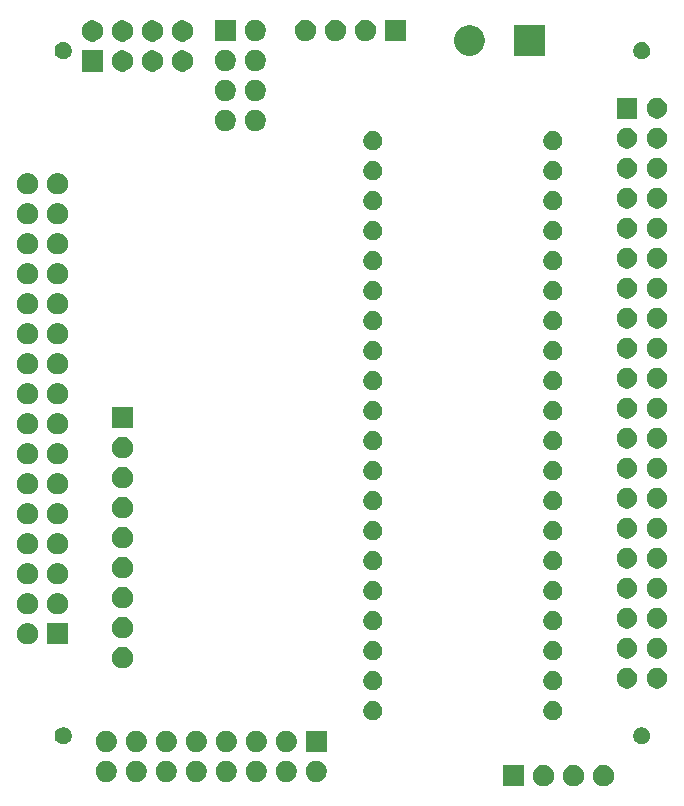
<source format=gbr>
G04 #@! TF.GenerationSoftware,KiCad,Pcbnew,5.1.5+dfsg1-2build2*
G04 #@! TF.CreationDate,2021-10-17T19:15:36+01:00*
G04 #@! TF.ProjectId,flight-controller,666c6967-6874-42d6-936f-6e74726f6c6c,rev?*
G04 #@! TF.SameCoordinates,Original*
G04 #@! TF.FileFunction,Soldermask,Bot*
G04 #@! TF.FilePolarity,Negative*
%FSLAX46Y46*%
G04 Gerber Fmt 4.6, Leading zero omitted, Abs format (unit mm)*
G04 Created by KiCad (PCBNEW 5.1.5+dfsg1-2build2) date 2021-10-17 19:15:36*
%MOMM*%
%LPD*%
G04 APERTURE LIST*
%ADD10C,0.100000*%
G04 APERTURE END LIST*
D10*
G36*
X141633512Y-106603927D02*
G01*
X141782812Y-106633624D01*
X141946784Y-106701544D01*
X142094354Y-106800147D01*
X142219853Y-106925646D01*
X142318456Y-107073216D01*
X142386376Y-107237188D01*
X142421000Y-107411259D01*
X142421000Y-107588741D01*
X142386376Y-107762812D01*
X142318456Y-107926784D01*
X142219853Y-108074354D01*
X142094354Y-108199853D01*
X141946784Y-108298456D01*
X141782812Y-108366376D01*
X141633512Y-108396073D01*
X141608742Y-108401000D01*
X141431258Y-108401000D01*
X141406488Y-108396073D01*
X141257188Y-108366376D01*
X141093216Y-108298456D01*
X140945646Y-108199853D01*
X140820147Y-108074354D01*
X140721544Y-107926784D01*
X140653624Y-107762812D01*
X140619000Y-107588741D01*
X140619000Y-107411259D01*
X140653624Y-107237188D01*
X140721544Y-107073216D01*
X140820147Y-106925646D01*
X140945646Y-106800147D01*
X141093216Y-106701544D01*
X141257188Y-106633624D01*
X141406488Y-106603927D01*
X141431258Y-106599000D01*
X141608742Y-106599000D01*
X141633512Y-106603927D01*
G37*
G36*
X139093512Y-106603927D02*
G01*
X139242812Y-106633624D01*
X139406784Y-106701544D01*
X139554354Y-106800147D01*
X139679853Y-106925646D01*
X139778456Y-107073216D01*
X139846376Y-107237188D01*
X139881000Y-107411259D01*
X139881000Y-107588741D01*
X139846376Y-107762812D01*
X139778456Y-107926784D01*
X139679853Y-108074354D01*
X139554354Y-108199853D01*
X139406784Y-108298456D01*
X139242812Y-108366376D01*
X139093512Y-108396073D01*
X139068742Y-108401000D01*
X138891258Y-108401000D01*
X138866488Y-108396073D01*
X138717188Y-108366376D01*
X138553216Y-108298456D01*
X138405646Y-108199853D01*
X138280147Y-108074354D01*
X138181544Y-107926784D01*
X138113624Y-107762812D01*
X138079000Y-107588741D01*
X138079000Y-107411259D01*
X138113624Y-107237188D01*
X138181544Y-107073216D01*
X138280147Y-106925646D01*
X138405646Y-106800147D01*
X138553216Y-106701544D01*
X138717188Y-106633624D01*
X138866488Y-106603927D01*
X138891258Y-106599000D01*
X139068742Y-106599000D01*
X139093512Y-106603927D01*
G37*
G36*
X134801000Y-108401000D02*
G01*
X132999000Y-108401000D01*
X132999000Y-106599000D01*
X134801000Y-106599000D01*
X134801000Y-108401000D01*
G37*
G36*
X136553512Y-106603927D02*
G01*
X136702812Y-106633624D01*
X136866784Y-106701544D01*
X137014354Y-106800147D01*
X137139853Y-106925646D01*
X137238456Y-107073216D01*
X137306376Y-107237188D01*
X137341000Y-107411259D01*
X137341000Y-107588741D01*
X137306376Y-107762812D01*
X137238456Y-107926784D01*
X137139853Y-108074354D01*
X137014354Y-108199853D01*
X136866784Y-108298456D01*
X136702812Y-108366376D01*
X136553512Y-108396073D01*
X136528742Y-108401000D01*
X136351258Y-108401000D01*
X136326488Y-108396073D01*
X136177188Y-108366376D01*
X136013216Y-108298456D01*
X135865646Y-108199853D01*
X135740147Y-108074354D01*
X135641544Y-107926784D01*
X135573624Y-107762812D01*
X135539000Y-107588741D01*
X135539000Y-107411259D01*
X135573624Y-107237188D01*
X135641544Y-107073216D01*
X135740147Y-106925646D01*
X135865646Y-106800147D01*
X136013216Y-106701544D01*
X136177188Y-106633624D01*
X136326488Y-106603927D01*
X136351258Y-106599000D01*
X136528742Y-106599000D01*
X136553512Y-106603927D01*
G37*
G36*
X109693512Y-106243927D02*
G01*
X109842812Y-106273624D01*
X110006784Y-106341544D01*
X110154354Y-106440147D01*
X110279853Y-106565646D01*
X110378456Y-106713216D01*
X110446376Y-106877188D01*
X110481000Y-107051259D01*
X110481000Y-107228741D01*
X110446376Y-107402812D01*
X110378456Y-107566784D01*
X110279853Y-107714354D01*
X110154354Y-107839853D01*
X110006784Y-107938456D01*
X109842812Y-108006376D01*
X109693512Y-108036073D01*
X109668742Y-108041000D01*
X109491258Y-108041000D01*
X109466488Y-108036073D01*
X109317188Y-108006376D01*
X109153216Y-107938456D01*
X109005646Y-107839853D01*
X108880147Y-107714354D01*
X108781544Y-107566784D01*
X108713624Y-107402812D01*
X108679000Y-107228741D01*
X108679000Y-107051259D01*
X108713624Y-106877188D01*
X108781544Y-106713216D01*
X108880147Y-106565646D01*
X109005646Y-106440147D01*
X109153216Y-106341544D01*
X109317188Y-106273624D01*
X109466488Y-106243927D01*
X109491258Y-106239000D01*
X109668742Y-106239000D01*
X109693512Y-106243927D01*
G37*
G36*
X117313512Y-106243927D02*
G01*
X117462812Y-106273624D01*
X117626784Y-106341544D01*
X117774354Y-106440147D01*
X117899853Y-106565646D01*
X117998456Y-106713216D01*
X118066376Y-106877188D01*
X118101000Y-107051259D01*
X118101000Y-107228741D01*
X118066376Y-107402812D01*
X117998456Y-107566784D01*
X117899853Y-107714354D01*
X117774354Y-107839853D01*
X117626784Y-107938456D01*
X117462812Y-108006376D01*
X117313512Y-108036073D01*
X117288742Y-108041000D01*
X117111258Y-108041000D01*
X117086488Y-108036073D01*
X116937188Y-108006376D01*
X116773216Y-107938456D01*
X116625646Y-107839853D01*
X116500147Y-107714354D01*
X116401544Y-107566784D01*
X116333624Y-107402812D01*
X116299000Y-107228741D01*
X116299000Y-107051259D01*
X116333624Y-106877188D01*
X116401544Y-106713216D01*
X116500147Y-106565646D01*
X116625646Y-106440147D01*
X116773216Y-106341544D01*
X116937188Y-106273624D01*
X117086488Y-106243927D01*
X117111258Y-106239000D01*
X117288742Y-106239000D01*
X117313512Y-106243927D01*
G37*
G36*
X99533512Y-106243927D02*
G01*
X99682812Y-106273624D01*
X99846784Y-106341544D01*
X99994354Y-106440147D01*
X100119853Y-106565646D01*
X100218456Y-106713216D01*
X100286376Y-106877188D01*
X100321000Y-107051259D01*
X100321000Y-107228741D01*
X100286376Y-107402812D01*
X100218456Y-107566784D01*
X100119853Y-107714354D01*
X99994354Y-107839853D01*
X99846784Y-107938456D01*
X99682812Y-108006376D01*
X99533512Y-108036073D01*
X99508742Y-108041000D01*
X99331258Y-108041000D01*
X99306488Y-108036073D01*
X99157188Y-108006376D01*
X98993216Y-107938456D01*
X98845646Y-107839853D01*
X98720147Y-107714354D01*
X98621544Y-107566784D01*
X98553624Y-107402812D01*
X98519000Y-107228741D01*
X98519000Y-107051259D01*
X98553624Y-106877188D01*
X98621544Y-106713216D01*
X98720147Y-106565646D01*
X98845646Y-106440147D01*
X98993216Y-106341544D01*
X99157188Y-106273624D01*
X99306488Y-106243927D01*
X99331258Y-106239000D01*
X99508742Y-106239000D01*
X99533512Y-106243927D01*
G37*
G36*
X102073512Y-106243927D02*
G01*
X102222812Y-106273624D01*
X102386784Y-106341544D01*
X102534354Y-106440147D01*
X102659853Y-106565646D01*
X102758456Y-106713216D01*
X102826376Y-106877188D01*
X102861000Y-107051259D01*
X102861000Y-107228741D01*
X102826376Y-107402812D01*
X102758456Y-107566784D01*
X102659853Y-107714354D01*
X102534354Y-107839853D01*
X102386784Y-107938456D01*
X102222812Y-108006376D01*
X102073512Y-108036073D01*
X102048742Y-108041000D01*
X101871258Y-108041000D01*
X101846488Y-108036073D01*
X101697188Y-108006376D01*
X101533216Y-107938456D01*
X101385646Y-107839853D01*
X101260147Y-107714354D01*
X101161544Y-107566784D01*
X101093624Y-107402812D01*
X101059000Y-107228741D01*
X101059000Y-107051259D01*
X101093624Y-106877188D01*
X101161544Y-106713216D01*
X101260147Y-106565646D01*
X101385646Y-106440147D01*
X101533216Y-106341544D01*
X101697188Y-106273624D01*
X101846488Y-106243927D01*
X101871258Y-106239000D01*
X102048742Y-106239000D01*
X102073512Y-106243927D01*
G37*
G36*
X107153512Y-106243927D02*
G01*
X107302812Y-106273624D01*
X107466784Y-106341544D01*
X107614354Y-106440147D01*
X107739853Y-106565646D01*
X107838456Y-106713216D01*
X107906376Y-106877188D01*
X107941000Y-107051259D01*
X107941000Y-107228741D01*
X107906376Y-107402812D01*
X107838456Y-107566784D01*
X107739853Y-107714354D01*
X107614354Y-107839853D01*
X107466784Y-107938456D01*
X107302812Y-108006376D01*
X107153512Y-108036073D01*
X107128742Y-108041000D01*
X106951258Y-108041000D01*
X106926488Y-108036073D01*
X106777188Y-108006376D01*
X106613216Y-107938456D01*
X106465646Y-107839853D01*
X106340147Y-107714354D01*
X106241544Y-107566784D01*
X106173624Y-107402812D01*
X106139000Y-107228741D01*
X106139000Y-107051259D01*
X106173624Y-106877188D01*
X106241544Y-106713216D01*
X106340147Y-106565646D01*
X106465646Y-106440147D01*
X106613216Y-106341544D01*
X106777188Y-106273624D01*
X106926488Y-106243927D01*
X106951258Y-106239000D01*
X107128742Y-106239000D01*
X107153512Y-106243927D01*
G37*
G36*
X104613512Y-106243927D02*
G01*
X104762812Y-106273624D01*
X104926784Y-106341544D01*
X105074354Y-106440147D01*
X105199853Y-106565646D01*
X105298456Y-106713216D01*
X105366376Y-106877188D01*
X105401000Y-107051259D01*
X105401000Y-107228741D01*
X105366376Y-107402812D01*
X105298456Y-107566784D01*
X105199853Y-107714354D01*
X105074354Y-107839853D01*
X104926784Y-107938456D01*
X104762812Y-108006376D01*
X104613512Y-108036073D01*
X104588742Y-108041000D01*
X104411258Y-108041000D01*
X104386488Y-108036073D01*
X104237188Y-108006376D01*
X104073216Y-107938456D01*
X103925646Y-107839853D01*
X103800147Y-107714354D01*
X103701544Y-107566784D01*
X103633624Y-107402812D01*
X103599000Y-107228741D01*
X103599000Y-107051259D01*
X103633624Y-106877188D01*
X103701544Y-106713216D01*
X103800147Y-106565646D01*
X103925646Y-106440147D01*
X104073216Y-106341544D01*
X104237188Y-106273624D01*
X104386488Y-106243927D01*
X104411258Y-106239000D01*
X104588742Y-106239000D01*
X104613512Y-106243927D01*
G37*
G36*
X114773512Y-106243927D02*
G01*
X114922812Y-106273624D01*
X115086784Y-106341544D01*
X115234354Y-106440147D01*
X115359853Y-106565646D01*
X115458456Y-106713216D01*
X115526376Y-106877188D01*
X115561000Y-107051259D01*
X115561000Y-107228741D01*
X115526376Y-107402812D01*
X115458456Y-107566784D01*
X115359853Y-107714354D01*
X115234354Y-107839853D01*
X115086784Y-107938456D01*
X114922812Y-108006376D01*
X114773512Y-108036073D01*
X114748742Y-108041000D01*
X114571258Y-108041000D01*
X114546488Y-108036073D01*
X114397188Y-108006376D01*
X114233216Y-107938456D01*
X114085646Y-107839853D01*
X113960147Y-107714354D01*
X113861544Y-107566784D01*
X113793624Y-107402812D01*
X113759000Y-107228741D01*
X113759000Y-107051259D01*
X113793624Y-106877188D01*
X113861544Y-106713216D01*
X113960147Y-106565646D01*
X114085646Y-106440147D01*
X114233216Y-106341544D01*
X114397188Y-106273624D01*
X114546488Y-106243927D01*
X114571258Y-106239000D01*
X114748742Y-106239000D01*
X114773512Y-106243927D01*
G37*
G36*
X112233512Y-106243927D02*
G01*
X112382812Y-106273624D01*
X112546784Y-106341544D01*
X112694354Y-106440147D01*
X112819853Y-106565646D01*
X112918456Y-106713216D01*
X112986376Y-106877188D01*
X113021000Y-107051259D01*
X113021000Y-107228741D01*
X112986376Y-107402812D01*
X112918456Y-107566784D01*
X112819853Y-107714354D01*
X112694354Y-107839853D01*
X112546784Y-107938456D01*
X112382812Y-108006376D01*
X112233512Y-108036073D01*
X112208742Y-108041000D01*
X112031258Y-108041000D01*
X112006488Y-108036073D01*
X111857188Y-108006376D01*
X111693216Y-107938456D01*
X111545646Y-107839853D01*
X111420147Y-107714354D01*
X111321544Y-107566784D01*
X111253624Y-107402812D01*
X111219000Y-107228741D01*
X111219000Y-107051259D01*
X111253624Y-106877188D01*
X111321544Y-106713216D01*
X111420147Y-106565646D01*
X111545646Y-106440147D01*
X111693216Y-106341544D01*
X111857188Y-106273624D01*
X112006488Y-106243927D01*
X112031258Y-106239000D01*
X112208742Y-106239000D01*
X112233512Y-106243927D01*
G37*
G36*
X102073512Y-103703927D02*
G01*
X102222812Y-103733624D01*
X102386784Y-103801544D01*
X102534354Y-103900147D01*
X102659853Y-104025646D01*
X102758456Y-104173216D01*
X102826376Y-104337188D01*
X102853567Y-104473888D01*
X102861000Y-104511258D01*
X102861000Y-104688742D01*
X102856073Y-104713512D01*
X102826376Y-104862812D01*
X102758456Y-105026784D01*
X102659853Y-105174354D01*
X102534354Y-105299853D01*
X102386784Y-105398456D01*
X102222812Y-105466376D01*
X102073512Y-105496073D01*
X102048742Y-105501000D01*
X101871258Y-105501000D01*
X101846488Y-105496073D01*
X101697188Y-105466376D01*
X101533216Y-105398456D01*
X101385646Y-105299853D01*
X101260147Y-105174354D01*
X101161544Y-105026784D01*
X101093624Y-104862812D01*
X101063927Y-104713512D01*
X101059000Y-104688742D01*
X101059000Y-104511258D01*
X101066433Y-104473888D01*
X101093624Y-104337188D01*
X101161544Y-104173216D01*
X101260147Y-104025646D01*
X101385646Y-103900147D01*
X101533216Y-103801544D01*
X101697188Y-103733624D01*
X101846488Y-103703927D01*
X101871258Y-103699000D01*
X102048742Y-103699000D01*
X102073512Y-103703927D01*
G37*
G36*
X104613512Y-103703927D02*
G01*
X104762812Y-103733624D01*
X104926784Y-103801544D01*
X105074354Y-103900147D01*
X105199853Y-104025646D01*
X105298456Y-104173216D01*
X105366376Y-104337188D01*
X105393567Y-104473888D01*
X105401000Y-104511258D01*
X105401000Y-104688742D01*
X105396073Y-104713512D01*
X105366376Y-104862812D01*
X105298456Y-105026784D01*
X105199853Y-105174354D01*
X105074354Y-105299853D01*
X104926784Y-105398456D01*
X104762812Y-105466376D01*
X104613512Y-105496073D01*
X104588742Y-105501000D01*
X104411258Y-105501000D01*
X104386488Y-105496073D01*
X104237188Y-105466376D01*
X104073216Y-105398456D01*
X103925646Y-105299853D01*
X103800147Y-105174354D01*
X103701544Y-105026784D01*
X103633624Y-104862812D01*
X103603927Y-104713512D01*
X103599000Y-104688742D01*
X103599000Y-104511258D01*
X103606433Y-104473888D01*
X103633624Y-104337188D01*
X103701544Y-104173216D01*
X103800147Y-104025646D01*
X103925646Y-103900147D01*
X104073216Y-103801544D01*
X104237188Y-103733624D01*
X104386488Y-103703927D01*
X104411258Y-103699000D01*
X104588742Y-103699000D01*
X104613512Y-103703927D01*
G37*
G36*
X107153512Y-103703927D02*
G01*
X107302812Y-103733624D01*
X107466784Y-103801544D01*
X107614354Y-103900147D01*
X107739853Y-104025646D01*
X107838456Y-104173216D01*
X107906376Y-104337188D01*
X107933567Y-104473888D01*
X107941000Y-104511258D01*
X107941000Y-104688742D01*
X107936073Y-104713512D01*
X107906376Y-104862812D01*
X107838456Y-105026784D01*
X107739853Y-105174354D01*
X107614354Y-105299853D01*
X107466784Y-105398456D01*
X107302812Y-105466376D01*
X107153512Y-105496073D01*
X107128742Y-105501000D01*
X106951258Y-105501000D01*
X106926488Y-105496073D01*
X106777188Y-105466376D01*
X106613216Y-105398456D01*
X106465646Y-105299853D01*
X106340147Y-105174354D01*
X106241544Y-105026784D01*
X106173624Y-104862812D01*
X106143927Y-104713512D01*
X106139000Y-104688742D01*
X106139000Y-104511258D01*
X106146433Y-104473888D01*
X106173624Y-104337188D01*
X106241544Y-104173216D01*
X106340147Y-104025646D01*
X106465646Y-103900147D01*
X106613216Y-103801544D01*
X106777188Y-103733624D01*
X106926488Y-103703927D01*
X106951258Y-103699000D01*
X107128742Y-103699000D01*
X107153512Y-103703927D01*
G37*
G36*
X109693512Y-103703927D02*
G01*
X109842812Y-103733624D01*
X110006784Y-103801544D01*
X110154354Y-103900147D01*
X110279853Y-104025646D01*
X110378456Y-104173216D01*
X110446376Y-104337188D01*
X110473567Y-104473888D01*
X110481000Y-104511258D01*
X110481000Y-104688742D01*
X110476073Y-104713512D01*
X110446376Y-104862812D01*
X110378456Y-105026784D01*
X110279853Y-105174354D01*
X110154354Y-105299853D01*
X110006784Y-105398456D01*
X109842812Y-105466376D01*
X109693512Y-105496073D01*
X109668742Y-105501000D01*
X109491258Y-105501000D01*
X109466488Y-105496073D01*
X109317188Y-105466376D01*
X109153216Y-105398456D01*
X109005646Y-105299853D01*
X108880147Y-105174354D01*
X108781544Y-105026784D01*
X108713624Y-104862812D01*
X108683927Y-104713512D01*
X108679000Y-104688742D01*
X108679000Y-104511258D01*
X108686433Y-104473888D01*
X108713624Y-104337188D01*
X108781544Y-104173216D01*
X108880147Y-104025646D01*
X109005646Y-103900147D01*
X109153216Y-103801544D01*
X109317188Y-103733624D01*
X109466488Y-103703927D01*
X109491258Y-103699000D01*
X109668742Y-103699000D01*
X109693512Y-103703927D01*
G37*
G36*
X118101000Y-105501000D02*
G01*
X116299000Y-105501000D01*
X116299000Y-103699000D01*
X118101000Y-103699000D01*
X118101000Y-105501000D01*
G37*
G36*
X112233512Y-103703927D02*
G01*
X112382812Y-103733624D01*
X112546784Y-103801544D01*
X112694354Y-103900147D01*
X112819853Y-104025646D01*
X112918456Y-104173216D01*
X112986376Y-104337188D01*
X113013567Y-104473888D01*
X113021000Y-104511258D01*
X113021000Y-104688742D01*
X113016073Y-104713512D01*
X112986376Y-104862812D01*
X112918456Y-105026784D01*
X112819853Y-105174354D01*
X112694354Y-105299853D01*
X112546784Y-105398456D01*
X112382812Y-105466376D01*
X112233512Y-105496073D01*
X112208742Y-105501000D01*
X112031258Y-105501000D01*
X112006488Y-105496073D01*
X111857188Y-105466376D01*
X111693216Y-105398456D01*
X111545646Y-105299853D01*
X111420147Y-105174354D01*
X111321544Y-105026784D01*
X111253624Y-104862812D01*
X111223927Y-104713512D01*
X111219000Y-104688742D01*
X111219000Y-104511258D01*
X111226433Y-104473888D01*
X111253624Y-104337188D01*
X111321544Y-104173216D01*
X111420147Y-104025646D01*
X111545646Y-103900147D01*
X111693216Y-103801544D01*
X111857188Y-103733624D01*
X112006488Y-103703927D01*
X112031258Y-103699000D01*
X112208742Y-103699000D01*
X112233512Y-103703927D01*
G37*
G36*
X114773512Y-103703927D02*
G01*
X114922812Y-103733624D01*
X115086784Y-103801544D01*
X115234354Y-103900147D01*
X115359853Y-104025646D01*
X115458456Y-104173216D01*
X115526376Y-104337188D01*
X115553567Y-104473888D01*
X115561000Y-104511258D01*
X115561000Y-104688742D01*
X115556073Y-104713512D01*
X115526376Y-104862812D01*
X115458456Y-105026784D01*
X115359853Y-105174354D01*
X115234354Y-105299853D01*
X115086784Y-105398456D01*
X114922812Y-105466376D01*
X114773512Y-105496073D01*
X114748742Y-105501000D01*
X114571258Y-105501000D01*
X114546488Y-105496073D01*
X114397188Y-105466376D01*
X114233216Y-105398456D01*
X114085646Y-105299853D01*
X113960147Y-105174354D01*
X113861544Y-105026784D01*
X113793624Y-104862812D01*
X113763927Y-104713512D01*
X113759000Y-104688742D01*
X113759000Y-104511258D01*
X113766433Y-104473888D01*
X113793624Y-104337188D01*
X113861544Y-104173216D01*
X113960147Y-104025646D01*
X114085646Y-103900147D01*
X114233216Y-103801544D01*
X114397188Y-103733624D01*
X114546488Y-103703927D01*
X114571258Y-103699000D01*
X114748742Y-103699000D01*
X114773512Y-103703927D01*
G37*
G36*
X99533512Y-103703927D02*
G01*
X99682812Y-103733624D01*
X99846784Y-103801544D01*
X99994354Y-103900147D01*
X100119853Y-104025646D01*
X100218456Y-104173216D01*
X100286376Y-104337188D01*
X100313567Y-104473888D01*
X100321000Y-104511258D01*
X100321000Y-104688742D01*
X100316073Y-104713512D01*
X100286376Y-104862812D01*
X100218456Y-105026784D01*
X100119853Y-105174354D01*
X99994354Y-105299853D01*
X99846784Y-105398456D01*
X99682812Y-105466376D01*
X99533512Y-105496073D01*
X99508742Y-105501000D01*
X99331258Y-105501000D01*
X99306488Y-105496073D01*
X99157188Y-105466376D01*
X98993216Y-105398456D01*
X98845646Y-105299853D01*
X98720147Y-105174354D01*
X98621544Y-105026784D01*
X98553624Y-104862812D01*
X98523927Y-104713512D01*
X98519000Y-104688742D01*
X98519000Y-104511258D01*
X98526433Y-104473888D01*
X98553624Y-104337188D01*
X98621544Y-104173216D01*
X98720147Y-104025646D01*
X98845646Y-103900147D01*
X98993216Y-103801544D01*
X99157188Y-103733624D01*
X99306488Y-103703927D01*
X99331258Y-103699000D01*
X99508742Y-103699000D01*
X99533512Y-103703927D01*
G37*
G36*
X144981766Y-103431899D02*
G01*
X145113888Y-103486626D01*
X145113890Y-103486627D01*
X145232798Y-103566079D01*
X145333921Y-103667202D01*
X145413373Y-103786110D01*
X145413374Y-103786112D01*
X145468101Y-103918234D01*
X145496000Y-104058494D01*
X145496000Y-104201506D01*
X145468101Y-104341766D01*
X145413374Y-104473888D01*
X145413373Y-104473890D01*
X145333921Y-104592798D01*
X145232798Y-104693921D01*
X145113890Y-104773373D01*
X145113889Y-104773374D01*
X145113888Y-104773374D01*
X144981766Y-104828101D01*
X144841506Y-104856000D01*
X144698494Y-104856000D01*
X144558234Y-104828101D01*
X144426112Y-104773374D01*
X144426111Y-104773374D01*
X144426110Y-104773373D01*
X144307202Y-104693921D01*
X144206079Y-104592798D01*
X144126627Y-104473890D01*
X144126626Y-104473888D01*
X144071899Y-104341766D01*
X144044000Y-104201506D01*
X144044000Y-104058494D01*
X144071899Y-103918234D01*
X144126626Y-103786112D01*
X144126627Y-103786110D01*
X144206079Y-103667202D01*
X144307202Y-103566079D01*
X144426110Y-103486627D01*
X144426112Y-103486626D01*
X144558234Y-103431899D01*
X144698494Y-103404000D01*
X144841506Y-103404000D01*
X144981766Y-103431899D01*
G37*
G36*
X95981766Y-103431899D02*
G01*
X96113888Y-103486626D01*
X96113890Y-103486627D01*
X96232798Y-103566079D01*
X96333921Y-103667202D01*
X96413373Y-103786110D01*
X96413374Y-103786112D01*
X96468101Y-103918234D01*
X96496000Y-104058494D01*
X96496000Y-104201506D01*
X96468101Y-104341766D01*
X96413374Y-104473888D01*
X96413373Y-104473890D01*
X96333921Y-104592798D01*
X96232798Y-104693921D01*
X96113890Y-104773373D01*
X96113889Y-104773374D01*
X96113888Y-104773374D01*
X95981766Y-104828101D01*
X95841506Y-104856000D01*
X95698494Y-104856000D01*
X95558234Y-104828101D01*
X95426112Y-104773374D01*
X95426111Y-104773374D01*
X95426110Y-104773373D01*
X95307202Y-104693921D01*
X95206079Y-104592798D01*
X95126627Y-104473890D01*
X95126626Y-104473888D01*
X95071899Y-104341766D01*
X95044000Y-104201506D01*
X95044000Y-104058494D01*
X95071899Y-103918234D01*
X95126626Y-103786112D01*
X95126627Y-103786110D01*
X95206079Y-103667202D01*
X95307202Y-103566079D01*
X95426110Y-103486627D01*
X95426112Y-103486626D01*
X95558234Y-103431899D01*
X95698494Y-103404000D01*
X95841506Y-103404000D01*
X95981766Y-103431899D01*
G37*
G36*
X137477142Y-101228242D02*
G01*
X137625101Y-101289529D01*
X137758255Y-101378499D01*
X137871501Y-101491745D01*
X137960471Y-101624899D01*
X138021758Y-101772858D01*
X138053000Y-101929925D01*
X138053000Y-102090075D01*
X138021758Y-102247142D01*
X137960471Y-102395101D01*
X137871501Y-102528255D01*
X137758255Y-102641501D01*
X137625101Y-102730471D01*
X137477142Y-102791758D01*
X137320075Y-102823000D01*
X137159925Y-102823000D01*
X137002858Y-102791758D01*
X136854899Y-102730471D01*
X136721745Y-102641501D01*
X136608499Y-102528255D01*
X136519529Y-102395101D01*
X136458242Y-102247142D01*
X136427000Y-102090075D01*
X136427000Y-101929925D01*
X136458242Y-101772858D01*
X136519529Y-101624899D01*
X136608499Y-101491745D01*
X136721745Y-101378499D01*
X136854899Y-101289529D01*
X137002858Y-101228242D01*
X137159925Y-101197000D01*
X137320075Y-101197000D01*
X137477142Y-101228242D01*
G37*
G36*
X122237142Y-101228242D02*
G01*
X122385101Y-101289529D01*
X122518255Y-101378499D01*
X122631501Y-101491745D01*
X122720471Y-101624899D01*
X122781758Y-101772858D01*
X122813000Y-101929925D01*
X122813000Y-102090075D01*
X122781758Y-102247142D01*
X122720471Y-102395101D01*
X122631501Y-102528255D01*
X122518255Y-102641501D01*
X122385101Y-102730471D01*
X122237142Y-102791758D01*
X122080075Y-102823000D01*
X121919925Y-102823000D01*
X121762858Y-102791758D01*
X121614899Y-102730471D01*
X121481745Y-102641501D01*
X121368499Y-102528255D01*
X121279529Y-102395101D01*
X121218242Y-102247142D01*
X121187000Y-102090075D01*
X121187000Y-101929925D01*
X121218242Y-101772858D01*
X121279529Y-101624899D01*
X121368499Y-101491745D01*
X121481745Y-101378499D01*
X121614899Y-101289529D01*
X121762858Y-101228242D01*
X121919925Y-101197000D01*
X122080075Y-101197000D01*
X122237142Y-101228242D01*
G37*
G36*
X137477142Y-98688242D02*
G01*
X137625101Y-98749529D01*
X137758255Y-98838499D01*
X137871501Y-98951745D01*
X137960471Y-99084899D01*
X138021758Y-99232858D01*
X138053000Y-99389925D01*
X138053000Y-99550075D01*
X138021758Y-99707142D01*
X137960471Y-99855101D01*
X137871501Y-99988255D01*
X137758255Y-100101501D01*
X137625101Y-100190471D01*
X137477142Y-100251758D01*
X137320075Y-100283000D01*
X137159925Y-100283000D01*
X137002858Y-100251758D01*
X136854899Y-100190471D01*
X136721745Y-100101501D01*
X136608499Y-99988255D01*
X136519529Y-99855101D01*
X136458242Y-99707142D01*
X136427000Y-99550075D01*
X136427000Y-99389925D01*
X136458242Y-99232858D01*
X136519529Y-99084899D01*
X136608499Y-98951745D01*
X136721745Y-98838499D01*
X136854899Y-98749529D01*
X137002858Y-98688242D01*
X137159925Y-98657000D01*
X137320075Y-98657000D01*
X137477142Y-98688242D01*
G37*
G36*
X122237142Y-98688242D02*
G01*
X122385101Y-98749529D01*
X122518255Y-98838499D01*
X122631501Y-98951745D01*
X122720471Y-99084899D01*
X122781758Y-99232858D01*
X122813000Y-99389925D01*
X122813000Y-99550075D01*
X122781758Y-99707142D01*
X122720471Y-99855101D01*
X122631501Y-99988255D01*
X122518255Y-100101501D01*
X122385101Y-100190471D01*
X122237142Y-100251758D01*
X122080075Y-100283000D01*
X121919925Y-100283000D01*
X121762858Y-100251758D01*
X121614899Y-100190471D01*
X121481745Y-100101501D01*
X121368499Y-99988255D01*
X121279529Y-99855101D01*
X121218242Y-99707142D01*
X121187000Y-99550075D01*
X121187000Y-99389925D01*
X121218242Y-99232858D01*
X121279529Y-99084899D01*
X121368499Y-98951745D01*
X121481745Y-98838499D01*
X121614899Y-98749529D01*
X121762858Y-98688242D01*
X121919925Y-98657000D01*
X122080075Y-98657000D01*
X122237142Y-98688242D01*
G37*
G36*
X143669923Y-98405736D02*
G01*
X143754061Y-98422472D01*
X143912573Y-98488130D01*
X144055230Y-98583450D01*
X144176550Y-98704770D01*
X144271870Y-98847427D01*
X144337528Y-99005939D01*
X144371000Y-99174214D01*
X144371000Y-99345786D01*
X144337528Y-99514061D01*
X144271870Y-99672573D01*
X144176550Y-99815230D01*
X144055230Y-99936550D01*
X143912573Y-100031870D01*
X143754061Y-100097528D01*
X143734097Y-100101499D01*
X143585787Y-100131000D01*
X143414213Y-100131000D01*
X143265903Y-100101499D01*
X143245939Y-100097528D01*
X143087427Y-100031870D01*
X142944770Y-99936550D01*
X142823450Y-99815230D01*
X142728130Y-99672573D01*
X142662472Y-99514061D01*
X142629000Y-99345786D01*
X142629000Y-99174214D01*
X142662472Y-99005939D01*
X142728130Y-98847427D01*
X142823450Y-98704770D01*
X142944770Y-98583450D01*
X143087427Y-98488130D01*
X143245939Y-98422472D01*
X143330077Y-98405736D01*
X143414213Y-98389000D01*
X143585787Y-98389000D01*
X143669923Y-98405736D01*
G37*
G36*
X146209923Y-98405736D02*
G01*
X146294061Y-98422472D01*
X146452573Y-98488130D01*
X146595230Y-98583450D01*
X146716550Y-98704770D01*
X146811870Y-98847427D01*
X146877528Y-99005939D01*
X146911000Y-99174214D01*
X146911000Y-99345786D01*
X146877528Y-99514061D01*
X146811870Y-99672573D01*
X146716550Y-99815230D01*
X146595230Y-99936550D01*
X146452573Y-100031870D01*
X146294061Y-100097528D01*
X146274097Y-100101499D01*
X146125787Y-100131000D01*
X145954213Y-100131000D01*
X145805903Y-100101499D01*
X145785939Y-100097528D01*
X145627427Y-100031870D01*
X145484770Y-99936550D01*
X145363450Y-99815230D01*
X145268130Y-99672573D01*
X145202472Y-99514061D01*
X145169000Y-99345786D01*
X145169000Y-99174214D01*
X145202472Y-99005939D01*
X145268130Y-98847427D01*
X145363450Y-98704770D01*
X145484770Y-98583450D01*
X145627427Y-98488130D01*
X145785939Y-98422472D01*
X145870077Y-98405736D01*
X145954213Y-98389000D01*
X146125787Y-98389000D01*
X146209923Y-98405736D01*
G37*
G36*
X100913512Y-96623927D02*
G01*
X101062812Y-96653624D01*
X101226784Y-96721544D01*
X101374354Y-96820147D01*
X101499853Y-96945646D01*
X101598456Y-97093216D01*
X101666376Y-97257188D01*
X101701000Y-97431259D01*
X101701000Y-97608741D01*
X101666376Y-97782812D01*
X101598456Y-97946784D01*
X101499853Y-98094354D01*
X101374354Y-98219853D01*
X101226784Y-98318456D01*
X101062812Y-98386376D01*
X100913512Y-98416073D01*
X100888742Y-98421000D01*
X100711258Y-98421000D01*
X100686488Y-98416073D01*
X100537188Y-98386376D01*
X100373216Y-98318456D01*
X100225646Y-98219853D01*
X100100147Y-98094354D01*
X100001544Y-97946784D01*
X99933624Y-97782812D01*
X99899000Y-97608741D01*
X99899000Y-97431259D01*
X99933624Y-97257188D01*
X100001544Y-97093216D01*
X100100147Y-96945646D01*
X100225646Y-96820147D01*
X100373216Y-96721544D01*
X100537188Y-96653624D01*
X100686488Y-96623927D01*
X100711258Y-96619000D01*
X100888742Y-96619000D01*
X100913512Y-96623927D01*
G37*
G36*
X122237142Y-96148242D02*
G01*
X122385101Y-96209529D01*
X122518255Y-96298499D01*
X122631501Y-96411745D01*
X122720471Y-96544899D01*
X122781758Y-96692858D01*
X122813000Y-96849925D01*
X122813000Y-97010075D01*
X122781758Y-97167142D01*
X122720471Y-97315101D01*
X122631501Y-97448255D01*
X122518255Y-97561501D01*
X122385101Y-97650471D01*
X122237142Y-97711758D01*
X122080075Y-97743000D01*
X121919925Y-97743000D01*
X121762858Y-97711758D01*
X121614899Y-97650471D01*
X121481745Y-97561501D01*
X121368499Y-97448255D01*
X121279529Y-97315101D01*
X121218242Y-97167142D01*
X121187000Y-97010075D01*
X121187000Y-96849925D01*
X121218242Y-96692858D01*
X121279529Y-96544899D01*
X121368499Y-96411745D01*
X121481745Y-96298499D01*
X121614899Y-96209529D01*
X121762858Y-96148242D01*
X121919925Y-96117000D01*
X122080075Y-96117000D01*
X122237142Y-96148242D01*
G37*
G36*
X137477142Y-96148242D02*
G01*
X137625101Y-96209529D01*
X137758255Y-96298499D01*
X137871501Y-96411745D01*
X137960471Y-96544899D01*
X138021758Y-96692858D01*
X138053000Y-96849925D01*
X138053000Y-97010075D01*
X138021758Y-97167142D01*
X137960471Y-97315101D01*
X137871501Y-97448255D01*
X137758255Y-97561501D01*
X137625101Y-97650471D01*
X137477142Y-97711758D01*
X137320075Y-97743000D01*
X137159925Y-97743000D01*
X137002858Y-97711758D01*
X136854899Y-97650471D01*
X136721745Y-97561501D01*
X136608499Y-97448255D01*
X136519529Y-97315101D01*
X136458242Y-97167142D01*
X136427000Y-97010075D01*
X136427000Y-96849925D01*
X136458242Y-96692858D01*
X136519529Y-96544899D01*
X136608499Y-96411745D01*
X136721745Y-96298499D01*
X136854899Y-96209529D01*
X137002858Y-96148242D01*
X137159925Y-96117000D01*
X137320075Y-96117000D01*
X137477142Y-96148242D01*
G37*
G36*
X143669923Y-95865736D02*
G01*
X143754061Y-95882472D01*
X143912573Y-95948130D01*
X144055230Y-96043450D01*
X144176550Y-96164770D01*
X144271870Y-96307427D01*
X144296288Y-96366376D01*
X144337528Y-96465940D01*
X144371000Y-96634213D01*
X144371000Y-96805787D01*
X144368143Y-96820148D01*
X144337528Y-96974061D01*
X144271870Y-97132573D01*
X144176550Y-97275230D01*
X144055230Y-97396550D01*
X143912573Y-97491870D01*
X143754061Y-97557528D01*
X143734097Y-97561499D01*
X143585787Y-97591000D01*
X143414213Y-97591000D01*
X143265903Y-97561499D01*
X143245939Y-97557528D01*
X143087427Y-97491870D01*
X142944770Y-97396550D01*
X142823450Y-97275230D01*
X142728130Y-97132573D01*
X142662472Y-96974061D01*
X142631857Y-96820148D01*
X142629000Y-96805787D01*
X142629000Y-96634213D01*
X142662472Y-96465940D01*
X142703713Y-96366376D01*
X142728130Y-96307427D01*
X142823450Y-96164770D01*
X142944770Y-96043450D01*
X143087427Y-95948130D01*
X143245939Y-95882472D01*
X143330077Y-95865736D01*
X143414213Y-95849000D01*
X143585787Y-95849000D01*
X143669923Y-95865736D01*
G37*
G36*
X146209923Y-95865736D02*
G01*
X146294061Y-95882472D01*
X146452573Y-95948130D01*
X146595230Y-96043450D01*
X146716550Y-96164770D01*
X146811870Y-96307427D01*
X146836288Y-96366376D01*
X146877528Y-96465940D01*
X146911000Y-96634213D01*
X146911000Y-96805787D01*
X146908143Y-96820148D01*
X146877528Y-96974061D01*
X146811870Y-97132573D01*
X146716550Y-97275230D01*
X146595230Y-97396550D01*
X146452573Y-97491870D01*
X146294061Y-97557528D01*
X146274097Y-97561499D01*
X146125787Y-97591000D01*
X145954213Y-97591000D01*
X145805903Y-97561499D01*
X145785939Y-97557528D01*
X145627427Y-97491870D01*
X145484770Y-97396550D01*
X145363450Y-97275230D01*
X145268130Y-97132573D01*
X145202472Y-96974061D01*
X145171857Y-96820148D01*
X145169000Y-96805787D01*
X145169000Y-96634213D01*
X145202472Y-96465940D01*
X145243713Y-96366376D01*
X145268130Y-96307427D01*
X145363450Y-96164770D01*
X145484770Y-96043450D01*
X145627427Y-95948130D01*
X145785939Y-95882472D01*
X145870077Y-95865736D01*
X145954213Y-95849000D01*
X146125787Y-95849000D01*
X146209923Y-95865736D01*
G37*
G36*
X92873512Y-94603927D02*
G01*
X93022812Y-94633624D01*
X93186784Y-94701544D01*
X93334354Y-94800147D01*
X93459853Y-94925646D01*
X93558456Y-95073216D01*
X93626376Y-95237188D01*
X93656073Y-95386488D01*
X93660110Y-95406782D01*
X93661000Y-95411259D01*
X93661000Y-95588741D01*
X93626376Y-95762812D01*
X93558456Y-95926784D01*
X93459853Y-96074354D01*
X93334354Y-96199853D01*
X93186784Y-96298456D01*
X93022812Y-96366376D01*
X92873512Y-96396073D01*
X92848742Y-96401000D01*
X92671258Y-96401000D01*
X92646488Y-96396073D01*
X92497188Y-96366376D01*
X92333216Y-96298456D01*
X92185646Y-96199853D01*
X92060147Y-96074354D01*
X91961544Y-95926784D01*
X91893624Y-95762812D01*
X91859000Y-95588741D01*
X91859000Y-95411259D01*
X91859891Y-95406782D01*
X91863927Y-95386488D01*
X91893624Y-95237188D01*
X91961544Y-95073216D01*
X92060147Y-94925646D01*
X92185646Y-94800147D01*
X92333216Y-94701544D01*
X92497188Y-94633624D01*
X92646488Y-94603927D01*
X92671258Y-94599000D01*
X92848742Y-94599000D01*
X92873512Y-94603927D01*
G37*
G36*
X96201000Y-96401000D02*
G01*
X94399000Y-96401000D01*
X94399000Y-94599000D01*
X96201000Y-94599000D01*
X96201000Y-96401000D01*
G37*
G36*
X100913512Y-94083927D02*
G01*
X101062812Y-94113624D01*
X101226784Y-94181544D01*
X101374354Y-94280147D01*
X101499853Y-94405646D01*
X101598456Y-94553216D01*
X101666376Y-94717188D01*
X101677895Y-94775101D01*
X101701000Y-94891258D01*
X101701000Y-95068742D01*
X101696073Y-95093512D01*
X101666376Y-95242812D01*
X101598456Y-95406784D01*
X101499853Y-95554354D01*
X101374354Y-95679853D01*
X101226784Y-95778456D01*
X101062812Y-95846376D01*
X100913512Y-95876073D01*
X100888742Y-95881000D01*
X100711258Y-95881000D01*
X100686488Y-95876073D01*
X100537188Y-95846376D01*
X100373216Y-95778456D01*
X100225646Y-95679853D01*
X100100147Y-95554354D01*
X100001544Y-95406784D01*
X99933624Y-95242812D01*
X99903927Y-95093512D01*
X99899000Y-95068742D01*
X99899000Y-94891258D01*
X99922105Y-94775101D01*
X99933624Y-94717188D01*
X100001544Y-94553216D01*
X100100147Y-94405646D01*
X100225646Y-94280147D01*
X100373216Y-94181544D01*
X100537188Y-94113624D01*
X100686488Y-94083927D01*
X100711258Y-94079000D01*
X100888742Y-94079000D01*
X100913512Y-94083927D01*
G37*
G36*
X137477142Y-93608242D02*
G01*
X137625101Y-93669529D01*
X137758255Y-93758499D01*
X137871501Y-93871745D01*
X137960471Y-94004899D01*
X138021758Y-94152858D01*
X138053000Y-94309925D01*
X138053000Y-94470075D01*
X138021758Y-94627142D01*
X137960471Y-94775101D01*
X137871501Y-94908255D01*
X137758255Y-95021501D01*
X137625101Y-95110471D01*
X137477142Y-95171758D01*
X137320075Y-95203000D01*
X137159925Y-95203000D01*
X137002858Y-95171758D01*
X136854899Y-95110471D01*
X136721745Y-95021501D01*
X136608499Y-94908255D01*
X136519529Y-94775101D01*
X136458242Y-94627142D01*
X136427000Y-94470075D01*
X136427000Y-94309925D01*
X136458242Y-94152858D01*
X136519529Y-94004899D01*
X136608499Y-93871745D01*
X136721745Y-93758499D01*
X136854899Y-93669529D01*
X137002858Y-93608242D01*
X137159925Y-93577000D01*
X137320075Y-93577000D01*
X137477142Y-93608242D01*
G37*
G36*
X122237142Y-93608242D02*
G01*
X122385101Y-93669529D01*
X122518255Y-93758499D01*
X122631501Y-93871745D01*
X122720471Y-94004899D01*
X122781758Y-94152858D01*
X122813000Y-94309925D01*
X122813000Y-94470075D01*
X122781758Y-94627142D01*
X122720471Y-94775101D01*
X122631501Y-94908255D01*
X122518255Y-95021501D01*
X122385101Y-95110471D01*
X122237142Y-95171758D01*
X122080075Y-95203000D01*
X121919925Y-95203000D01*
X121762858Y-95171758D01*
X121614899Y-95110471D01*
X121481745Y-95021501D01*
X121368499Y-94908255D01*
X121279529Y-94775101D01*
X121218242Y-94627142D01*
X121187000Y-94470075D01*
X121187000Y-94309925D01*
X121218242Y-94152858D01*
X121279529Y-94004899D01*
X121368499Y-93871745D01*
X121481745Y-93758499D01*
X121614899Y-93669529D01*
X121762858Y-93608242D01*
X121919925Y-93577000D01*
X122080075Y-93577000D01*
X122237142Y-93608242D01*
G37*
G36*
X143754061Y-93342472D02*
G01*
X143912573Y-93408130D01*
X144055230Y-93503450D01*
X144176550Y-93624770D01*
X144271870Y-93767427D01*
X144296288Y-93826376D01*
X144337528Y-93925940D01*
X144371000Y-94094213D01*
X144371000Y-94265787D01*
X144368143Y-94280148D01*
X144337528Y-94434061D01*
X144271870Y-94592573D01*
X144176550Y-94735230D01*
X144055230Y-94856550D01*
X143912573Y-94951870D01*
X143754061Y-95017528D01*
X143734097Y-95021499D01*
X143585787Y-95051000D01*
X143414213Y-95051000D01*
X143265903Y-95021499D01*
X143245939Y-95017528D01*
X143087427Y-94951870D01*
X142944770Y-94856550D01*
X142823450Y-94735230D01*
X142728130Y-94592573D01*
X142662472Y-94434061D01*
X142631857Y-94280148D01*
X142629000Y-94265787D01*
X142629000Y-94094213D01*
X142662472Y-93925940D01*
X142703713Y-93826376D01*
X142728130Y-93767427D01*
X142823450Y-93624770D01*
X142944770Y-93503450D01*
X143087427Y-93408130D01*
X143245939Y-93342472D01*
X143414213Y-93309000D01*
X143585787Y-93309000D01*
X143754061Y-93342472D01*
G37*
G36*
X146294061Y-93342472D02*
G01*
X146452573Y-93408130D01*
X146595230Y-93503450D01*
X146716550Y-93624770D01*
X146811870Y-93767427D01*
X146836288Y-93826376D01*
X146877528Y-93925940D01*
X146911000Y-94094213D01*
X146911000Y-94265787D01*
X146908143Y-94280148D01*
X146877528Y-94434061D01*
X146811870Y-94592573D01*
X146716550Y-94735230D01*
X146595230Y-94856550D01*
X146452573Y-94951870D01*
X146294061Y-95017528D01*
X146274097Y-95021499D01*
X146125787Y-95051000D01*
X145954213Y-95051000D01*
X145805903Y-95021499D01*
X145785939Y-95017528D01*
X145627427Y-94951870D01*
X145484770Y-94856550D01*
X145363450Y-94735230D01*
X145268130Y-94592573D01*
X145202472Y-94434061D01*
X145171857Y-94280148D01*
X145169000Y-94265787D01*
X145169000Y-94094213D01*
X145202472Y-93925940D01*
X145243713Y-93826376D01*
X145268130Y-93767427D01*
X145363450Y-93624770D01*
X145484770Y-93503450D01*
X145627427Y-93408130D01*
X145785939Y-93342472D01*
X145954213Y-93309000D01*
X146125787Y-93309000D01*
X146294061Y-93342472D01*
G37*
G36*
X95413512Y-92063927D02*
G01*
X95562812Y-92093624D01*
X95726784Y-92161544D01*
X95874354Y-92260147D01*
X95999853Y-92385646D01*
X96098456Y-92533216D01*
X96166376Y-92697188D01*
X96196073Y-92846488D01*
X96200110Y-92866782D01*
X96201000Y-92871259D01*
X96201000Y-93048741D01*
X96166376Y-93222812D01*
X96098456Y-93386784D01*
X95999853Y-93534354D01*
X95874354Y-93659853D01*
X95726784Y-93758456D01*
X95562812Y-93826376D01*
X95413512Y-93856073D01*
X95388742Y-93861000D01*
X95211258Y-93861000D01*
X95186488Y-93856073D01*
X95037188Y-93826376D01*
X94873216Y-93758456D01*
X94725646Y-93659853D01*
X94600147Y-93534354D01*
X94501544Y-93386784D01*
X94433624Y-93222812D01*
X94399000Y-93048741D01*
X94399000Y-92871259D01*
X94399891Y-92866782D01*
X94403927Y-92846488D01*
X94433624Y-92697188D01*
X94501544Y-92533216D01*
X94600147Y-92385646D01*
X94725646Y-92260147D01*
X94873216Y-92161544D01*
X95037188Y-92093624D01*
X95186488Y-92063927D01*
X95211258Y-92059000D01*
X95388742Y-92059000D01*
X95413512Y-92063927D01*
G37*
G36*
X92873512Y-92063927D02*
G01*
X93022812Y-92093624D01*
X93186784Y-92161544D01*
X93334354Y-92260147D01*
X93459853Y-92385646D01*
X93558456Y-92533216D01*
X93626376Y-92697188D01*
X93656073Y-92846488D01*
X93660110Y-92866782D01*
X93661000Y-92871259D01*
X93661000Y-93048741D01*
X93626376Y-93222812D01*
X93558456Y-93386784D01*
X93459853Y-93534354D01*
X93334354Y-93659853D01*
X93186784Y-93758456D01*
X93022812Y-93826376D01*
X92873512Y-93856073D01*
X92848742Y-93861000D01*
X92671258Y-93861000D01*
X92646488Y-93856073D01*
X92497188Y-93826376D01*
X92333216Y-93758456D01*
X92185646Y-93659853D01*
X92060147Y-93534354D01*
X91961544Y-93386784D01*
X91893624Y-93222812D01*
X91859000Y-93048741D01*
X91859000Y-92871259D01*
X91859891Y-92866782D01*
X91863927Y-92846488D01*
X91893624Y-92697188D01*
X91961544Y-92533216D01*
X92060147Y-92385646D01*
X92185646Y-92260147D01*
X92333216Y-92161544D01*
X92497188Y-92093624D01*
X92646488Y-92063927D01*
X92671258Y-92059000D01*
X92848742Y-92059000D01*
X92873512Y-92063927D01*
G37*
G36*
X100913512Y-91543927D02*
G01*
X101062812Y-91573624D01*
X101226784Y-91641544D01*
X101374354Y-91740147D01*
X101499853Y-91865646D01*
X101598456Y-92013216D01*
X101666376Y-92177188D01*
X101677895Y-92235101D01*
X101701000Y-92351258D01*
X101701000Y-92528742D01*
X101696073Y-92553512D01*
X101666376Y-92702812D01*
X101598456Y-92866784D01*
X101499853Y-93014354D01*
X101374354Y-93139853D01*
X101226784Y-93238456D01*
X101062812Y-93306376D01*
X100913512Y-93336073D01*
X100888742Y-93341000D01*
X100711258Y-93341000D01*
X100686488Y-93336073D01*
X100537188Y-93306376D01*
X100373216Y-93238456D01*
X100225646Y-93139853D01*
X100100147Y-93014354D01*
X100001544Y-92866784D01*
X99933624Y-92702812D01*
X99903927Y-92553512D01*
X99899000Y-92528742D01*
X99899000Y-92351258D01*
X99922105Y-92235101D01*
X99933624Y-92177188D01*
X100001544Y-92013216D01*
X100100147Y-91865646D01*
X100225646Y-91740147D01*
X100373216Y-91641544D01*
X100537188Y-91573624D01*
X100686488Y-91543927D01*
X100711258Y-91539000D01*
X100888742Y-91539000D01*
X100913512Y-91543927D01*
G37*
G36*
X122237142Y-91068242D02*
G01*
X122385101Y-91129529D01*
X122518255Y-91218499D01*
X122631501Y-91331745D01*
X122720471Y-91464899D01*
X122781758Y-91612858D01*
X122813000Y-91769925D01*
X122813000Y-91930075D01*
X122781758Y-92087142D01*
X122720471Y-92235101D01*
X122631501Y-92368255D01*
X122518255Y-92481501D01*
X122385101Y-92570471D01*
X122237142Y-92631758D01*
X122080075Y-92663000D01*
X121919925Y-92663000D01*
X121762858Y-92631758D01*
X121614899Y-92570471D01*
X121481745Y-92481501D01*
X121368499Y-92368255D01*
X121279529Y-92235101D01*
X121218242Y-92087142D01*
X121187000Y-91930075D01*
X121187000Y-91769925D01*
X121218242Y-91612858D01*
X121279529Y-91464899D01*
X121368499Y-91331745D01*
X121481745Y-91218499D01*
X121614899Y-91129529D01*
X121762858Y-91068242D01*
X121919925Y-91037000D01*
X122080075Y-91037000D01*
X122237142Y-91068242D01*
G37*
G36*
X137477142Y-91068242D02*
G01*
X137625101Y-91129529D01*
X137758255Y-91218499D01*
X137871501Y-91331745D01*
X137960471Y-91464899D01*
X138021758Y-91612858D01*
X138053000Y-91769925D01*
X138053000Y-91930075D01*
X138021758Y-92087142D01*
X137960471Y-92235101D01*
X137871501Y-92368255D01*
X137758255Y-92481501D01*
X137625101Y-92570471D01*
X137477142Y-92631758D01*
X137320075Y-92663000D01*
X137159925Y-92663000D01*
X137002858Y-92631758D01*
X136854899Y-92570471D01*
X136721745Y-92481501D01*
X136608499Y-92368255D01*
X136519529Y-92235101D01*
X136458242Y-92087142D01*
X136427000Y-91930075D01*
X136427000Y-91769925D01*
X136458242Y-91612858D01*
X136519529Y-91464899D01*
X136608499Y-91331745D01*
X136721745Y-91218499D01*
X136854899Y-91129529D01*
X137002858Y-91068242D01*
X137159925Y-91037000D01*
X137320075Y-91037000D01*
X137477142Y-91068242D01*
G37*
G36*
X146209923Y-90785736D02*
G01*
X146294061Y-90802472D01*
X146452573Y-90868130D01*
X146595230Y-90963450D01*
X146716550Y-91084770D01*
X146811870Y-91227427D01*
X146836288Y-91286376D01*
X146877528Y-91385940D01*
X146911000Y-91554213D01*
X146911000Y-91725787D01*
X146908143Y-91740148D01*
X146877528Y-91894061D01*
X146811870Y-92052573D01*
X146716550Y-92195230D01*
X146595230Y-92316550D01*
X146452573Y-92411870D01*
X146294061Y-92477528D01*
X146274097Y-92481499D01*
X146125787Y-92511000D01*
X145954213Y-92511000D01*
X145805903Y-92481499D01*
X145785939Y-92477528D01*
X145627427Y-92411870D01*
X145484770Y-92316550D01*
X145363450Y-92195230D01*
X145268130Y-92052573D01*
X145202472Y-91894061D01*
X145171857Y-91740148D01*
X145169000Y-91725787D01*
X145169000Y-91554213D01*
X145202472Y-91385940D01*
X145243713Y-91286376D01*
X145268130Y-91227427D01*
X145363450Y-91084770D01*
X145484770Y-90963450D01*
X145627427Y-90868130D01*
X145785939Y-90802472D01*
X145870077Y-90785736D01*
X145954213Y-90769000D01*
X146125787Y-90769000D01*
X146209923Y-90785736D01*
G37*
G36*
X143669923Y-90785736D02*
G01*
X143754061Y-90802472D01*
X143912573Y-90868130D01*
X144055230Y-90963450D01*
X144176550Y-91084770D01*
X144271870Y-91227427D01*
X144296288Y-91286376D01*
X144337528Y-91385940D01*
X144371000Y-91554213D01*
X144371000Y-91725787D01*
X144368143Y-91740148D01*
X144337528Y-91894061D01*
X144271870Y-92052573D01*
X144176550Y-92195230D01*
X144055230Y-92316550D01*
X143912573Y-92411870D01*
X143754061Y-92477528D01*
X143734097Y-92481499D01*
X143585787Y-92511000D01*
X143414213Y-92511000D01*
X143265903Y-92481499D01*
X143245939Y-92477528D01*
X143087427Y-92411870D01*
X142944770Y-92316550D01*
X142823450Y-92195230D01*
X142728130Y-92052573D01*
X142662472Y-91894061D01*
X142631857Y-91740148D01*
X142629000Y-91725787D01*
X142629000Y-91554213D01*
X142662472Y-91385940D01*
X142703713Y-91286376D01*
X142728130Y-91227427D01*
X142823450Y-91084770D01*
X142944770Y-90963450D01*
X143087427Y-90868130D01*
X143245939Y-90802472D01*
X143330077Y-90785736D01*
X143414213Y-90769000D01*
X143585787Y-90769000D01*
X143669923Y-90785736D01*
G37*
G36*
X92873512Y-89523927D02*
G01*
X93022812Y-89553624D01*
X93186784Y-89621544D01*
X93334354Y-89720147D01*
X93459853Y-89845646D01*
X93558456Y-89993216D01*
X93626376Y-90157188D01*
X93656073Y-90306488D01*
X93660110Y-90326782D01*
X93661000Y-90331259D01*
X93661000Y-90508741D01*
X93626376Y-90682812D01*
X93558456Y-90846784D01*
X93459853Y-90994354D01*
X93334354Y-91119853D01*
X93186784Y-91218456D01*
X93022812Y-91286376D01*
X92873512Y-91316073D01*
X92848742Y-91321000D01*
X92671258Y-91321000D01*
X92646488Y-91316073D01*
X92497188Y-91286376D01*
X92333216Y-91218456D01*
X92185646Y-91119853D01*
X92060147Y-90994354D01*
X91961544Y-90846784D01*
X91893624Y-90682812D01*
X91859000Y-90508741D01*
X91859000Y-90331259D01*
X91859891Y-90326782D01*
X91863927Y-90306488D01*
X91893624Y-90157188D01*
X91961544Y-89993216D01*
X92060147Y-89845646D01*
X92185646Y-89720147D01*
X92333216Y-89621544D01*
X92497188Y-89553624D01*
X92646488Y-89523927D01*
X92671258Y-89519000D01*
X92848742Y-89519000D01*
X92873512Y-89523927D01*
G37*
G36*
X95413512Y-89523927D02*
G01*
X95562812Y-89553624D01*
X95726784Y-89621544D01*
X95874354Y-89720147D01*
X95999853Y-89845646D01*
X96098456Y-89993216D01*
X96166376Y-90157188D01*
X96196073Y-90306488D01*
X96200110Y-90326782D01*
X96201000Y-90331259D01*
X96201000Y-90508741D01*
X96166376Y-90682812D01*
X96098456Y-90846784D01*
X95999853Y-90994354D01*
X95874354Y-91119853D01*
X95726784Y-91218456D01*
X95562812Y-91286376D01*
X95413512Y-91316073D01*
X95388742Y-91321000D01*
X95211258Y-91321000D01*
X95186488Y-91316073D01*
X95037188Y-91286376D01*
X94873216Y-91218456D01*
X94725646Y-91119853D01*
X94600147Y-90994354D01*
X94501544Y-90846784D01*
X94433624Y-90682812D01*
X94399000Y-90508741D01*
X94399000Y-90331259D01*
X94399891Y-90326782D01*
X94403927Y-90306488D01*
X94433624Y-90157188D01*
X94501544Y-89993216D01*
X94600147Y-89845646D01*
X94725646Y-89720147D01*
X94873216Y-89621544D01*
X95037188Y-89553624D01*
X95186488Y-89523927D01*
X95211258Y-89519000D01*
X95388742Y-89519000D01*
X95413512Y-89523927D01*
G37*
G36*
X100913512Y-89003927D02*
G01*
X101062812Y-89033624D01*
X101226784Y-89101544D01*
X101374354Y-89200147D01*
X101499853Y-89325646D01*
X101598456Y-89473216D01*
X101666376Y-89637188D01*
X101677895Y-89695101D01*
X101701000Y-89811258D01*
X101701000Y-89988742D01*
X101696073Y-90013512D01*
X101666376Y-90162812D01*
X101598456Y-90326784D01*
X101499853Y-90474354D01*
X101374354Y-90599853D01*
X101226784Y-90698456D01*
X101062812Y-90766376D01*
X100913512Y-90796073D01*
X100888742Y-90801000D01*
X100711258Y-90801000D01*
X100686488Y-90796073D01*
X100537188Y-90766376D01*
X100373216Y-90698456D01*
X100225646Y-90599853D01*
X100100147Y-90474354D01*
X100001544Y-90326784D01*
X99933624Y-90162812D01*
X99903927Y-90013512D01*
X99899000Y-89988742D01*
X99899000Y-89811258D01*
X99922105Y-89695101D01*
X99933624Y-89637188D01*
X100001544Y-89473216D01*
X100100147Y-89325646D01*
X100225646Y-89200147D01*
X100373216Y-89101544D01*
X100537188Y-89033624D01*
X100686488Y-89003927D01*
X100711258Y-88999000D01*
X100888742Y-88999000D01*
X100913512Y-89003927D01*
G37*
G36*
X137477142Y-88528242D02*
G01*
X137625101Y-88589529D01*
X137758255Y-88678499D01*
X137871501Y-88791745D01*
X137960471Y-88924899D01*
X138021758Y-89072858D01*
X138053000Y-89229925D01*
X138053000Y-89390075D01*
X138021758Y-89547142D01*
X137960471Y-89695101D01*
X137871501Y-89828255D01*
X137758255Y-89941501D01*
X137625101Y-90030471D01*
X137477142Y-90091758D01*
X137320075Y-90123000D01*
X137159925Y-90123000D01*
X137002858Y-90091758D01*
X136854899Y-90030471D01*
X136721745Y-89941501D01*
X136608499Y-89828255D01*
X136519529Y-89695101D01*
X136458242Y-89547142D01*
X136427000Y-89390075D01*
X136427000Y-89229925D01*
X136458242Y-89072858D01*
X136519529Y-88924899D01*
X136608499Y-88791745D01*
X136721745Y-88678499D01*
X136854899Y-88589529D01*
X137002858Y-88528242D01*
X137159925Y-88497000D01*
X137320075Y-88497000D01*
X137477142Y-88528242D01*
G37*
G36*
X122237142Y-88528242D02*
G01*
X122385101Y-88589529D01*
X122518255Y-88678499D01*
X122631501Y-88791745D01*
X122720471Y-88924899D01*
X122781758Y-89072858D01*
X122813000Y-89229925D01*
X122813000Y-89390075D01*
X122781758Y-89547142D01*
X122720471Y-89695101D01*
X122631501Y-89828255D01*
X122518255Y-89941501D01*
X122385101Y-90030471D01*
X122237142Y-90091758D01*
X122080075Y-90123000D01*
X121919925Y-90123000D01*
X121762858Y-90091758D01*
X121614899Y-90030471D01*
X121481745Y-89941501D01*
X121368499Y-89828255D01*
X121279529Y-89695101D01*
X121218242Y-89547142D01*
X121187000Y-89390075D01*
X121187000Y-89229925D01*
X121218242Y-89072858D01*
X121279529Y-88924899D01*
X121368499Y-88791745D01*
X121481745Y-88678499D01*
X121614899Y-88589529D01*
X121762858Y-88528242D01*
X121919925Y-88497000D01*
X122080075Y-88497000D01*
X122237142Y-88528242D01*
G37*
G36*
X146294061Y-88262472D02*
G01*
X146452573Y-88328130D01*
X146595230Y-88423450D01*
X146716550Y-88544770D01*
X146811870Y-88687427D01*
X146836288Y-88746376D01*
X146877528Y-88845940D01*
X146911000Y-89014213D01*
X146911000Y-89185787D01*
X146908143Y-89200148D01*
X146877528Y-89354061D01*
X146811870Y-89512573D01*
X146716550Y-89655230D01*
X146595230Y-89776550D01*
X146452573Y-89871870D01*
X146294061Y-89937528D01*
X146274097Y-89941499D01*
X146125787Y-89971000D01*
X145954213Y-89971000D01*
X145805903Y-89941499D01*
X145785939Y-89937528D01*
X145627427Y-89871870D01*
X145484770Y-89776550D01*
X145363450Y-89655230D01*
X145268130Y-89512573D01*
X145202472Y-89354061D01*
X145171857Y-89200148D01*
X145169000Y-89185787D01*
X145169000Y-89014213D01*
X145202472Y-88845940D01*
X145243713Y-88746376D01*
X145268130Y-88687427D01*
X145363450Y-88544770D01*
X145484770Y-88423450D01*
X145627427Y-88328130D01*
X145785939Y-88262472D01*
X145870077Y-88245736D01*
X145954213Y-88229000D01*
X146125787Y-88229000D01*
X146294061Y-88262472D01*
G37*
G36*
X143754061Y-88262472D02*
G01*
X143912573Y-88328130D01*
X144055230Y-88423450D01*
X144176550Y-88544770D01*
X144271870Y-88687427D01*
X144296288Y-88746376D01*
X144337528Y-88845940D01*
X144371000Y-89014213D01*
X144371000Y-89185787D01*
X144368143Y-89200148D01*
X144337528Y-89354061D01*
X144271870Y-89512573D01*
X144176550Y-89655230D01*
X144055230Y-89776550D01*
X143912573Y-89871870D01*
X143754061Y-89937528D01*
X143734097Y-89941499D01*
X143585787Y-89971000D01*
X143414213Y-89971000D01*
X143265903Y-89941499D01*
X143245939Y-89937528D01*
X143087427Y-89871870D01*
X142944770Y-89776550D01*
X142823450Y-89655230D01*
X142728130Y-89512573D01*
X142662472Y-89354061D01*
X142631857Y-89200148D01*
X142629000Y-89185787D01*
X142629000Y-89014213D01*
X142662472Y-88845940D01*
X142703713Y-88746376D01*
X142728130Y-88687427D01*
X142823450Y-88544770D01*
X142944770Y-88423450D01*
X143087427Y-88328130D01*
X143245939Y-88262472D01*
X143330077Y-88245736D01*
X143414213Y-88229000D01*
X143585787Y-88229000D01*
X143754061Y-88262472D01*
G37*
G36*
X92873512Y-86983927D02*
G01*
X93022812Y-87013624D01*
X93186784Y-87081544D01*
X93334354Y-87180147D01*
X93459853Y-87305646D01*
X93558456Y-87453216D01*
X93626376Y-87617188D01*
X93656073Y-87766488D01*
X93660110Y-87786782D01*
X93661000Y-87791259D01*
X93661000Y-87968741D01*
X93626376Y-88142812D01*
X93558456Y-88306784D01*
X93459853Y-88454354D01*
X93334354Y-88579853D01*
X93186784Y-88678456D01*
X93022812Y-88746376D01*
X92873512Y-88776073D01*
X92848742Y-88781000D01*
X92671258Y-88781000D01*
X92646488Y-88776073D01*
X92497188Y-88746376D01*
X92333216Y-88678456D01*
X92185646Y-88579853D01*
X92060147Y-88454354D01*
X91961544Y-88306784D01*
X91893624Y-88142812D01*
X91859000Y-87968741D01*
X91859000Y-87791259D01*
X91859891Y-87786782D01*
X91863927Y-87766488D01*
X91893624Y-87617188D01*
X91961544Y-87453216D01*
X92060147Y-87305646D01*
X92185646Y-87180147D01*
X92333216Y-87081544D01*
X92497188Y-87013624D01*
X92646488Y-86983927D01*
X92671258Y-86979000D01*
X92848742Y-86979000D01*
X92873512Y-86983927D01*
G37*
G36*
X95413512Y-86983927D02*
G01*
X95562812Y-87013624D01*
X95726784Y-87081544D01*
X95874354Y-87180147D01*
X95999853Y-87305646D01*
X96098456Y-87453216D01*
X96166376Y-87617188D01*
X96196073Y-87766488D01*
X96200110Y-87786782D01*
X96201000Y-87791259D01*
X96201000Y-87968741D01*
X96166376Y-88142812D01*
X96098456Y-88306784D01*
X95999853Y-88454354D01*
X95874354Y-88579853D01*
X95726784Y-88678456D01*
X95562812Y-88746376D01*
X95413512Y-88776073D01*
X95388742Y-88781000D01*
X95211258Y-88781000D01*
X95186488Y-88776073D01*
X95037188Y-88746376D01*
X94873216Y-88678456D01*
X94725646Y-88579853D01*
X94600147Y-88454354D01*
X94501544Y-88306784D01*
X94433624Y-88142812D01*
X94399000Y-87968741D01*
X94399000Y-87791259D01*
X94399891Y-87786782D01*
X94403927Y-87766488D01*
X94433624Y-87617188D01*
X94501544Y-87453216D01*
X94600147Y-87305646D01*
X94725646Y-87180147D01*
X94873216Y-87081544D01*
X95037188Y-87013624D01*
X95186488Y-86983927D01*
X95211258Y-86979000D01*
X95388742Y-86979000D01*
X95413512Y-86983927D01*
G37*
G36*
X100913512Y-86463927D02*
G01*
X101062812Y-86493624D01*
X101226784Y-86561544D01*
X101374354Y-86660147D01*
X101499853Y-86785646D01*
X101598456Y-86933216D01*
X101666376Y-87097188D01*
X101677895Y-87155101D01*
X101701000Y-87271258D01*
X101701000Y-87448742D01*
X101696073Y-87473512D01*
X101666376Y-87622812D01*
X101598456Y-87786784D01*
X101499853Y-87934354D01*
X101374354Y-88059853D01*
X101226784Y-88158456D01*
X101062812Y-88226376D01*
X100913512Y-88256073D01*
X100888742Y-88261000D01*
X100711258Y-88261000D01*
X100686488Y-88256073D01*
X100537188Y-88226376D01*
X100373216Y-88158456D01*
X100225646Y-88059853D01*
X100100147Y-87934354D01*
X100001544Y-87786784D01*
X99933624Y-87622812D01*
X99903927Y-87473512D01*
X99899000Y-87448742D01*
X99899000Y-87271258D01*
X99922105Y-87155101D01*
X99933624Y-87097188D01*
X100001544Y-86933216D01*
X100100147Y-86785646D01*
X100225646Y-86660147D01*
X100373216Y-86561544D01*
X100537188Y-86493624D01*
X100686488Y-86463927D01*
X100711258Y-86459000D01*
X100888742Y-86459000D01*
X100913512Y-86463927D01*
G37*
G36*
X137477142Y-85988242D02*
G01*
X137625101Y-86049529D01*
X137758255Y-86138499D01*
X137871501Y-86251745D01*
X137960471Y-86384899D01*
X138021758Y-86532858D01*
X138053000Y-86689925D01*
X138053000Y-86850075D01*
X138021758Y-87007142D01*
X137960471Y-87155101D01*
X137871501Y-87288255D01*
X137758255Y-87401501D01*
X137625101Y-87490471D01*
X137477142Y-87551758D01*
X137320075Y-87583000D01*
X137159925Y-87583000D01*
X137002858Y-87551758D01*
X136854899Y-87490471D01*
X136721745Y-87401501D01*
X136608499Y-87288255D01*
X136519529Y-87155101D01*
X136458242Y-87007142D01*
X136427000Y-86850075D01*
X136427000Y-86689925D01*
X136458242Y-86532858D01*
X136519529Y-86384899D01*
X136608499Y-86251745D01*
X136721745Y-86138499D01*
X136854899Y-86049529D01*
X137002858Y-85988242D01*
X137159925Y-85957000D01*
X137320075Y-85957000D01*
X137477142Y-85988242D01*
G37*
G36*
X122237142Y-85988242D02*
G01*
X122385101Y-86049529D01*
X122518255Y-86138499D01*
X122631501Y-86251745D01*
X122720471Y-86384899D01*
X122781758Y-86532858D01*
X122813000Y-86689925D01*
X122813000Y-86850075D01*
X122781758Y-87007142D01*
X122720471Y-87155101D01*
X122631501Y-87288255D01*
X122518255Y-87401501D01*
X122385101Y-87490471D01*
X122237142Y-87551758D01*
X122080075Y-87583000D01*
X121919925Y-87583000D01*
X121762858Y-87551758D01*
X121614899Y-87490471D01*
X121481745Y-87401501D01*
X121368499Y-87288255D01*
X121279529Y-87155101D01*
X121218242Y-87007142D01*
X121187000Y-86850075D01*
X121187000Y-86689925D01*
X121218242Y-86532858D01*
X121279529Y-86384899D01*
X121368499Y-86251745D01*
X121481745Y-86138499D01*
X121614899Y-86049529D01*
X121762858Y-85988242D01*
X121919925Y-85957000D01*
X122080075Y-85957000D01*
X122237142Y-85988242D01*
G37*
G36*
X143669923Y-85705736D02*
G01*
X143754061Y-85722472D01*
X143912573Y-85788130D01*
X144055230Y-85883450D01*
X144176550Y-86004770D01*
X144271870Y-86147427D01*
X144296288Y-86206376D01*
X144337528Y-86305940D01*
X144371000Y-86474213D01*
X144371000Y-86645787D01*
X144368143Y-86660148D01*
X144337528Y-86814061D01*
X144271870Y-86972573D01*
X144176550Y-87115230D01*
X144055230Y-87236550D01*
X143912573Y-87331870D01*
X143754061Y-87397528D01*
X143734097Y-87401499D01*
X143585787Y-87431000D01*
X143414213Y-87431000D01*
X143265903Y-87401499D01*
X143245939Y-87397528D01*
X143087427Y-87331870D01*
X142944770Y-87236550D01*
X142823450Y-87115230D01*
X142728130Y-86972573D01*
X142662472Y-86814061D01*
X142631857Y-86660148D01*
X142629000Y-86645787D01*
X142629000Y-86474213D01*
X142662472Y-86305940D01*
X142703713Y-86206376D01*
X142728130Y-86147427D01*
X142823450Y-86004770D01*
X142944770Y-85883450D01*
X143087427Y-85788130D01*
X143245939Y-85722472D01*
X143330077Y-85705736D01*
X143414213Y-85689000D01*
X143585787Y-85689000D01*
X143669923Y-85705736D01*
G37*
G36*
X146209923Y-85705736D02*
G01*
X146294061Y-85722472D01*
X146452573Y-85788130D01*
X146595230Y-85883450D01*
X146716550Y-86004770D01*
X146811870Y-86147427D01*
X146836288Y-86206376D01*
X146877528Y-86305940D01*
X146911000Y-86474213D01*
X146911000Y-86645787D01*
X146908143Y-86660148D01*
X146877528Y-86814061D01*
X146811870Y-86972573D01*
X146716550Y-87115230D01*
X146595230Y-87236550D01*
X146452573Y-87331870D01*
X146294061Y-87397528D01*
X146274097Y-87401499D01*
X146125787Y-87431000D01*
X145954213Y-87431000D01*
X145805903Y-87401499D01*
X145785939Y-87397528D01*
X145627427Y-87331870D01*
X145484770Y-87236550D01*
X145363450Y-87115230D01*
X145268130Y-86972573D01*
X145202472Y-86814061D01*
X145171857Y-86660148D01*
X145169000Y-86645787D01*
X145169000Y-86474213D01*
X145202472Y-86305940D01*
X145243713Y-86206376D01*
X145268130Y-86147427D01*
X145363450Y-86004770D01*
X145484770Y-85883450D01*
X145627427Y-85788130D01*
X145785939Y-85722472D01*
X145870077Y-85705736D01*
X145954213Y-85689000D01*
X146125787Y-85689000D01*
X146209923Y-85705736D01*
G37*
G36*
X92873512Y-84443927D02*
G01*
X93022812Y-84473624D01*
X93186784Y-84541544D01*
X93334354Y-84640147D01*
X93459853Y-84765646D01*
X93558456Y-84913216D01*
X93626376Y-85077188D01*
X93656073Y-85226488D01*
X93660110Y-85246782D01*
X93661000Y-85251259D01*
X93661000Y-85428741D01*
X93626376Y-85602812D01*
X93558456Y-85766784D01*
X93459853Y-85914354D01*
X93334354Y-86039853D01*
X93186784Y-86138456D01*
X93022812Y-86206376D01*
X92873512Y-86236073D01*
X92848742Y-86241000D01*
X92671258Y-86241000D01*
X92646488Y-86236073D01*
X92497188Y-86206376D01*
X92333216Y-86138456D01*
X92185646Y-86039853D01*
X92060147Y-85914354D01*
X91961544Y-85766784D01*
X91893624Y-85602812D01*
X91859000Y-85428741D01*
X91859000Y-85251259D01*
X91859891Y-85246782D01*
X91863927Y-85226488D01*
X91893624Y-85077188D01*
X91961544Y-84913216D01*
X92060147Y-84765646D01*
X92185646Y-84640147D01*
X92333216Y-84541544D01*
X92497188Y-84473624D01*
X92646488Y-84443927D01*
X92671258Y-84439000D01*
X92848742Y-84439000D01*
X92873512Y-84443927D01*
G37*
G36*
X95413512Y-84443927D02*
G01*
X95562812Y-84473624D01*
X95726784Y-84541544D01*
X95874354Y-84640147D01*
X95999853Y-84765646D01*
X96098456Y-84913216D01*
X96166376Y-85077188D01*
X96196073Y-85226488D01*
X96200110Y-85246782D01*
X96201000Y-85251259D01*
X96201000Y-85428741D01*
X96166376Y-85602812D01*
X96098456Y-85766784D01*
X95999853Y-85914354D01*
X95874354Y-86039853D01*
X95726784Y-86138456D01*
X95562812Y-86206376D01*
X95413512Y-86236073D01*
X95388742Y-86241000D01*
X95211258Y-86241000D01*
X95186488Y-86236073D01*
X95037188Y-86206376D01*
X94873216Y-86138456D01*
X94725646Y-86039853D01*
X94600147Y-85914354D01*
X94501544Y-85766784D01*
X94433624Y-85602812D01*
X94399000Y-85428741D01*
X94399000Y-85251259D01*
X94399891Y-85246782D01*
X94403927Y-85226488D01*
X94433624Y-85077188D01*
X94501544Y-84913216D01*
X94600147Y-84765646D01*
X94725646Y-84640147D01*
X94873216Y-84541544D01*
X95037188Y-84473624D01*
X95186488Y-84443927D01*
X95211258Y-84439000D01*
X95388742Y-84439000D01*
X95413512Y-84443927D01*
G37*
G36*
X100913512Y-83923927D02*
G01*
X101062812Y-83953624D01*
X101226784Y-84021544D01*
X101374354Y-84120147D01*
X101499853Y-84245646D01*
X101598456Y-84393216D01*
X101666376Y-84557188D01*
X101677895Y-84615101D01*
X101701000Y-84731258D01*
X101701000Y-84908742D01*
X101696073Y-84933512D01*
X101666376Y-85082812D01*
X101598456Y-85246784D01*
X101499853Y-85394354D01*
X101374354Y-85519853D01*
X101226784Y-85618456D01*
X101062812Y-85686376D01*
X100913512Y-85716073D01*
X100888742Y-85721000D01*
X100711258Y-85721000D01*
X100686488Y-85716073D01*
X100537188Y-85686376D01*
X100373216Y-85618456D01*
X100225646Y-85519853D01*
X100100147Y-85394354D01*
X100001544Y-85246784D01*
X99933624Y-85082812D01*
X99903927Y-84933512D01*
X99899000Y-84908742D01*
X99899000Y-84731258D01*
X99922105Y-84615101D01*
X99933624Y-84557188D01*
X100001544Y-84393216D01*
X100100147Y-84245646D01*
X100225646Y-84120147D01*
X100373216Y-84021544D01*
X100537188Y-83953624D01*
X100686488Y-83923927D01*
X100711258Y-83919000D01*
X100888742Y-83919000D01*
X100913512Y-83923927D01*
G37*
G36*
X122237142Y-83448242D02*
G01*
X122385101Y-83509529D01*
X122518255Y-83598499D01*
X122631501Y-83711745D01*
X122720471Y-83844899D01*
X122781758Y-83992858D01*
X122813000Y-84149925D01*
X122813000Y-84310075D01*
X122781758Y-84467142D01*
X122720471Y-84615101D01*
X122631501Y-84748255D01*
X122518255Y-84861501D01*
X122385101Y-84950471D01*
X122237142Y-85011758D01*
X122080075Y-85043000D01*
X121919925Y-85043000D01*
X121762858Y-85011758D01*
X121614899Y-84950471D01*
X121481745Y-84861501D01*
X121368499Y-84748255D01*
X121279529Y-84615101D01*
X121218242Y-84467142D01*
X121187000Y-84310075D01*
X121187000Y-84149925D01*
X121218242Y-83992858D01*
X121279529Y-83844899D01*
X121368499Y-83711745D01*
X121481745Y-83598499D01*
X121614899Y-83509529D01*
X121762858Y-83448242D01*
X121919925Y-83417000D01*
X122080075Y-83417000D01*
X122237142Y-83448242D01*
G37*
G36*
X137477142Y-83448242D02*
G01*
X137625101Y-83509529D01*
X137758255Y-83598499D01*
X137871501Y-83711745D01*
X137960471Y-83844899D01*
X138021758Y-83992858D01*
X138053000Y-84149925D01*
X138053000Y-84310075D01*
X138021758Y-84467142D01*
X137960471Y-84615101D01*
X137871501Y-84748255D01*
X137758255Y-84861501D01*
X137625101Y-84950471D01*
X137477142Y-85011758D01*
X137320075Y-85043000D01*
X137159925Y-85043000D01*
X137002858Y-85011758D01*
X136854899Y-84950471D01*
X136721745Y-84861501D01*
X136608499Y-84748255D01*
X136519529Y-84615101D01*
X136458242Y-84467142D01*
X136427000Y-84310075D01*
X136427000Y-84149925D01*
X136458242Y-83992858D01*
X136519529Y-83844899D01*
X136608499Y-83711745D01*
X136721745Y-83598499D01*
X136854899Y-83509529D01*
X137002858Y-83448242D01*
X137159925Y-83417000D01*
X137320075Y-83417000D01*
X137477142Y-83448242D01*
G37*
G36*
X146209923Y-83165736D02*
G01*
X146294061Y-83182472D01*
X146452573Y-83248130D01*
X146595230Y-83343450D01*
X146716550Y-83464770D01*
X146811870Y-83607427D01*
X146836288Y-83666376D01*
X146877528Y-83765940D01*
X146911000Y-83934213D01*
X146911000Y-84105787D01*
X146908143Y-84120148D01*
X146877528Y-84274061D01*
X146811870Y-84432573D01*
X146716550Y-84575230D01*
X146595230Y-84696550D01*
X146452573Y-84791870D01*
X146294061Y-84857528D01*
X146274097Y-84861499D01*
X146125787Y-84891000D01*
X145954213Y-84891000D01*
X145805903Y-84861499D01*
X145785939Y-84857528D01*
X145627427Y-84791870D01*
X145484770Y-84696550D01*
X145363450Y-84575230D01*
X145268130Y-84432573D01*
X145202472Y-84274061D01*
X145171857Y-84120148D01*
X145169000Y-84105787D01*
X145169000Y-83934213D01*
X145202472Y-83765940D01*
X145243713Y-83666376D01*
X145268130Y-83607427D01*
X145363450Y-83464770D01*
X145484770Y-83343450D01*
X145627427Y-83248130D01*
X145785939Y-83182472D01*
X145870077Y-83165736D01*
X145954213Y-83149000D01*
X146125787Y-83149000D01*
X146209923Y-83165736D01*
G37*
G36*
X143669923Y-83165736D02*
G01*
X143754061Y-83182472D01*
X143912573Y-83248130D01*
X144055230Y-83343450D01*
X144176550Y-83464770D01*
X144271870Y-83607427D01*
X144296288Y-83666376D01*
X144337528Y-83765940D01*
X144371000Y-83934213D01*
X144371000Y-84105787D01*
X144368143Y-84120148D01*
X144337528Y-84274061D01*
X144271870Y-84432573D01*
X144176550Y-84575230D01*
X144055230Y-84696550D01*
X143912573Y-84791870D01*
X143754061Y-84857528D01*
X143734097Y-84861499D01*
X143585787Y-84891000D01*
X143414213Y-84891000D01*
X143265903Y-84861499D01*
X143245939Y-84857528D01*
X143087427Y-84791870D01*
X142944770Y-84696550D01*
X142823450Y-84575230D01*
X142728130Y-84432573D01*
X142662472Y-84274061D01*
X142631857Y-84120148D01*
X142629000Y-84105787D01*
X142629000Y-83934213D01*
X142662472Y-83765940D01*
X142703713Y-83666376D01*
X142728130Y-83607427D01*
X142823450Y-83464770D01*
X142944770Y-83343450D01*
X143087427Y-83248130D01*
X143245939Y-83182472D01*
X143330077Y-83165736D01*
X143414213Y-83149000D01*
X143585787Y-83149000D01*
X143669923Y-83165736D01*
G37*
G36*
X92873512Y-81903927D02*
G01*
X93022812Y-81933624D01*
X93186784Y-82001544D01*
X93334354Y-82100147D01*
X93459853Y-82225646D01*
X93558456Y-82373216D01*
X93626376Y-82537188D01*
X93656073Y-82686488D01*
X93660110Y-82706782D01*
X93661000Y-82711259D01*
X93661000Y-82888741D01*
X93626376Y-83062812D01*
X93558456Y-83226784D01*
X93459853Y-83374354D01*
X93334354Y-83499853D01*
X93186784Y-83598456D01*
X93022812Y-83666376D01*
X92873512Y-83696073D01*
X92848742Y-83701000D01*
X92671258Y-83701000D01*
X92646488Y-83696073D01*
X92497188Y-83666376D01*
X92333216Y-83598456D01*
X92185646Y-83499853D01*
X92060147Y-83374354D01*
X91961544Y-83226784D01*
X91893624Y-83062812D01*
X91859000Y-82888741D01*
X91859000Y-82711259D01*
X91859891Y-82706782D01*
X91863927Y-82686488D01*
X91893624Y-82537188D01*
X91961544Y-82373216D01*
X92060147Y-82225646D01*
X92185646Y-82100147D01*
X92333216Y-82001544D01*
X92497188Y-81933624D01*
X92646488Y-81903927D01*
X92671258Y-81899000D01*
X92848742Y-81899000D01*
X92873512Y-81903927D01*
G37*
G36*
X95413512Y-81903927D02*
G01*
X95562812Y-81933624D01*
X95726784Y-82001544D01*
X95874354Y-82100147D01*
X95999853Y-82225646D01*
X96098456Y-82373216D01*
X96166376Y-82537188D01*
X96196073Y-82686488D01*
X96200110Y-82706782D01*
X96201000Y-82711259D01*
X96201000Y-82888741D01*
X96166376Y-83062812D01*
X96098456Y-83226784D01*
X95999853Y-83374354D01*
X95874354Y-83499853D01*
X95726784Y-83598456D01*
X95562812Y-83666376D01*
X95413512Y-83696073D01*
X95388742Y-83701000D01*
X95211258Y-83701000D01*
X95186488Y-83696073D01*
X95037188Y-83666376D01*
X94873216Y-83598456D01*
X94725646Y-83499853D01*
X94600147Y-83374354D01*
X94501544Y-83226784D01*
X94433624Y-83062812D01*
X94399000Y-82888741D01*
X94399000Y-82711259D01*
X94399891Y-82706782D01*
X94403927Y-82686488D01*
X94433624Y-82537188D01*
X94501544Y-82373216D01*
X94600147Y-82225646D01*
X94725646Y-82100147D01*
X94873216Y-82001544D01*
X95037188Y-81933624D01*
X95186488Y-81903927D01*
X95211258Y-81899000D01*
X95388742Y-81899000D01*
X95413512Y-81903927D01*
G37*
G36*
X100913512Y-81383927D02*
G01*
X101062812Y-81413624D01*
X101226784Y-81481544D01*
X101374354Y-81580147D01*
X101499853Y-81705646D01*
X101598456Y-81853216D01*
X101666376Y-82017188D01*
X101677895Y-82075101D01*
X101701000Y-82191258D01*
X101701000Y-82368742D01*
X101696073Y-82393512D01*
X101666376Y-82542812D01*
X101598456Y-82706784D01*
X101499853Y-82854354D01*
X101374354Y-82979853D01*
X101226784Y-83078456D01*
X101062812Y-83146376D01*
X100913512Y-83176073D01*
X100888742Y-83181000D01*
X100711258Y-83181000D01*
X100686488Y-83176073D01*
X100537188Y-83146376D01*
X100373216Y-83078456D01*
X100225646Y-82979853D01*
X100100147Y-82854354D01*
X100001544Y-82706784D01*
X99933624Y-82542812D01*
X99903927Y-82393512D01*
X99899000Y-82368742D01*
X99899000Y-82191258D01*
X99922105Y-82075101D01*
X99933624Y-82017188D01*
X100001544Y-81853216D01*
X100100147Y-81705646D01*
X100225646Y-81580147D01*
X100373216Y-81481544D01*
X100537188Y-81413624D01*
X100686488Y-81383927D01*
X100711258Y-81379000D01*
X100888742Y-81379000D01*
X100913512Y-81383927D01*
G37*
G36*
X137477142Y-80908242D02*
G01*
X137625101Y-80969529D01*
X137758255Y-81058499D01*
X137871501Y-81171745D01*
X137960471Y-81304899D01*
X138021758Y-81452858D01*
X138053000Y-81609925D01*
X138053000Y-81770075D01*
X138021758Y-81927142D01*
X137960471Y-82075101D01*
X137871501Y-82208255D01*
X137758255Y-82321501D01*
X137625101Y-82410471D01*
X137477142Y-82471758D01*
X137320075Y-82503000D01*
X137159925Y-82503000D01*
X137002858Y-82471758D01*
X136854899Y-82410471D01*
X136721745Y-82321501D01*
X136608499Y-82208255D01*
X136519529Y-82075101D01*
X136458242Y-81927142D01*
X136427000Y-81770075D01*
X136427000Y-81609925D01*
X136458242Y-81452858D01*
X136519529Y-81304899D01*
X136608499Y-81171745D01*
X136721745Y-81058499D01*
X136854899Y-80969529D01*
X137002858Y-80908242D01*
X137159925Y-80877000D01*
X137320075Y-80877000D01*
X137477142Y-80908242D01*
G37*
G36*
X122237142Y-80908242D02*
G01*
X122385101Y-80969529D01*
X122518255Y-81058499D01*
X122631501Y-81171745D01*
X122720471Y-81304899D01*
X122781758Y-81452858D01*
X122813000Y-81609925D01*
X122813000Y-81770075D01*
X122781758Y-81927142D01*
X122720471Y-82075101D01*
X122631501Y-82208255D01*
X122518255Y-82321501D01*
X122385101Y-82410471D01*
X122237142Y-82471758D01*
X122080075Y-82503000D01*
X121919925Y-82503000D01*
X121762858Y-82471758D01*
X121614899Y-82410471D01*
X121481745Y-82321501D01*
X121368499Y-82208255D01*
X121279529Y-82075101D01*
X121218242Y-81927142D01*
X121187000Y-81770075D01*
X121187000Y-81609925D01*
X121218242Y-81452858D01*
X121279529Y-81304899D01*
X121368499Y-81171745D01*
X121481745Y-81058499D01*
X121614899Y-80969529D01*
X121762858Y-80908242D01*
X121919925Y-80877000D01*
X122080075Y-80877000D01*
X122237142Y-80908242D01*
G37*
G36*
X146294061Y-80642472D02*
G01*
X146452573Y-80708130D01*
X146595230Y-80803450D01*
X146716550Y-80924770D01*
X146811870Y-81067427D01*
X146836288Y-81126376D01*
X146877528Y-81225940D01*
X146911000Y-81394213D01*
X146911000Y-81565787D01*
X146908143Y-81580148D01*
X146877528Y-81734061D01*
X146811870Y-81892573D01*
X146716550Y-82035230D01*
X146595230Y-82156550D01*
X146452573Y-82251870D01*
X146294061Y-82317528D01*
X146274097Y-82321499D01*
X146125787Y-82351000D01*
X145954213Y-82351000D01*
X145805903Y-82321499D01*
X145785939Y-82317528D01*
X145627427Y-82251870D01*
X145484770Y-82156550D01*
X145363450Y-82035230D01*
X145268130Y-81892573D01*
X145202472Y-81734061D01*
X145171857Y-81580148D01*
X145169000Y-81565787D01*
X145169000Y-81394213D01*
X145202472Y-81225940D01*
X145243713Y-81126376D01*
X145268130Y-81067427D01*
X145363450Y-80924770D01*
X145484770Y-80803450D01*
X145627427Y-80708130D01*
X145785939Y-80642472D01*
X145954213Y-80609000D01*
X146125787Y-80609000D01*
X146294061Y-80642472D01*
G37*
G36*
X143754061Y-80642472D02*
G01*
X143912573Y-80708130D01*
X144055230Y-80803450D01*
X144176550Y-80924770D01*
X144271870Y-81067427D01*
X144296288Y-81126376D01*
X144337528Y-81225940D01*
X144371000Y-81394213D01*
X144371000Y-81565787D01*
X144368143Y-81580148D01*
X144337528Y-81734061D01*
X144271870Y-81892573D01*
X144176550Y-82035230D01*
X144055230Y-82156550D01*
X143912573Y-82251870D01*
X143754061Y-82317528D01*
X143734097Y-82321499D01*
X143585787Y-82351000D01*
X143414213Y-82351000D01*
X143265903Y-82321499D01*
X143245939Y-82317528D01*
X143087427Y-82251870D01*
X142944770Y-82156550D01*
X142823450Y-82035230D01*
X142728130Y-81892573D01*
X142662472Y-81734061D01*
X142631857Y-81580148D01*
X142629000Y-81565787D01*
X142629000Y-81394213D01*
X142662472Y-81225940D01*
X142703713Y-81126376D01*
X142728130Y-81067427D01*
X142823450Y-80924770D01*
X142944770Y-80803450D01*
X143087427Y-80708130D01*
X143245939Y-80642472D01*
X143414213Y-80609000D01*
X143585787Y-80609000D01*
X143754061Y-80642472D01*
G37*
G36*
X95413512Y-79363927D02*
G01*
X95562812Y-79393624D01*
X95726784Y-79461544D01*
X95874354Y-79560147D01*
X95999853Y-79685646D01*
X96098456Y-79833216D01*
X96166376Y-79997188D01*
X96196073Y-80146488D01*
X96200110Y-80166782D01*
X96201000Y-80171259D01*
X96201000Y-80348741D01*
X96166376Y-80522812D01*
X96098456Y-80686784D01*
X95999853Y-80834354D01*
X95874354Y-80959853D01*
X95726784Y-81058456D01*
X95562812Y-81126376D01*
X95413512Y-81156073D01*
X95388742Y-81161000D01*
X95211258Y-81161000D01*
X95186488Y-81156073D01*
X95037188Y-81126376D01*
X94873216Y-81058456D01*
X94725646Y-80959853D01*
X94600147Y-80834354D01*
X94501544Y-80686784D01*
X94433624Y-80522812D01*
X94399000Y-80348741D01*
X94399000Y-80171259D01*
X94399891Y-80166782D01*
X94403927Y-80146488D01*
X94433624Y-79997188D01*
X94501544Y-79833216D01*
X94600147Y-79685646D01*
X94725646Y-79560147D01*
X94873216Y-79461544D01*
X95037188Y-79393624D01*
X95186488Y-79363927D01*
X95211258Y-79359000D01*
X95388742Y-79359000D01*
X95413512Y-79363927D01*
G37*
G36*
X92873512Y-79363927D02*
G01*
X93022812Y-79393624D01*
X93186784Y-79461544D01*
X93334354Y-79560147D01*
X93459853Y-79685646D01*
X93558456Y-79833216D01*
X93626376Y-79997188D01*
X93656073Y-80146488D01*
X93660110Y-80166782D01*
X93661000Y-80171259D01*
X93661000Y-80348741D01*
X93626376Y-80522812D01*
X93558456Y-80686784D01*
X93459853Y-80834354D01*
X93334354Y-80959853D01*
X93186784Y-81058456D01*
X93022812Y-81126376D01*
X92873512Y-81156073D01*
X92848742Y-81161000D01*
X92671258Y-81161000D01*
X92646488Y-81156073D01*
X92497188Y-81126376D01*
X92333216Y-81058456D01*
X92185646Y-80959853D01*
X92060147Y-80834354D01*
X91961544Y-80686784D01*
X91893624Y-80522812D01*
X91859000Y-80348741D01*
X91859000Y-80171259D01*
X91859891Y-80166782D01*
X91863927Y-80146488D01*
X91893624Y-79997188D01*
X91961544Y-79833216D01*
X92060147Y-79685646D01*
X92185646Y-79560147D01*
X92333216Y-79461544D01*
X92497188Y-79393624D01*
X92646488Y-79363927D01*
X92671258Y-79359000D01*
X92848742Y-79359000D01*
X92873512Y-79363927D01*
G37*
G36*
X100913512Y-78843927D02*
G01*
X101062812Y-78873624D01*
X101226784Y-78941544D01*
X101374354Y-79040147D01*
X101499853Y-79165646D01*
X101598456Y-79313216D01*
X101666376Y-79477188D01*
X101677895Y-79535101D01*
X101701000Y-79651258D01*
X101701000Y-79828742D01*
X101696073Y-79853512D01*
X101666376Y-80002812D01*
X101598456Y-80166784D01*
X101499853Y-80314354D01*
X101374354Y-80439853D01*
X101226784Y-80538456D01*
X101062812Y-80606376D01*
X100913512Y-80636073D01*
X100888742Y-80641000D01*
X100711258Y-80641000D01*
X100686488Y-80636073D01*
X100537188Y-80606376D01*
X100373216Y-80538456D01*
X100225646Y-80439853D01*
X100100147Y-80314354D01*
X100001544Y-80166784D01*
X99933624Y-80002812D01*
X99903927Y-79853512D01*
X99899000Y-79828742D01*
X99899000Y-79651258D01*
X99922105Y-79535101D01*
X99933624Y-79477188D01*
X100001544Y-79313216D01*
X100100147Y-79165646D01*
X100225646Y-79040147D01*
X100373216Y-78941544D01*
X100537188Y-78873624D01*
X100686488Y-78843927D01*
X100711258Y-78839000D01*
X100888742Y-78839000D01*
X100913512Y-78843927D01*
G37*
G36*
X122237142Y-78368242D02*
G01*
X122385101Y-78429529D01*
X122518255Y-78518499D01*
X122631501Y-78631745D01*
X122720471Y-78764899D01*
X122781758Y-78912858D01*
X122813000Y-79069925D01*
X122813000Y-79230075D01*
X122781758Y-79387142D01*
X122720471Y-79535101D01*
X122631501Y-79668255D01*
X122518255Y-79781501D01*
X122385101Y-79870471D01*
X122237142Y-79931758D01*
X122080075Y-79963000D01*
X121919925Y-79963000D01*
X121762858Y-79931758D01*
X121614899Y-79870471D01*
X121481745Y-79781501D01*
X121368499Y-79668255D01*
X121279529Y-79535101D01*
X121218242Y-79387142D01*
X121187000Y-79230075D01*
X121187000Y-79069925D01*
X121218242Y-78912858D01*
X121279529Y-78764899D01*
X121368499Y-78631745D01*
X121481745Y-78518499D01*
X121614899Y-78429529D01*
X121762858Y-78368242D01*
X121919925Y-78337000D01*
X122080075Y-78337000D01*
X122237142Y-78368242D01*
G37*
G36*
X137477142Y-78368242D02*
G01*
X137625101Y-78429529D01*
X137758255Y-78518499D01*
X137871501Y-78631745D01*
X137960471Y-78764899D01*
X138021758Y-78912858D01*
X138053000Y-79069925D01*
X138053000Y-79230075D01*
X138021758Y-79387142D01*
X137960471Y-79535101D01*
X137871501Y-79668255D01*
X137758255Y-79781501D01*
X137625101Y-79870471D01*
X137477142Y-79931758D01*
X137320075Y-79963000D01*
X137159925Y-79963000D01*
X137002858Y-79931758D01*
X136854899Y-79870471D01*
X136721745Y-79781501D01*
X136608499Y-79668255D01*
X136519529Y-79535101D01*
X136458242Y-79387142D01*
X136427000Y-79230075D01*
X136427000Y-79069925D01*
X136458242Y-78912858D01*
X136519529Y-78764899D01*
X136608499Y-78631745D01*
X136721745Y-78518499D01*
X136854899Y-78429529D01*
X137002858Y-78368242D01*
X137159925Y-78337000D01*
X137320075Y-78337000D01*
X137477142Y-78368242D01*
G37*
G36*
X143669923Y-78085736D02*
G01*
X143754061Y-78102472D01*
X143912573Y-78168130D01*
X144055230Y-78263450D01*
X144176550Y-78384770D01*
X144271870Y-78527427D01*
X144296288Y-78586376D01*
X144337528Y-78685940D01*
X144371000Y-78854213D01*
X144371000Y-79025787D01*
X144368143Y-79040148D01*
X144337528Y-79194061D01*
X144271870Y-79352573D01*
X144176550Y-79495230D01*
X144055230Y-79616550D01*
X143912573Y-79711870D01*
X143754061Y-79777528D01*
X143734097Y-79781499D01*
X143585787Y-79811000D01*
X143414213Y-79811000D01*
X143265903Y-79781499D01*
X143245939Y-79777528D01*
X143087427Y-79711870D01*
X142944770Y-79616550D01*
X142823450Y-79495230D01*
X142728130Y-79352573D01*
X142662472Y-79194061D01*
X142631857Y-79040148D01*
X142629000Y-79025787D01*
X142629000Y-78854213D01*
X142662472Y-78685940D01*
X142703713Y-78586376D01*
X142728130Y-78527427D01*
X142823450Y-78384770D01*
X142944770Y-78263450D01*
X143087427Y-78168130D01*
X143245939Y-78102472D01*
X143330077Y-78085736D01*
X143414213Y-78069000D01*
X143585787Y-78069000D01*
X143669923Y-78085736D01*
G37*
G36*
X146209923Y-78085736D02*
G01*
X146294061Y-78102472D01*
X146452573Y-78168130D01*
X146595230Y-78263450D01*
X146716550Y-78384770D01*
X146811870Y-78527427D01*
X146836288Y-78586376D01*
X146877528Y-78685940D01*
X146911000Y-78854213D01*
X146911000Y-79025787D01*
X146908143Y-79040148D01*
X146877528Y-79194061D01*
X146811870Y-79352573D01*
X146716550Y-79495230D01*
X146595230Y-79616550D01*
X146452573Y-79711870D01*
X146294061Y-79777528D01*
X146274097Y-79781499D01*
X146125787Y-79811000D01*
X145954213Y-79811000D01*
X145805903Y-79781499D01*
X145785939Y-79777528D01*
X145627427Y-79711870D01*
X145484770Y-79616550D01*
X145363450Y-79495230D01*
X145268130Y-79352573D01*
X145202472Y-79194061D01*
X145171857Y-79040148D01*
X145169000Y-79025787D01*
X145169000Y-78854213D01*
X145202472Y-78685940D01*
X145243713Y-78586376D01*
X145268130Y-78527427D01*
X145363450Y-78384770D01*
X145484770Y-78263450D01*
X145627427Y-78168130D01*
X145785939Y-78102472D01*
X145954213Y-78069000D01*
X146125787Y-78069000D01*
X146209923Y-78085736D01*
G37*
G36*
X92873512Y-76823927D02*
G01*
X93022812Y-76853624D01*
X93186784Y-76921544D01*
X93334354Y-77020147D01*
X93459853Y-77145646D01*
X93558456Y-77293216D01*
X93626376Y-77457188D01*
X93661000Y-77631259D01*
X93661000Y-77808741D01*
X93626376Y-77982812D01*
X93558456Y-78146784D01*
X93459853Y-78294354D01*
X93334354Y-78419853D01*
X93186784Y-78518456D01*
X93022812Y-78586376D01*
X92873512Y-78616073D01*
X92848742Y-78621000D01*
X92671258Y-78621000D01*
X92646488Y-78616073D01*
X92497188Y-78586376D01*
X92333216Y-78518456D01*
X92185646Y-78419853D01*
X92060147Y-78294354D01*
X91961544Y-78146784D01*
X91893624Y-77982812D01*
X91859000Y-77808741D01*
X91859000Y-77631259D01*
X91893624Y-77457188D01*
X91961544Y-77293216D01*
X92060147Y-77145646D01*
X92185646Y-77020147D01*
X92333216Y-76921544D01*
X92497188Y-76853624D01*
X92646488Y-76823927D01*
X92671258Y-76819000D01*
X92848742Y-76819000D01*
X92873512Y-76823927D01*
G37*
G36*
X95413512Y-76823927D02*
G01*
X95562812Y-76853624D01*
X95726784Y-76921544D01*
X95874354Y-77020147D01*
X95999853Y-77145646D01*
X96098456Y-77293216D01*
X96166376Y-77457188D01*
X96201000Y-77631259D01*
X96201000Y-77808741D01*
X96166376Y-77982812D01*
X96098456Y-78146784D01*
X95999853Y-78294354D01*
X95874354Y-78419853D01*
X95726784Y-78518456D01*
X95562812Y-78586376D01*
X95413512Y-78616073D01*
X95388742Y-78621000D01*
X95211258Y-78621000D01*
X95186488Y-78616073D01*
X95037188Y-78586376D01*
X94873216Y-78518456D01*
X94725646Y-78419853D01*
X94600147Y-78294354D01*
X94501544Y-78146784D01*
X94433624Y-77982812D01*
X94399000Y-77808741D01*
X94399000Y-77631259D01*
X94433624Y-77457188D01*
X94501544Y-77293216D01*
X94600147Y-77145646D01*
X94725646Y-77020147D01*
X94873216Y-76921544D01*
X95037188Y-76853624D01*
X95186488Y-76823927D01*
X95211258Y-76819000D01*
X95388742Y-76819000D01*
X95413512Y-76823927D01*
G37*
G36*
X101701000Y-78101000D02*
G01*
X99899000Y-78101000D01*
X99899000Y-76299000D01*
X101701000Y-76299000D01*
X101701000Y-78101000D01*
G37*
G36*
X122237142Y-75828242D02*
G01*
X122385101Y-75889529D01*
X122518255Y-75978499D01*
X122631501Y-76091745D01*
X122720471Y-76224899D01*
X122781758Y-76372858D01*
X122813000Y-76529925D01*
X122813000Y-76690075D01*
X122781758Y-76847142D01*
X122720471Y-76995101D01*
X122631501Y-77128255D01*
X122518255Y-77241501D01*
X122385101Y-77330471D01*
X122237142Y-77391758D01*
X122080075Y-77423000D01*
X121919925Y-77423000D01*
X121762858Y-77391758D01*
X121614899Y-77330471D01*
X121481745Y-77241501D01*
X121368499Y-77128255D01*
X121279529Y-76995101D01*
X121218242Y-76847142D01*
X121187000Y-76690075D01*
X121187000Y-76529925D01*
X121218242Y-76372858D01*
X121279529Y-76224899D01*
X121368499Y-76091745D01*
X121481745Y-75978499D01*
X121614899Y-75889529D01*
X121762858Y-75828242D01*
X121919925Y-75797000D01*
X122080075Y-75797000D01*
X122237142Y-75828242D01*
G37*
G36*
X137477142Y-75828242D02*
G01*
X137625101Y-75889529D01*
X137758255Y-75978499D01*
X137871501Y-76091745D01*
X137960471Y-76224899D01*
X138021758Y-76372858D01*
X138053000Y-76529925D01*
X138053000Y-76690075D01*
X138021758Y-76847142D01*
X137960471Y-76995101D01*
X137871501Y-77128255D01*
X137758255Y-77241501D01*
X137625101Y-77330471D01*
X137477142Y-77391758D01*
X137320075Y-77423000D01*
X137159925Y-77423000D01*
X137002858Y-77391758D01*
X136854899Y-77330471D01*
X136721745Y-77241501D01*
X136608499Y-77128255D01*
X136519529Y-76995101D01*
X136458242Y-76847142D01*
X136427000Y-76690075D01*
X136427000Y-76529925D01*
X136458242Y-76372858D01*
X136519529Y-76224899D01*
X136608499Y-76091745D01*
X136721745Y-75978499D01*
X136854899Y-75889529D01*
X137002858Y-75828242D01*
X137159925Y-75797000D01*
X137320075Y-75797000D01*
X137477142Y-75828242D01*
G37*
G36*
X143669923Y-75545736D02*
G01*
X143754061Y-75562472D01*
X143912573Y-75628130D01*
X144055230Y-75723450D01*
X144176550Y-75844770D01*
X144271870Y-75987427D01*
X144337528Y-76145939D01*
X144371000Y-76314214D01*
X144371000Y-76485786D01*
X144337528Y-76654061D01*
X144271870Y-76812573D01*
X144176550Y-76955230D01*
X144055230Y-77076550D01*
X143912573Y-77171870D01*
X143754061Y-77237528D01*
X143734097Y-77241499D01*
X143585787Y-77271000D01*
X143414213Y-77271000D01*
X143265903Y-77241499D01*
X143245939Y-77237528D01*
X143087427Y-77171870D01*
X142944770Y-77076550D01*
X142823450Y-76955230D01*
X142728130Y-76812573D01*
X142662472Y-76654061D01*
X142629000Y-76485786D01*
X142629000Y-76314214D01*
X142662472Y-76145939D01*
X142728130Y-75987427D01*
X142823450Y-75844770D01*
X142944770Y-75723450D01*
X143087427Y-75628130D01*
X143245939Y-75562472D01*
X143330077Y-75545736D01*
X143414213Y-75529000D01*
X143585787Y-75529000D01*
X143669923Y-75545736D01*
G37*
G36*
X146209923Y-75545736D02*
G01*
X146294061Y-75562472D01*
X146452573Y-75628130D01*
X146595230Y-75723450D01*
X146716550Y-75844770D01*
X146811870Y-75987427D01*
X146877528Y-76145939D01*
X146911000Y-76314214D01*
X146911000Y-76485786D01*
X146877528Y-76654061D01*
X146811870Y-76812573D01*
X146716550Y-76955230D01*
X146595230Y-77076550D01*
X146452573Y-77171870D01*
X146294061Y-77237528D01*
X146274097Y-77241499D01*
X146125787Y-77271000D01*
X145954213Y-77271000D01*
X145805903Y-77241499D01*
X145785939Y-77237528D01*
X145627427Y-77171870D01*
X145484770Y-77076550D01*
X145363450Y-76955230D01*
X145268130Y-76812573D01*
X145202472Y-76654061D01*
X145169000Y-76485786D01*
X145169000Y-76314214D01*
X145202472Y-76145939D01*
X145268130Y-75987427D01*
X145363450Y-75844770D01*
X145484770Y-75723450D01*
X145627427Y-75628130D01*
X145785939Y-75562472D01*
X145870077Y-75545736D01*
X145954213Y-75529000D01*
X146125787Y-75529000D01*
X146209923Y-75545736D01*
G37*
G36*
X95413512Y-74283927D02*
G01*
X95562812Y-74313624D01*
X95726784Y-74381544D01*
X95874354Y-74480147D01*
X95999853Y-74605646D01*
X96098456Y-74753216D01*
X96166376Y-74917188D01*
X96201000Y-75091259D01*
X96201000Y-75268741D01*
X96166376Y-75442812D01*
X96098456Y-75606784D01*
X95999853Y-75754354D01*
X95874354Y-75879853D01*
X95726784Y-75978456D01*
X95562812Y-76046376D01*
X95413512Y-76076073D01*
X95388742Y-76081000D01*
X95211258Y-76081000D01*
X95186488Y-76076073D01*
X95037188Y-76046376D01*
X94873216Y-75978456D01*
X94725646Y-75879853D01*
X94600147Y-75754354D01*
X94501544Y-75606784D01*
X94433624Y-75442812D01*
X94399000Y-75268741D01*
X94399000Y-75091259D01*
X94433624Y-74917188D01*
X94501544Y-74753216D01*
X94600147Y-74605646D01*
X94725646Y-74480147D01*
X94873216Y-74381544D01*
X95037188Y-74313624D01*
X95186488Y-74283927D01*
X95211258Y-74279000D01*
X95388742Y-74279000D01*
X95413512Y-74283927D01*
G37*
G36*
X92873512Y-74283927D02*
G01*
X93022812Y-74313624D01*
X93186784Y-74381544D01*
X93334354Y-74480147D01*
X93459853Y-74605646D01*
X93558456Y-74753216D01*
X93626376Y-74917188D01*
X93661000Y-75091259D01*
X93661000Y-75268741D01*
X93626376Y-75442812D01*
X93558456Y-75606784D01*
X93459853Y-75754354D01*
X93334354Y-75879853D01*
X93186784Y-75978456D01*
X93022812Y-76046376D01*
X92873512Y-76076073D01*
X92848742Y-76081000D01*
X92671258Y-76081000D01*
X92646488Y-76076073D01*
X92497188Y-76046376D01*
X92333216Y-75978456D01*
X92185646Y-75879853D01*
X92060147Y-75754354D01*
X91961544Y-75606784D01*
X91893624Y-75442812D01*
X91859000Y-75268741D01*
X91859000Y-75091259D01*
X91893624Y-74917188D01*
X91961544Y-74753216D01*
X92060147Y-74605646D01*
X92185646Y-74480147D01*
X92333216Y-74381544D01*
X92497188Y-74313624D01*
X92646488Y-74283927D01*
X92671258Y-74279000D01*
X92848742Y-74279000D01*
X92873512Y-74283927D01*
G37*
G36*
X137477142Y-73288242D02*
G01*
X137625101Y-73349529D01*
X137758255Y-73438499D01*
X137871501Y-73551745D01*
X137960471Y-73684899D01*
X138021758Y-73832858D01*
X138053000Y-73989925D01*
X138053000Y-74150075D01*
X138021758Y-74307142D01*
X137960471Y-74455101D01*
X137871501Y-74588255D01*
X137758255Y-74701501D01*
X137625101Y-74790471D01*
X137477142Y-74851758D01*
X137320075Y-74883000D01*
X137159925Y-74883000D01*
X137002858Y-74851758D01*
X136854899Y-74790471D01*
X136721745Y-74701501D01*
X136608499Y-74588255D01*
X136519529Y-74455101D01*
X136458242Y-74307142D01*
X136427000Y-74150075D01*
X136427000Y-73989925D01*
X136458242Y-73832858D01*
X136519529Y-73684899D01*
X136608499Y-73551745D01*
X136721745Y-73438499D01*
X136854899Y-73349529D01*
X137002858Y-73288242D01*
X137159925Y-73257000D01*
X137320075Y-73257000D01*
X137477142Y-73288242D01*
G37*
G36*
X122237142Y-73288242D02*
G01*
X122385101Y-73349529D01*
X122518255Y-73438499D01*
X122631501Y-73551745D01*
X122720471Y-73684899D01*
X122781758Y-73832858D01*
X122813000Y-73989925D01*
X122813000Y-74150075D01*
X122781758Y-74307142D01*
X122720471Y-74455101D01*
X122631501Y-74588255D01*
X122518255Y-74701501D01*
X122385101Y-74790471D01*
X122237142Y-74851758D01*
X122080075Y-74883000D01*
X121919925Y-74883000D01*
X121762858Y-74851758D01*
X121614899Y-74790471D01*
X121481745Y-74701501D01*
X121368499Y-74588255D01*
X121279529Y-74455101D01*
X121218242Y-74307142D01*
X121187000Y-74150075D01*
X121187000Y-73989925D01*
X121218242Y-73832858D01*
X121279529Y-73684899D01*
X121368499Y-73551745D01*
X121481745Y-73438499D01*
X121614899Y-73349529D01*
X121762858Y-73288242D01*
X121919925Y-73257000D01*
X122080075Y-73257000D01*
X122237142Y-73288242D01*
G37*
G36*
X143669923Y-73005736D02*
G01*
X143754061Y-73022472D01*
X143912573Y-73088130D01*
X144055230Y-73183450D01*
X144176550Y-73304770D01*
X144271870Y-73447427D01*
X144337528Y-73605939D01*
X144371000Y-73774214D01*
X144371000Y-73945786D01*
X144337528Y-74114061D01*
X144271870Y-74272573D01*
X144176550Y-74415230D01*
X144055230Y-74536550D01*
X143912573Y-74631870D01*
X143754061Y-74697528D01*
X143734097Y-74701499D01*
X143585787Y-74731000D01*
X143414213Y-74731000D01*
X143265903Y-74701499D01*
X143245939Y-74697528D01*
X143087427Y-74631870D01*
X142944770Y-74536550D01*
X142823450Y-74415230D01*
X142728130Y-74272573D01*
X142662472Y-74114061D01*
X142629000Y-73945786D01*
X142629000Y-73774214D01*
X142662472Y-73605939D01*
X142728130Y-73447427D01*
X142823450Y-73304770D01*
X142944770Y-73183450D01*
X143087427Y-73088130D01*
X143245939Y-73022472D01*
X143330077Y-73005736D01*
X143414213Y-72989000D01*
X143585787Y-72989000D01*
X143669923Y-73005736D01*
G37*
G36*
X146209923Y-73005736D02*
G01*
X146294061Y-73022472D01*
X146452573Y-73088130D01*
X146595230Y-73183450D01*
X146716550Y-73304770D01*
X146811870Y-73447427D01*
X146877528Y-73605939D01*
X146911000Y-73774214D01*
X146911000Y-73945786D01*
X146877528Y-74114061D01*
X146811870Y-74272573D01*
X146716550Y-74415230D01*
X146595230Y-74536550D01*
X146452573Y-74631870D01*
X146294061Y-74697528D01*
X146274097Y-74701499D01*
X146125787Y-74731000D01*
X145954213Y-74731000D01*
X145805903Y-74701499D01*
X145785939Y-74697528D01*
X145627427Y-74631870D01*
X145484770Y-74536550D01*
X145363450Y-74415230D01*
X145268130Y-74272573D01*
X145202472Y-74114061D01*
X145169000Y-73945786D01*
X145169000Y-73774214D01*
X145202472Y-73605939D01*
X145268130Y-73447427D01*
X145363450Y-73304770D01*
X145484770Y-73183450D01*
X145627427Y-73088130D01*
X145785939Y-73022472D01*
X145870077Y-73005736D01*
X145954213Y-72989000D01*
X146125787Y-72989000D01*
X146209923Y-73005736D01*
G37*
G36*
X92873512Y-71743927D02*
G01*
X93022812Y-71773624D01*
X93186784Y-71841544D01*
X93334354Y-71940147D01*
X93459853Y-72065646D01*
X93558456Y-72213216D01*
X93626376Y-72377188D01*
X93661000Y-72551259D01*
X93661000Y-72728741D01*
X93626376Y-72902812D01*
X93558456Y-73066784D01*
X93459853Y-73214354D01*
X93334354Y-73339853D01*
X93186784Y-73438456D01*
X93022812Y-73506376D01*
X92873512Y-73536073D01*
X92848742Y-73541000D01*
X92671258Y-73541000D01*
X92646488Y-73536073D01*
X92497188Y-73506376D01*
X92333216Y-73438456D01*
X92185646Y-73339853D01*
X92060147Y-73214354D01*
X91961544Y-73066784D01*
X91893624Y-72902812D01*
X91859000Y-72728741D01*
X91859000Y-72551259D01*
X91893624Y-72377188D01*
X91961544Y-72213216D01*
X92060147Y-72065646D01*
X92185646Y-71940147D01*
X92333216Y-71841544D01*
X92497188Y-71773624D01*
X92646488Y-71743927D01*
X92671258Y-71739000D01*
X92848742Y-71739000D01*
X92873512Y-71743927D01*
G37*
G36*
X95413512Y-71743927D02*
G01*
X95562812Y-71773624D01*
X95726784Y-71841544D01*
X95874354Y-71940147D01*
X95999853Y-72065646D01*
X96098456Y-72213216D01*
X96166376Y-72377188D01*
X96201000Y-72551259D01*
X96201000Y-72728741D01*
X96166376Y-72902812D01*
X96098456Y-73066784D01*
X95999853Y-73214354D01*
X95874354Y-73339853D01*
X95726784Y-73438456D01*
X95562812Y-73506376D01*
X95413512Y-73536073D01*
X95388742Y-73541000D01*
X95211258Y-73541000D01*
X95186488Y-73536073D01*
X95037188Y-73506376D01*
X94873216Y-73438456D01*
X94725646Y-73339853D01*
X94600147Y-73214354D01*
X94501544Y-73066784D01*
X94433624Y-72902812D01*
X94399000Y-72728741D01*
X94399000Y-72551259D01*
X94433624Y-72377188D01*
X94501544Y-72213216D01*
X94600147Y-72065646D01*
X94725646Y-71940147D01*
X94873216Y-71841544D01*
X95037188Y-71773624D01*
X95186488Y-71743927D01*
X95211258Y-71739000D01*
X95388742Y-71739000D01*
X95413512Y-71743927D01*
G37*
G36*
X122237142Y-70748242D02*
G01*
X122385101Y-70809529D01*
X122518255Y-70898499D01*
X122631501Y-71011745D01*
X122720471Y-71144899D01*
X122781758Y-71292858D01*
X122813000Y-71449925D01*
X122813000Y-71610075D01*
X122781758Y-71767142D01*
X122720471Y-71915101D01*
X122631501Y-72048255D01*
X122518255Y-72161501D01*
X122385101Y-72250471D01*
X122237142Y-72311758D01*
X122080075Y-72343000D01*
X121919925Y-72343000D01*
X121762858Y-72311758D01*
X121614899Y-72250471D01*
X121481745Y-72161501D01*
X121368499Y-72048255D01*
X121279529Y-71915101D01*
X121218242Y-71767142D01*
X121187000Y-71610075D01*
X121187000Y-71449925D01*
X121218242Y-71292858D01*
X121279529Y-71144899D01*
X121368499Y-71011745D01*
X121481745Y-70898499D01*
X121614899Y-70809529D01*
X121762858Y-70748242D01*
X121919925Y-70717000D01*
X122080075Y-70717000D01*
X122237142Y-70748242D01*
G37*
G36*
X137477142Y-70748242D02*
G01*
X137625101Y-70809529D01*
X137758255Y-70898499D01*
X137871501Y-71011745D01*
X137960471Y-71144899D01*
X138021758Y-71292858D01*
X138053000Y-71449925D01*
X138053000Y-71610075D01*
X138021758Y-71767142D01*
X137960471Y-71915101D01*
X137871501Y-72048255D01*
X137758255Y-72161501D01*
X137625101Y-72250471D01*
X137477142Y-72311758D01*
X137320075Y-72343000D01*
X137159925Y-72343000D01*
X137002858Y-72311758D01*
X136854899Y-72250471D01*
X136721745Y-72161501D01*
X136608499Y-72048255D01*
X136519529Y-71915101D01*
X136458242Y-71767142D01*
X136427000Y-71610075D01*
X136427000Y-71449925D01*
X136458242Y-71292858D01*
X136519529Y-71144899D01*
X136608499Y-71011745D01*
X136721745Y-70898499D01*
X136854899Y-70809529D01*
X137002858Y-70748242D01*
X137159925Y-70717000D01*
X137320075Y-70717000D01*
X137477142Y-70748242D01*
G37*
G36*
X146294061Y-70482472D02*
G01*
X146452573Y-70548130D01*
X146595230Y-70643450D01*
X146716550Y-70764770D01*
X146811870Y-70907427D01*
X146877528Y-71065939D01*
X146911000Y-71234214D01*
X146911000Y-71405786D01*
X146877528Y-71574061D01*
X146811870Y-71732573D01*
X146716550Y-71875230D01*
X146595230Y-71996550D01*
X146452573Y-72091870D01*
X146294061Y-72157528D01*
X146274097Y-72161499D01*
X146125787Y-72191000D01*
X145954213Y-72191000D01*
X145805903Y-72161499D01*
X145785939Y-72157528D01*
X145627427Y-72091870D01*
X145484770Y-71996550D01*
X145363450Y-71875230D01*
X145268130Y-71732573D01*
X145202472Y-71574061D01*
X145169000Y-71405786D01*
X145169000Y-71234214D01*
X145202472Y-71065939D01*
X145268130Y-70907427D01*
X145363450Y-70764770D01*
X145484770Y-70643450D01*
X145627427Y-70548130D01*
X145785939Y-70482472D01*
X145954213Y-70449000D01*
X146125787Y-70449000D01*
X146294061Y-70482472D01*
G37*
G36*
X143754061Y-70482472D02*
G01*
X143912573Y-70548130D01*
X144055230Y-70643450D01*
X144176550Y-70764770D01*
X144271870Y-70907427D01*
X144337528Y-71065939D01*
X144371000Y-71234214D01*
X144371000Y-71405786D01*
X144337528Y-71574061D01*
X144271870Y-71732573D01*
X144176550Y-71875230D01*
X144055230Y-71996550D01*
X143912573Y-72091870D01*
X143754061Y-72157528D01*
X143734097Y-72161499D01*
X143585787Y-72191000D01*
X143414213Y-72191000D01*
X143265903Y-72161499D01*
X143245939Y-72157528D01*
X143087427Y-72091870D01*
X142944770Y-71996550D01*
X142823450Y-71875230D01*
X142728130Y-71732573D01*
X142662472Y-71574061D01*
X142629000Y-71405786D01*
X142629000Y-71234214D01*
X142662472Y-71065939D01*
X142728130Y-70907427D01*
X142823450Y-70764770D01*
X142944770Y-70643450D01*
X143087427Y-70548130D01*
X143245939Y-70482472D01*
X143414213Y-70449000D01*
X143585787Y-70449000D01*
X143754061Y-70482472D01*
G37*
G36*
X95413512Y-69203927D02*
G01*
X95562812Y-69233624D01*
X95726784Y-69301544D01*
X95874354Y-69400147D01*
X95999853Y-69525646D01*
X96098456Y-69673216D01*
X96166376Y-69837188D01*
X96201000Y-70011259D01*
X96201000Y-70188741D01*
X96166376Y-70362812D01*
X96098456Y-70526784D01*
X95999853Y-70674354D01*
X95874354Y-70799853D01*
X95726784Y-70898456D01*
X95562812Y-70966376D01*
X95413512Y-70996073D01*
X95388742Y-71001000D01*
X95211258Y-71001000D01*
X95186488Y-70996073D01*
X95037188Y-70966376D01*
X94873216Y-70898456D01*
X94725646Y-70799853D01*
X94600147Y-70674354D01*
X94501544Y-70526784D01*
X94433624Y-70362812D01*
X94399000Y-70188741D01*
X94399000Y-70011259D01*
X94433624Y-69837188D01*
X94501544Y-69673216D01*
X94600147Y-69525646D01*
X94725646Y-69400147D01*
X94873216Y-69301544D01*
X95037188Y-69233624D01*
X95186488Y-69203927D01*
X95211258Y-69199000D01*
X95388742Y-69199000D01*
X95413512Y-69203927D01*
G37*
G36*
X92873512Y-69203927D02*
G01*
X93022812Y-69233624D01*
X93186784Y-69301544D01*
X93334354Y-69400147D01*
X93459853Y-69525646D01*
X93558456Y-69673216D01*
X93626376Y-69837188D01*
X93661000Y-70011259D01*
X93661000Y-70188741D01*
X93626376Y-70362812D01*
X93558456Y-70526784D01*
X93459853Y-70674354D01*
X93334354Y-70799853D01*
X93186784Y-70898456D01*
X93022812Y-70966376D01*
X92873512Y-70996073D01*
X92848742Y-71001000D01*
X92671258Y-71001000D01*
X92646488Y-70996073D01*
X92497188Y-70966376D01*
X92333216Y-70898456D01*
X92185646Y-70799853D01*
X92060147Y-70674354D01*
X91961544Y-70526784D01*
X91893624Y-70362812D01*
X91859000Y-70188741D01*
X91859000Y-70011259D01*
X91893624Y-69837188D01*
X91961544Y-69673216D01*
X92060147Y-69525646D01*
X92185646Y-69400147D01*
X92333216Y-69301544D01*
X92497188Y-69233624D01*
X92646488Y-69203927D01*
X92671258Y-69199000D01*
X92848742Y-69199000D01*
X92873512Y-69203927D01*
G37*
G36*
X137477142Y-68208242D02*
G01*
X137625101Y-68269529D01*
X137758255Y-68358499D01*
X137871501Y-68471745D01*
X137960471Y-68604899D01*
X138021758Y-68752858D01*
X138053000Y-68909925D01*
X138053000Y-69070075D01*
X138021758Y-69227142D01*
X137960471Y-69375101D01*
X137871501Y-69508255D01*
X137758255Y-69621501D01*
X137625101Y-69710471D01*
X137477142Y-69771758D01*
X137320075Y-69803000D01*
X137159925Y-69803000D01*
X137002858Y-69771758D01*
X136854899Y-69710471D01*
X136721745Y-69621501D01*
X136608499Y-69508255D01*
X136519529Y-69375101D01*
X136458242Y-69227142D01*
X136427000Y-69070075D01*
X136427000Y-68909925D01*
X136458242Y-68752858D01*
X136519529Y-68604899D01*
X136608499Y-68471745D01*
X136721745Y-68358499D01*
X136854899Y-68269529D01*
X137002858Y-68208242D01*
X137159925Y-68177000D01*
X137320075Y-68177000D01*
X137477142Y-68208242D01*
G37*
G36*
X122237142Y-68208242D02*
G01*
X122385101Y-68269529D01*
X122518255Y-68358499D01*
X122631501Y-68471745D01*
X122720471Y-68604899D01*
X122781758Y-68752858D01*
X122813000Y-68909925D01*
X122813000Y-69070075D01*
X122781758Y-69227142D01*
X122720471Y-69375101D01*
X122631501Y-69508255D01*
X122518255Y-69621501D01*
X122385101Y-69710471D01*
X122237142Y-69771758D01*
X122080075Y-69803000D01*
X121919925Y-69803000D01*
X121762858Y-69771758D01*
X121614899Y-69710471D01*
X121481745Y-69621501D01*
X121368499Y-69508255D01*
X121279529Y-69375101D01*
X121218242Y-69227142D01*
X121187000Y-69070075D01*
X121187000Y-68909925D01*
X121218242Y-68752858D01*
X121279529Y-68604899D01*
X121368499Y-68471745D01*
X121481745Y-68358499D01*
X121614899Y-68269529D01*
X121762858Y-68208242D01*
X121919925Y-68177000D01*
X122080075Y-68177000D01*
X122237142Y-68208242D01*
G37*
G36*
X143669923Y-67925736D02*
G01*
X143754061Y-67942472D01*
X143912573Y-68008130D01*
X144055230Y-68103450D01*
X144176550Y-68224770D01*
X144271870Y-68367427D01*
X144337528Y-68525939D01*
X144371000Y-68694214D01*
X144371000Y-68865786D01*
X144337528Y-69034061D01*
X144271870Y-69192573D01*
X144176550Y-69335230D01*
X144055230Y-69456550D01*
X143912573Y-69551870D01*
X143754061Y-69617528D01*
X143734097Y-69621499D01*
X143585787Y-69651000D01*
X143414213Y-69651000D01*
X143265903Y-69621499D01*
X143245939Y-69617528D01*
X143087427Y-69551870D01*
X142944770Y-69456550D01*
X142823450Y-69335230D01*
X142728130Y-69192573D01*
X142662472Y-69034061D01*
X142629000Y-68865786D01*
X142629000Y-68694214D01*
X142662472Y-68525939D01*
X142728130Y-68367427D01*
X142823450Y-68224770D01*
X142944770Y-68103450D01*
X143087427Y-68008130D01*
X143245939Y-67942472D01*
X143330077Y-67925736D01*
X143414213Y-67909000D01*
X143585787Y-67909000D01*
X143669923Y-67925736D01*
G37*
G36*
X146209923Y-67925736D02*
G01*
X146294061Y-67942472D01*
X146452573Y-68008130D01*
X146595230Y-68103450D01*
X146716550Y-68224770D01*
X146811870Y-68367427D01*
X146877528Y-68525939D01*
X146911000Y-68694214D01*
X146911000Y-68865786D01*
X146877528Y-69034061D01*
X146811870Y-69192573D01*
X146716550Y-69335230D01*
X146595230Y-69456550D01*
X146452573Y-69551870D01*
X146294061Y-69617528D01*
X146274097Y-69621499D01*
X146125787Y-69651000D01*
X145954213Y-69651000D01*
X145805903Y-69621499D01*
X145785939Y-69617528D01*
X145627427Y-69551870D01*
X145484770Y-69456550D01*
X145363450Y-69335230D01*
X145268130Y-69192573D01*
X145202472Y-69034061D01*
X145169000Y-68865786D01*
X145169000Y-68694214D01*
X145202472Y-68525939D01*
X145268130Y-68367427D01*
X145363450Y-68224770D01*
X145484770Y-68103450D01*
X145627427Y-68008130D01*
X145785939Y-67942472D01*
X145870077Y-67925736D01*
X145954213Y-67909000D01*
X146125787Y-67909000D01*
X146209923Y-67925736D01*
G37*
G36*
X92873512Y-66663927D02*
G01*
X93022812Y-66693624D01*
X93186784Y-66761544D01*
X93334354Y-66860147D01*
X93459853Y-66985646D01*
X93558456Y-67133216D01*
X93626376Y-67297188D01*
X93661000Y-67471259D01*
X93661000Y-67648741D01*
X93626376Y-67822812D01*
X93558456Y-67986784D01*
X93459853Y-68134354D01*
X93334354Y-68259853D01*
X93186784Y-68358456D01*
X93022812Y-68426376D01*
X92873512Y-68456073D01*
X92848742Y-68461000D01*
X92671258Y-68461000D01*
X92646488Y-68456073D01*
X92497188Y-68426376D01*
X92333216Y-68358456D01*
X92185646Y-68259853D01*
X92060147Y-68134354D01*
X91961544Y-67986784D01*
X91893624Y-67822812D01*
X91859000Y-67648741D01*
X91859000Y-67471259D01*
X91893624Y-67297188D01*
X91961544Y-67133216D01*
X92060147Y-66985646D01*
X92185646Y-66860147D01*
X92333216Y-66761544D01*
X92497188Y-66693624D01*
X92646488Y-66663927D01*
X92671258Y-66659000D01*
X92848742Y-66659000D01*
X92873512Y-66663927D01*
G37*
G36*
X95413512Y-66663927D02*
G01*
X95562812Y-66693624D01*
X95726784Y-66761544D01*
X95874354Y-66860147D01*
X95999853Y-66985646D01*
X96098456Y-67133216D01*
X96166376Y-67297188D01*
X96201000Y-67471259D01*
X96201000Y-67648741D01*
X96166376Y-67822812D01*
X96098456Y-67986784D01*
X95999853Y-68134354D01*
X95874354Y-68259853D01*
X95726784Y-68358456D01*
X95562812Y-68426376D01*
X95413512Y-68456073D01*
X95388742Y-68461000D01*
X95211258Y-68461000D01*
X95186488Y-68456073D01*
X95037188Y-68426376D01*
X94873216Y-68358456D01*
X94725646Y-68259853D01*
X94600147Y-68134354D01*
X94501544Y-67986784D01*
X94433624Y-67822812D01*
X94399000Y-67648741D01*
X94399000Y-67471259D01*
X94433624Y-67297188D01*
X94501544Y-67133216D01*
X94600147Y-66985646D01*
X94725646Y-66860147D01*
X94873216Y-66761544D01*
X95037188Y-66693624D01*
X95186488Y-66663927D01*
X95211258Y-66659000D01*
X95388742Y-66659000D01*
X95413512Y-66663927D01*
G37*
G36*
X122237142Y-65668242D02*
G01*
X122385101Y-65729529D01*
X122518255Y-65818499D01*
X122631501Y-65931745D01*
X122720471Y-66064899D01*
X122781758Y-66212858D01*
X122813000Y-66369925D01*
X122813000Y-66530075D01*
X122781758Y-66687142D01*
X122720471Y-66835101D01*
X122631501Y-66968255D01*
X122518255Y-67081501D01*
X122385101Y-67170471D01*
X122237142Y-67231758D01*
X122080075Y-67263000D01*
X121919925Y-67263000D01*
X121762858Y-67231758D01*
X121614899Y-67170471D01*
X121481745Y-67081501D01*
X121368499Y-66968255D01*
X121279529Y-66835101D01*
X121218242Y-66687142D01*
X121187000Y-66530075D01*
X121187000Y-66369925D01*
X121218242Y-66212858D01*
X121279529Y-66064899D01*
X121368499Y-65931745D01*
X121481745Y-65818499D01*
X121614899Y-65729529D01*
X121762858Y-65668242D01*
X121919925Y-65637000D01*
X122080075Y-65637000D01*
X122237142Y-65668242D01*
G37*
G36*
X137477142Y-65668242D02*
G01*
X137625101Y-65729529D01*
X137758255Y-65818499D01*
X137871501Y-65931745D01*
X137960471Y-66064899D01*
X138021758Y-66212858D01*
X138053000Y-66369925D01*
X138053000Y-66530075D01*
X138021758Y-66687142D01*
X137960471Y-66835101D01*
X137871501Y-66968255D01*
X137758255Y-67081501D01*
X137625101Y-67170471D01*
X137477142Y-67231758D01*
X137320075Y-67263000D01*
X137159925Y-67263000D01*
X137002858Y-67231758D01*
X136854899Y-67170471D01*
X136721745Y-67081501D01*
X136608499Y-66968255D01*
X136519529Y-66835101D01*
X136458242Y-66687142D01*
X136427000Y-66530075D01*
X136427000Y-66369925D01*
X136458242Y-66212858D01*
X136519529Y-66064899D01*
X136608499Y-65931745D01*
X136721745Y-65818499D01*
X136854899Y-65729529D01*
X137002858Y-65668242D01*
X137159925Y-65637000D01*
X137320075Y-65637000D01*
X137477142Y-65668242D01*
G37*
G36*
X143754061Y-65402472D02*
G01*
X143912573Y-65468130D01*
X144055230Y-65563450D01*
X144176550Y-65684770D01*
X144271870Y-65827427D01*
X144337528Y-65985939D01*
X144371000Y-66154214D01*
X144371000Y-66325786D01*
X144337528Y-66494061D01*
X144271870Y-66652573D01*
X144176550Y-66795230D01*
X144055230Y-66916550D01*
X143912573Y-67011870D01*
X143754061Y-67077528D01*
X143734097Y-67081499D01*
X143585787Y-67111000D01*
X143414213Y-67111000D01*
X143265903Y-67081499D01*
X143245939Y-67077528D01*
X143087427Y-67011870D01*
X142944770Y-66916550D01*
X142823450Y-66795230D01*
X142728130Y-66652573D01*
X142662472Y-66494061D01*
X142629000Y-66325786D01*
X142629000Y-66154214D01*
X142662472Y-65985939D01*
X142728130Y-65827427D01*
X142823450Y-65684770D01*
X142944770Y-65563450D01*
X143087427Y-65468130D01*
X143245939Y-65402472D01*
X143414213Y-65369000D01*
X143585787Y-65369000D01*
X143754061Y-65402472D01*
G37*
G36*
X146294061Y-65402472D02*
G01*
X146452573Y-65468130D01*
X146595230Y-65563450D01*
X146716550Y-65684770D01*
X146811870Y-65827427D01*
X146877528Y-65985939D01*
X146911000Y-66154214D01*
X146911000Y-66325786D01*
X146877528Y-66494061D01*
X146811870Y-66652573D01*
X146716550Y-66795230D01*
X146595230Y-66916550D01*
X146452573Y-67011870D01*
X146294061Y-67077528D01*
X146274097Y-67081499D01*
X146125787Y-67111000D01*
X145954213Y-67111000D01*
X145805903Y-67081499D01*
X145785939Y-67077528D01*
X145627427Y-67011870D01*
X145484770Y-66916550D01*
X145363450Y-66795230D01*
X145268130Y-66652573D01*
X145202472Y-66494061D01*
X145169000Y-66325786D01*
X145169000Y-66154214D01*
X145202472Y-65985939D01*
X145268130Y-65827427D01*
X145363450Y-65684770D01*
X145484770Y-65563450D01*
X145627427Y-65468130D01*
X145785939Y-65402472D01*
X145954213Y-65369000D01*
X146125787Y-65369000D01*
X146294061Y-65402472D01*
G37*
G36*
X95413512Y-64123927D02*
G01*
X95562812Y-64153624D01*
X95726784Y-64221544D01*
X95874354Y-64320147D01*
X95999853Y-64445646D01*
X96098456Y-64593216D01*
X96166376Y-64757188D01*
X96201000Y-64931259D01*
X96201000Y-65108741D01*
X96166376Y-65282812D01*
X96098456Y-65446784D01*
X95999853Y-65594354D01*
X95874354Y-65719853D01*
X95726784Y-65818456D01*
X95562812Y-65886376D01*
X95413512Y-65916073D01*
X95388742Y-65921000D01*
X95211258Y-65921000D01*
X95186488Y-65916073D01*
X95037188Y-65886376D01*
X94873216Y-65818456D01*
X94725646Y-65719853D01*
X94600147Y-65594354D01*
X94501544Y-65446784D01*
X94433624Y-65282812D01*
X94399000Y-65108741D01*
X94399000Y-64931259D01*
X94433624Y-64757188D01*
X94501544Y-64593216D01*
X94600147Y-64445646D01*
X94725646Y-64320147D01*
X94873216Y-64221544D01*
X95037188Y-64153624D01*
X95186488Y-64123927D01*
X95211258Y-64119000D01*
X95388742Y-64119000D01*
X95413512Y-64123927D01*
G37*
G36*
X92873512Y-64123927D02*
G01*
X93022812Y-64153624D01*
X93186784Y-64221544D01*
X93334354Y-64320147D01*
X93459853Y-64445646D01*
X93558456Y-64593216D01*
X93626376Y-64757188D01*
X93661000Y-64931259D01*
X93661000Y-65108741D01*
X93626376Y-65282812D01*
X93558456Y-65446784D01*
X93459853Y-65594354D01*
X93334354Y-65719853D01*
X93186784Y-65818456D01*
X93022812Y-65886376D01*
X92873512Y-65916073D01*
X92848742Y-65921000D01*
X92671258Y-65921000D01*
X92646488Y-65916073D01*
X92497188Y-65886376D01*
X92333216Y-65818456D01*
X92185646Y-65719853D01*
X92060147Y-65594354D01*
X91961544Y-65446784D01*
X91893624Y-65282812D01*
X91859000Y-65108741D01*
X91859000Y-64931259D01*
X91893624Y-64757188D01*
X91961544Y-64593216D01*
X92060147Y-64445646D01*
X92185646Y-64320147D01*
X92333216Y-64221544D01*
X92497188Y-64153624D01*
X92646488Y-64123927D01*
X92671258Y-64119000D01*
X92848742Y-64119000D01*
X92873512Y-64123927D01*
G37*
G36*
X122237142Y-63128242D02*
G01*
X122385101Y-63189529D01*
X122518255Y-63278499D01*
X122631501Y-63391745D01*
X122720471Y-63524899D01*
X122781758Y-63672858D01*
X122813000Y-63829925D01*
X122813000Y-63990075D01*
X122781758Y-64147142D01*
X122720471Y-64295101D01*
X122631501Y-64428255D01*
X122518255Y-64541501D01*
X122385101Y-64630471D01*
X122237142Y-64691758D01*
X122080075Y-64723000D01*
X121919925Y-64723000D01*
X121762858Y-64691758D01*
X121614899Y-64630471D01*
X121481745Y-64541501D01*
X121368499Y-64428255D01*
X121279529Y-64295101D01*
X121218242Y-64147142D01*
X121187000Y-63990075D01*
X121187000Y-63829925D01*
X121218242Y-63672858D01*
X121279529Y-63524899D01*
X121368499Y-63391745D01*
X121481745Y-63278499D01*
X121614899Y-63189529D01*
X121762858Y-63128242D01*
X121919925Y-63097000D01*
X122080075Y-63097000D01*
X122237142Y-63128242D01*
G37*
G36*
X137477142Y-63128242D02*
G01*
X137625101Y-63189529D01*
X137758255Y-63278499D01*
X137871501Y-63391745D01*
X137960471Y-63524899D01*
X138021758Y-63672858D01*
X138053000Y-63829925D01*
X138053000Y-63990075D01*
X138021758Y-64147142D01*
X137960471Y-64295101D01*
X137871501Y-64428255D01*
X137758255Y-64541501D01*
X137625101Y-64630471D01*
X137477142Y-64691758D01*
X137320075Y-64723000D01*
X137159925Y-64723000D01*
X137002858Y-64691758D01*
X136854899Y-64630471D01*
X136721745Y-64541501D01*
X136608499Y-64428255D01*
X136519529Y-64295101D01*
X136458242Y-64147142D01*
X136427000Y-63990075D01*
X136427000Y-63829925D01*
X136458242Y-63672858D01*
X136519529Y-63524899D01*
X136608499Y-63391745D01*
X136721745Y-63278499D01*
X136854899Y-63189529D01*
X137002858Y-63128242D01*
X137159925Y-63097000D01*
X137320075Y-63097000D01*
X137477142Y-63128242D01*
G37*
G36*
X146294061Y-62862472D02*
G01*
X146452573Y-62928130D01*
X146595230Y-63023450D01*
X146716550Y-63144770D01*
X146811870Y-63287427D01*
X146877528Y-63445939D01*
X146911000Y-63614214D01*
X146911000Y-63785786D01*
X146877528Y-63954061D01*
X146811870Y-64112573D01*
X146716550Y-64255230D01*
X146595230Y-64376550D01*
X146452573Y-64471870D01*
X146294061Y-64537528D01*
X146274097Y-64541499D01*
X146125787Y-64571000D01*
X145954213Y-64571000D01*
X145805903Y-64541499D01*
X145785939Y-64537528D01*
X145627427Y-64471870D01*
X145484770Y-64376550D01*
X145363450Y-64255230D01*
X145268130Y-64112573D01*
X145202472Y-63954061D01*
X145169000Y-63785786D01*
X145169000Y-63614214D01*
X145202472Y-63445939D01*
X145268130Y-63287427D01*
X145363450Y-63144770D01*
X145484770Y-63023450D01*
X145627427Y-62928130D01*
X145785939Y-62862472D01*
X145954213Y-62829000D01*
X146125787Y-62829000D01*
X146294061Y-62862472D01*
G37*
G36*
X143754061Y-62862472D02*
G01*
X143912573Y-62928130D01*
X144055230Y-63023450D01*
X144176550Y-63144770D01*
X144271870Y-63287427D01*
X144337528Y-63445939D01*
X144371000Y-63614214D01*
X144371000Y-63785786D01*
X144337528Y-63954061D01*
X144271870Y-64112573D01*
X144176550Y-64255230D01*
X144055230Y-64376550D01*
X143912573Y-64471870D01*
X143754061Y-64537528D01*
X143734097Y-64541499D01*
X143585787Y-64571000D01*
X143414213Y-64571000D01*
X143265903Y-64541499D01*
X143245939Y-64537528D01*
X143087427Y-64471870D01*
X142944770Y-64376550D01*
X142823450Y-64255230D01*
X142728130Y-64112573D01*
X142662472Y-63954061D01*
X142629000Y-63785786D01*
X142629000Y-63614214D01*
X142662472Y-63445939D01*
X142728130Y-63287427D01*
X142823450Y-63144770D01*
X142944770Y-63023450D01*
X143087427Y-62928130D01*
X143245939Y-62862472D01*
X143414213Y-62829000D01*
X143585787Y-62829000D01*
X143754061Y-62862472D01*
G37*
G36*
X92873512Y-61583927D02*
G01*
X93022812Y-61613624D01*
X93186784Y-61681544D01*
X93334354Y-61780147D01*
X93459853Y-61905646D01*
X93558456Y-62053216D01*
X93626376Y-62217188D01*
X93661000Y-62391259D01*
X93661000Y-62568741D01*
X93626376Y-62742812D01*
X93558456Y-62906784D01*
X93459853Y-63054354D01*
X93334354Y-63179853D01*
X93186784Y-63278456D01*
X93022812Y-63346376D01*
X92873512Y-63376073D01*
X92848742Y-63381000D01*
X92671258Y-63381000D01*
X92646488Y-63376073D01*
X92497188Y-63346376D01*
X92333216Y-63278456D01*
X92185646Y-63179853D01*
X92060147Y-63054354D01*
X91961544Y-62906784D01*
X91893624Y-62742812D01*
X91859000Y-62568741D01*
X91859000Y-62391259D01*
X91893624Y-62217188D01*
X91961544Y-62053216D01*
X92060147Y-61905646D01*
X92185646Y-61780147D01*
X92333216Y-61681544D01*
X92497188Y-61613624D01*
X92646488Y-61583927D01*
X92671258Y-61579000D01*
X92848742Y-61579000D01*
X92873512Y-61583927D01*
G37*
G36*
X95413512Y-61583927D02*
G01*
X95562812Y-61613624D01*
X95726784Y-61681544D01*
X95874354Y-61780147D01*
X95999853Y-61905646D01*
X96098456Y-62053216D01*
X96166376Y-62217188D01*
X96201000Y-62391259D01*
X96201000Y-62568741D01*
X96166376Y-62742812D01*
X96098456Y-62906784D01*
X95999853Y-63054354D01*
X95874354Y-63179853D01*
X95726784Y-63278456D01*
X95562812Y-63346376D01*
X95413512Y-63376073D01*
X95388742Y-63381000D01*
X95211258Y-63381000D01*
X95186488Y-63376073D01*
X95037188Y-63346376D01*
X94873216Y-63278456D01*
X94725646Y-63179853D01*
X94600147Y-63054354D01*
X94501544Y-62906784D01*
X94433624Y-62742812D01*
X94399000Y-62568741D01*
X94399000Y-62391259D01*
X94433624Y-62217188D01*
X94501544Y-62053216D01*
X94600147Y-61905646D01*
X94725646Y-61780147D01*
X94873216Y-61681544D01*
X95037188Y-61613624D01*
X95186488Y-61583927D01*
X95211258Y-61579000D01*
X95388742Y-61579000D01*
X95413512Y-61583927D01*
G37*
G36*
X137477142Y-60588242D02*
G01*
X137625101Y-60649529D01*
X137758255Y-60738499D01*
X137871501Y-60851745D01*
X137960471Y-60984899D01*
X138021758Y-61132858D01*
X138053000Y-61289925D01*
X138053000Y-61450075D01*
X138021758Y-61607142D01*
X137960471Y-61755101D01*
X137871501Y-61888255D01*
X137758255Y-62001501D01*
X137625101Y-62090471D01*
X137477142Y-62151758D01*
X137320075Y-62183000D01*
X137159925Y-62183000D01*
X137002858Y-62151758D01*
X136854899Y-62090471D01*
X136721745Y-62001501D01*
X136608499Y-61888255D01*
X136519529Y-61755101D01*
X136458242Y-61607142D01*
X136427000Y-61450075D01*
X136427000Y-61289925D01*
X136458242Y-61132858D01*
X136519529Y-60984899D01*
X136608499Y-60851745D01*
X136721745Y-60738499D01*
X136854899Y-60649529D01*
X137002858Y-60588242D01*
X137159925Y-60557000D01*
X137320075Y-60557000D01*
X137477142Y-60588242D01*
G37*
G36*
X122237142Y-60588242D02*
G01*
X122385101Y-60649529D01*
X122518255Y-60738499D01*
X122631501Y-60851745D01*
X122720471Y-60984899D01*
X122781758Y-61132858D01*
X122813000Y-61289925D01*
X122813000Y-61450075D01*
X122781758Y-61607142D01*
X122720471Y-61755101D01*
X122631501Y-61888255D01*
X122518255Y-62001501D01*
X122385101Y-62090471D01*
X122237142Y-62151758D01*
X122080075Y-62183000D01*
X121919925Y-62183000D01*
X121762858Y-62151758D01*
X121614899Y-62090471D01*
X121481745Y-62001501D01*
X121368499Y-61888255D01*
X121279529Y-61755101D01*
X121218242Y-61607142D01*
X121187000Y-61450075D01*
X121187000Y-61289925D01*
X121218242Y-61132858D01*
X121279529Y-60984899D01*
X121368499Y-60851745D01*
X121481745Y-60738499D01*
X121614899Y-60649529D01*
X121762858Y-60588242D01*
X121919925Y-60557000D01*
X122080075Y-60557000D01*
X122237142Y-60588242D01*
G37*
G36*
X146294061Y-60322472D02*
G01*
X146452573Y-60388130D01*
X146595230Y-60483450D01*
X146716550Y-60604770D01*
X146811870Y-60747427D01*
X146877528Y-60905939D01*
X146911000Y-61074214D01*
X146911000Y-61245786D01*
X146877528Y-61414061D01*
X146811870Y-61572573D01*
X146716550Y-61715230D01*
X146595230Y-61836550D01*
X146452573Y-61931870D01*
X146294061Y-61997528D01*
X146274097Y-62001499D01*
X146125787Y-62031000D01*
X145954213Y-62031000D01*
X145805903Y-62001499D01*
X145785939Y-61997528D01*
X145627427Y-61931870D01*
X145484770Y-61836550D01*
X145363450Y-61715230D01*
X145268130Y-61572573D01*
X145202472Y-61414061D01*
X145169000Y-61245786D01*
X145169000Y-61074214D01*
X145202472Y-60905939D01*
X145268130Y-60747427D01*
X145363450Y-60604770D01*
X145484770Y-60483450D01*
X145627427Y-60388130D01*
X145785939Y-60322472D01*
X145954213Y-60289000D01*
X146125787Y-60289000D01*
X146294061Y-60322472D01*
G37*
G36*
X143754061Y-60322472D02*
G01*
X143912573Y-60388130D01*
X144055230Y-60483450D01*
X144176550Y-60604770D01*
X144271870Y-60747427D01*
X144337528Y-60905939D01*
X144371000Y-61074214D01*
X144371000Y-61245786D01*
X144337528Y-61414061D01*
X144271870Y-61572573D01*
X144176550Y-61715230D01*
X144055230Y-61836550D01*
X143912573Y-61931870D01*
X143754061Y-61997528D01*
X143734097Y-62001499D01*
X143585787Y-62031000D01*
X143414213Y-62031000D01*
X143265903Y-62001499D01*
X143245939Y-61997528D01*
X143087427Y-61931870D01*
X142944770Y-61836550D01*
X142823450Y-61715230D01*
X142728130Y-61572573D01*
X142662472Y-61414061D01*
X142629000Y-61245786D01*
X142629000Y-61074214D01*
X142662472Y-60905939D01*
X142728130Y-60747427D01*
X142823450Y-60604770D01*
X142944770Y-60483450D01*
X143087427Y-60388130D01*
X143245939Y-60322472D01*
X143414213Y-60289000D01*
X143585787Y-60289000D01*
X143754061Y-60322472D01*
G37*
G36*
X92873512Y-59043927D02*
G01*
X93022812Y-59073624D01*
X93186784Y-59141544D01*
X93334354Y-59240147D01*
X93459853Y-59365646D01*
X93558456Y-59513216D01*
X93626376Y-59677188D01*
X93661000Y-59851259D01*
X93661000Y-60028741D01*
X93626376Y-60202812D01*
X93558456Y-60366784D01*
X93459853Y-60514354D01*
X93334354Y-60639853D01*
X93186784Y-60738456D01*
X93022812Y-60806376D01*
X92873512Y-60836073D01*
X92848742Y-60841000D01*
X92671258Y-60841000D01*
X92646488Y-60836073D01*
X92497188Y-60806376D01*
X92333216Y-60738456D01*
X92185646Y-60639853D01*
X92060147Y-60514354D01*
X91961544Y-60366784D01*
X91893624Y-60202812D01*
X91859000Y-60028741D01*
X91859000Y-59851259D01*
X91893624Y-59677188D01*
X91961544Y-59513216D01*
X92060147Y-59365646D01*
X92185646Y-59240147D01*
X92333216Y-59141544D01*
X92497188Y-59073624D01*
X92646488Y-59043927D01*
X92671258Y-59039000D01*
X92848742Y-59039000D01*
X92873512Y-59043927D01*
G37*
G36*
X95413512Y-59043927D02*
G01*
X95562812Y-59073624D01*
X95726784Y-59141544D01*
X95874354Y-59240147D01*
X95999853Y-59365646D01*
X96098456Y-59513216D01*
X96166376Y-59677188D01*
X96201000Y-59851259D01*
X96201000Y-60028741D01*
X96166376Y-60202812D01*
X96098456Y-60366784D01*
X95999853Y-60514354D01*
X95874354Y-60639853D01*
X95726784Y-60738456D01*
X95562812Y-60806376D01*
X95413512Y-60836073D01*
X95388742Y-60841000D01*
X95211258Y-60841000D01*
X95186488Y-60836073D01*
X95037188Y-60806376D01*
X94873216Y-60738456D01*
X94725646Y-60639853D01*
X94600147Y-60514354D01*
X94501544Y-60366784D01*
X94433624Y-60202812D01*
X94399000Y-60028741D01*
X94399000Y-59851259D01*
X94433624Y-59677188D01*
X94501544Y-59513216D01*
X94600147Y-59365646D01*
X94725646Y-59240147D01*
X94873216Y-59141544D01*
X95037188Y-59073624D01*
X95186488Y-59043927D01*
X95211258Y-59039000D01*
X95388742Y-59039000D01*
X95413512Y-59043927D01*
G37*
G36*
X122237142Y-58048242D02*
G01*
X122385101Y-58109529D01*
X122518255Y-58198499D01*
X122631501Y-58311745D01*
X122720471Y-58444899D01*
X122781758Y-58592858D01*
X122813000Y-58749925D01*
X122813000Y-58910075D01*
X122781758Y-59067142D01*
X122720471Y-59215101D01*
X122631501Y-59348255D01*
X122518255Y-59461501D01*
X122385101Y-59550471D01*
X122237142Y-59611758D01*
X122080075Y-59643000D01*
X121919925Y-59643000D01*
X121762858Y-59611758D01*
X121614899Y-59550471D01*
X121481745Y-59461501D01*
X121368499Y-59348255D01*
X121279529Y-59215101D01*
X121218242Y-59067142D01*
X121187000Y-58910075D01*
X121187000Y-58749925D01*
X121218242Y-58592858D01*
X121279529Y-58444899D01*
X121368499Y-58311745D01*
X121481745Y-58198499D01*
X121614899Y-58109529D01*
X121762858Y-58048242D01*
X121919925Y-58017000D01*
X122080075Y-58017000D01*
X122237142Y-58048242D01*
G37*
G36*
X137477142Y-58048242D02*
G01*
X137625101Y-58109529D01*
X137758255Y-58198499D01*
X137871501Y-58311745D01*
X137960471Y-58444899D01*
X138021758Y-58592858D01*
X138053000Y-58749925D01*
X138053000Y-58910075D01*
X138021758Y-59067142D01*
X137960471Y-59215101D01*
X137871501Y-59348255D01*
X137758255Y-59461501D01*
X137625101Y-59550471D01*
X137477142Y-59611758D01*
X137320075Y-59643000D01*
X137159925Y-59643000D01*
X137002858Y-59611758D01*
X136854899Y-59550471D01*
X136721745Y-59461501D01*
X136608499Y-59348255D01*
X136519529Y-59215101D01*
X136458242Y-59067142D01*
X136427000Y-58910075D01*
X136427000Y-58749925D01*
X136458242Y-58592858D01*
X136519529Y-58444899D01*
X136608499Y-58311745D01*
X136721745Y-58198499D01*
X136854899Y-58109529D01*
X137002858Y-58048242D01*
X137159925Y-58017000D01*
X137320075Y-58017000D01*
X137477142Y-58048242D01*
G37*
G36*
X146294061Y-57782472D02*
G01*
X146452573Y-57848130D01*
X146595230Y-57943450D01*
X146716550Y-58064770D01*
X146811870Y-58207427D01*
X146877528Y-58365939D01*
X146911000Y-58534214D01*
X146911000Y-58705786D01*
X146877528Y-58874061D01*
X146811870Y-59032573D01*
X146716550Y-59175230D01*
X146595230Y-59296550D01*
X146452573Y-59391870D01*
X146294061Y-59457528D01*
X146274097Y-59461499D01*
X146125787Y-59491000D01*
X145954213Y-59491000D01*
X145805903Y-59461499D01*
X145785939Y-59457528D01*
X145627427Y-59391870D01*
X145484770Y-59296550D01*
X145363450Y-59175230D01*
X145268130Y-59032573D01*
X145202472Y-58874061D01*
X145169000Y-58705786D01*
X145169000Y-58534214D01*
X145202472Y-58365939D01*
X145268130Y-58207427D01*
X145363450Y-58064770D01*
X145484770Y-57943450D01*
X145627427Y-57848130D01*
X145785939Y-57782472D01*
X145954213Y-57749000D01*
X146125787Y-57749000D01*
X146294061Y-57782472D01*
G37*
G36*
X143754061Y-57782472D02*
G01*
X143912573Y-57848130D01*
X144055230Y-57943450D01*
X144176550Y-58064770D01*
X144271870Y-58207427D01*
X144337528Y-58365939D01*
X144371000Y-58534214D01*
X144371000Y-58705786D01*
X144337528Y-58874061D01*
X144271870Y-59032573D01*
X144176550Y-59175230D01*
X144055230Y-59296550D01*
X143912573Y-59391870D01*
X143754061Y-59457528D01*
X143734097Y-59461499D01*
X143585787Y-59491000D01*
X143414213Y-59491000D01*
X143265903Y-59461499D01*
X143245939Y-59457528D01*
X143087427Y-59391870D01*
X142944770Y-59296550D01*
X142823450Y-59175230D01*
X142728130Y-59032573D01*
X142662472Y-58874061D01*
X142629000Y-58705786D01*
X142629000Y-58534214D01*
X142662472Y-58365939D01*
X142728130Y-58207427D01*
X142823450Y-58064770D01*
X142944770Y-57943450D01*
X143087427Y-57848130D01*
X143245939Y-57782472D01*
X143414213Y-57749000D01*
X143585787Y-57749000D01*
X143754061Y-57782472D01*
G37*
G36*
X92873512Y-56503927D02*
G01*
X93022812Y-56533624D01*
X93186784Y-56601544D01*
X93334354Y-56700147D01*
X93459853Y-56825646D01*
X93558456Y-56973216D01*
X93626376Y-57137188D01*
X93661000Y-57311259D01*
X93661000Y-57488741D01*
X93626376Y-57662812D01*
X93558456Y-57826784D01*
X93459853Y-57974354D01*
X93334354Y-58099853D01*
X93186784Y-58198456D01*
X93022812Y-58266376D01*
X92873512Y-58296073D01*
X92848742Y-58301000D01*
X92671258Y-58301000D01*
X92646488Y-58296073D01*
X92497188Y-58266376D01*
X92333216Y-58198456D01*
X92185646Y-58099853D01*
X92060147Y-57974354D01*
X91961544Y-57826784D01*
X91893624Y-57662812D01*
X91859000Y-57488741D01*
X91859000Y-57311259D01*
X91893624Y-57137188D01*
X91961544Y-56973216D01*
X92060147Y-56825646D01*
X92185646Y-56700147D01*
X92333216Y-56601544D01*
X92497188Y-56533624D01*
X92646488Y-56503927D01*
X92671258Y-56499000D01*
X92848742Y-56499000D01*
X92873512Y-56503927D01*
G37*
G36*
X95413512Y-56503927D02*
G01*
X95562812Y-56533624D01*
X95726784Y-56601544D01*
X95874354Y-56700147D01*
X95999853Y-56825646D01*
X96098456Y-56973216D01*
X96166376Y-57137188D01*
X96201000Y-57311259D01*
X96201000Y-57488741D01*
X96166376Y-57662812D01*
X96098456Y-57826784D01*
X95999853Y-57974354D01*
X95874354Y-58099853D01*
X95726784Y-58198456D01*
X95562812Y-58266376D01*
X95413512Y-58296073D01*
X95388742Y-58301000D01*
X95211258Y-58301000D01*
X95186488Y-58296073D01*
X95037188Y-58266376D01*
X94873216Y-58198456D01*
X94725646Y-58099853D01*
X94600147Y-57974354D01*
X94501544Y-57826784D01*
X94433624Y-57662812D01*
X94399000Y-57488741D01*
X94399000Y-57311259D01*
X94433624Y-57137188D01*
X94501544Y-56973216D01*
X94600147Y-56825646D01*
X94725646Y-56700147D01*
X94873216Y-56601544D01*
X95037188Y-56533624D01*
X95186488Y-56503927D01*
X95211258Y-56499000D01*
X95388742Y-56499000D01*
X95413512Y-56503927D01*
G37*
G36*
X137477142Y-55508242D02*
G01*
X137625101Y-55569529D01*
X137758255Y-55658499D01*
X137871501Y-55771745D01*
X137960471Y-55904899D01*
X138021758Y-56052858D01*
X138053000Y-56209925D01*
X138053000Y-56370075D01*
X138021758Y-56527142D01*
X137960471Y-56675101D01*
X137871501Y-56808255D01*
X137758255Y-56921501D01*
X137625101Y-57010471D01*
X137477142Y-57071758D01*
X137320075Y-57103000D01*
X137159925Y-57103000D01*
X137002858Y-57071758D01*
X136854899Y-57010471D01*
X136721745Y-56921501D01*
X136608499Y-56808255D01*
X136519529Y-56675101D01*
X136458242Y-56527142D01*
X136427000Y-56370075D01*
X136427000Y-56209925D01*
X136458242Y-56052858D01*
X136519529Y-55904899D01*
X136608499Y-55771745D01*
X136721745Y-55658499D01*
X136854899Y-55569529D01*
X137002858Y-55508242D01*
X137159925Y-55477000D01*
X137320075Y-55477000D01*
X137477142Y-55508242D01*
G37*
G36*
X122237142Y-55508242D02*
G01*
X122385101Y-55569529D01*
X122518255Y-55658499D01*
X122631501Y-55771745D01*
X122720471Y-55904899D01*
X122781758Y-56052858D01*
X122813000Y-56209925D01*
X122813000Y-56370075D01*
X122781758Y-56527142D01*
X122720471Y-56675101D01*
X122631501Y-56808255D01*
X122518255Y-56921501D01*
X122385101Y-57010471D01*
X122237142Y-57071758D01*
X122080075Y-57103000D01*
X121919925Y-57103000D01*
X121762858Y-57071758D01*
X121614899Y-57010471D01*
X121481745Y-56921501D01*
X121368499Y-56808255D01*
X121279529Y-56675101D01*
X121218242Y-56527142D01*
X121187000Y-56370075D01*
X121187000Y-56209925D01*
X121218242Y-56052858D01*
X121279529Y-55904899D01*
X121368499Y-55771745D01*
X121481745Y-55658499D01*
X121614899Y-55569529D01*
X121762858Y-55508242D01*
X121919925Y-55477000D01*
X122080075Y-55477000D01*
X122237142Y-55508242D01*
G37*
G36*
X146209923Y-55225736D02*
G01*
X146294061Y-55242472D01*
X146452573Y-55308130D01*
X146595230Y-55403450D01*
X146716550Y-55524770D01*
X146811870Y-55667427D01*
X146877528Y-55825939D01*
X146911000Y-55994214D01*
X146911000Y-56165786D01*
X146877528Y-56334061D01*
X146811870Y-56492573D01*
X146716550Y-56635230D01*
X146595230Y-56756550D01*
X146452573Y-56851870D01*
X146294061Y-56917528D01*
X146274097Y-56921499D01*
X146125787Y-56951000D01*
X145954213Y-56951000D01*
X145805903Y-56921499D01*
X145785939Y-56917528D01*
X145627427Y-56851870D01*
X145484770Y-56756550D01*
X145363450Y-56635230D01*
X145268130Y-56492573D01*
X145202472Y-56334061D01*
X145169000Y-56165786D01*
X145169000Y-55994214D01*
X145202472Y-55825939D01*
X145268130Y-55667427D01*
X145363450Y-55524770D01*
X145484770Y-55403450D01*
X145627427Y-55308130D01*
X145785939Y-55242472D01*
X145870077Y-55225736D01*
X145954213Y-55209000D01*
X146125787Y-55209000D01*
X146209923Y-55225736D01*
G37*
G36*
X143669923Y-55225736D02*
G01*
X143754061Y-55242472D01*
X143912573Y-55308130D01*
X144055230Y-55403450D01*
X144176550Y-55524770D01*
X144271870Y-55667427D01*
X144337528Y-55825939D01*
X144371000Y-55994214D01*
X144371000Y-56165786D01*
X144337528Y-56334061D01*
X144271870Y-56492573D01*
X144176550Y-56635230D01*
X144055230Y-56756550D01*
X143912573Y-56851870D01*
X143754061Y-56917528D01*
X143734097Y-56921499D01*
X143585787Y-56951000D01*
X143414213Y-56951000D01*
X143265903Y-56921499D01*
X143245939Y-56917528D01*
X143087427Y-56851870D01*
X142944770Y-56756550D01*
X142823450Y-56635230D01*
X142728130Y-56492573D01*
X142662472Y-56334061D01*
X142629000Y-56165786D01*
X142629000Y-55994214D01*
X142662472Y-55825939D01*
X142728130Y-55667427D01*
X142823450Y-55524770D01*
X142944770Y-55403450D01*
X143087427Y-55308130D01*
X143245939Y-55242472D01*
X143330077Y-55225736D01*
X143414213Y-55209000D01*
X143585787Y-55209000D01*
X143669923Y-55225736D01*
G37*
G36*
X122237142Y-52968242D02*
G01*
X122385101Y-53029529D01*
X122518255Y-53118499D01*
X122631501Y-53231745D01*
X122720471Y-53364899D01*
X122781758Y-53512858D01*
X122813000Y-53669925D01*
X122813000Y-53830075D01*
X122781758Y-53987142D01*
X122720471Y-54135101D01*
X122631501Y-54268255D01*
X122518255Y-54381501D01*
X122385101Y-54470471D01*
X122237142Y-54531758D01*
X122080075Y-54563000D01*
X121919925Y-54563000D01*
X121762858Y-54531758D01*
X121614899Y-54470471D01*
X121481745Y-54381501D01*
X121368499Y-54268255D01*
X121279529Y-54135101D01*
X121218242Y-53987142D01*
X121187000Y-53830075D01*
X121187000Y-53669925D01*
X121218242Y-53512858D01*
X121279529Y-53364899D01*
X121368499Y-53231745D01*
X121481745Y-53118499D01*
X121614899Y-53029529D01*
X121762858Y-52968242D01*
X121919925Y-52937000D01*
X122080075Y-52937000D01*
X122237142Y-52968242D01*
G37*
G36*
X137477142Y-52968242D02*
G01*
X137625101Y-53029529D01*
X137758255Y-53118499D01*
X137871501Y-53231745D01*
X137960471Y-53364899D01*
X138021758Y-53512858D01*
X138053000Y-53669925D01*
X138053000Y-53830075D01*
X138021758Y-53987142D01*
X137960471Y-54135101D01*
X137871501Y-54268255D01*
X137758255Y-54381501D01*
X137625101Y-54470471D01*
X137477142Y-54531758D01*
X137320075Y-54563000D01*
X137159925Y-54563000D01*
X137002858Y-54531758D01*
X136854899Y-54470471D01*
X136721745Y-54381501D01*
X136608499Y-54268255D01*
X136519529Y-54135101D01*
X136458242Y-53987142D01*
X136427000Y-53830075D01*
X136427000Y-53669925D01*
X136458242Y-53512858D01*
X136519529Y-53364899D01*
X136608499Y-53231745D01*
X136721745Y-53118499D01*
X136854899Y-53029529D01*
X137002858Y-52968242D01*
X137159925Y-52937000D01*
X137320075Y-52937000D01*
X137477142Y-52968242D01*
G37*
G36*
X146294061Y-52702472D02*
G01*
X146452573Y-52768130D01*
X146595230Y-52863450D01*
X146716550Y-52984770D01*
X146811870Y-53127427D01*
X146877528Y-53285939D01*
X146911000Y-53454214D01*
X146911000Y-53625786D01*
X146877528Y-53794061D01*
X146811870Y-53952573D01*
X146716550Y-54095230D01*
X146595230Y-54216550D01*
X146452573Y-54311870D01*
X146294061Y-54377528D01*
X146274097Y-54381499D01*
X146125787Y-54411000D01*
X145954213Y-54411000D01*
X145805903Y-54381499D01*
X145785939Y-54377528D01*
X145627427Y-54311870D01*
X145484770Y-54216550D01*
X145363450Y-54095230D01*
X145268130Y-53952573D01*
X145202472Y-53794061D01*
X145169000Y-53625786D01*
X145169000Y-53454214D01*
X145202472Y-53285939D01*
X145268130Y-53127427D01*
X145363450Y-52984770D01*
X145484770Y-52863450D01*
X145627427Y-52768130D01*
X145785939Y-52702472D01*
X145954213Y-52669000D01*
X146125787Y-52669000D01*
X146294061Y-52702472D01*
G37*
G36*
X143754061Y-52702472D02*
G01*
X143912573Y-52768130D01*
X144055230Y-52863450D01*
X144176550Y-52984770D01*
X144271870Y-53127427D01*
X144337528Y-53285939D01*
X144371000Y-53454214D01*
X144371000Y-53625786D01*
X144337528Y-53794061D01*
X144271870Y-53952573D01*
X144176550Y-54095230D01*
X144055230Y-54216550D01*
X143912573Y-54311870D01*
X143754061Y-54377528D01*
X143734097Y-54381499D01*
X143585787Y-54411000D01*
X143414213Y-54411000D01*
X143265903Y-54381499D01*
X143245939Y-54377528D01*
X143087427Y-54311870D01*
X142944770Y-54216550D01*
X142823450Y-54095230D01*
X142728130Y-53952573D01*
X142662472Y-53794061D01*
X142629000Y-53625786D01*
X142629000Y-53454214D01*
X142662472Y-53285939D01*
X142728130Y-53127427D01*
X142823450Y-52984770D01*
X142944770Y-52863450D01*
X143087427Y-52768130D01*
X143245939Y-52702472D01*
X143414213Y-52669000D01*
X143585787Y-52669000D01*
X143754061Y-52702472D01*
G37*
G36*
X112153512Y-51123927D02*
G01*
X112302812Y-51153624D01*
X112466784Y-51221544D01*
X112614354Y-51320147D01*
X112739853Y-51445646D01*
X112838456Y-51593216D01*
X112906376Y-51757188D01*
X112941000Y-51931259D01*
X112941000Y-52108741D01*
X112906376Y-52282812D01*
X112838456Y-52446784D01*
X112739853Y-52594354D01*
X112614354Y-52719853D01*
X112466784Y-52818456D01*
X112302812Y-52886376D01*
X112153512Y-52916073D01*
X112128742Y-52921000D01*
X111951258Y-52921000D01*
X111926488Y-52916073D01*
X111777188Y-52886376D01*
X111613216Y-52818456D01*
X111465646Y-52719853D01*
X111340147Y-52594354D01*
X111241544Y-52446784D01*
X111173624Y-52282812D01*
X111139000Y-52108741D01*
X111139000Y-51931259D01*
X111173624Y-51757188D01*
X111241544Y-51593216D01*
X111340147Y-51445646D01*
X111465646Y-51320147D01*
X111613216Y-51221544D01*
X111777188Y-51153624D01*
X111926488Y-51123927D01*
X111951258Y-51119000D01*
X112128742Y-51119000D01*
X112153512Y-51123927D01*
G37*
G36*
X109613512Y-51123927D02*
G01*
X109762812Y-51153624D01*
X109926784Y-51221544D01*
X110074354Y-51320147D01*
X110199853Y-51445646D01*
X110298456Y-51593216D01*
X110366376Y-51757188D01*
X110401000Y-51931259D01*
X110401000Y-52108741D01*
X110366376Y-52282812D01*
X110298456Y-52446784D01*
X110199853Y-52594354D01*
X110074354Y-52719853D01*
X109926784Y-52818456D01*
X109762812Y-52886376D01*
X109613512Y-52916073D01*
X109588742Y-52921000D01*
X109411258Y-52921000D01*
X109386488Y-52916073D01*
X109237188Y-52886376D01*
X109073216Y-52818456D01*
X108925646Y-52719853D01*
X108800147Y-52594354D01*
X108701544Y-52446784D01*
X108633624Y-52282812D01*
X108599000Y-52108741D01*
X108599000Y-51931259D01*
X108633624Y-51757188D01*
X108701544Y-51593216D01*
X108800147Y-51445646D01*
X108925646Y-51320147D01*
X109073216Y-51221544D01*
X109237188Y-51153624D01*
X109386488Y-51123927D01*
X109411258Y-51119000D01*
X109588742Y-51119000D01*
X109613512Y-51123927D01*
G37*
G36*
X144371000Y-51871000D02*
G01*
X142629000Y-51871000D01*
X142629000Y-50129000D01*
X144371000Y-50129000D01*
X144371000Y-51871000D01*
G37*
G36*
X146294061Y-50162472D02*
G01*
X146452573Y-50228130D01*
X146595230Y-50323450D01*
X146716550Y-50444770D01*
X146811870Y-50587427D01*
X146877528Y-50745939D01*
X146911000Y-50914214D01*
X146911000Y-51085786D01*
X146877528Y-51254061D01*
X146811870Y-51412573D01*
X146716550Y-51555230D01*
X146595230Y-51676550D01*
X146452573Y-51771870D01*
X146294061Y-51837528D01*
X146125787Y-51871000D01*
X145954213Y-51871000D01*
X145870077Y-51854264D01*
X145785939Y-51837528D01*
X145627427Y-51771870D01*
X145484770Y-51676550D01*
X145363450Y-51555230D01*
X145268130Y-51412573D01*
X145202472Y-51254061D01*
X145169000Y-51085786D01*
X145169000Y-50914214D01*
X145202472Y-50745939D01*
X145268130Y-50587427D01*
X145363450Y-50444770D01*
X145484770Y-50323450D01*
X145627427Y-50228130D01*
X145785939Y-50162472D01*
X145870077Y-50145736D01*
X145954213Y-50129000D01*
X146125787Y-50129000D01*
X146294061Y-50162472D01*
G37*
G36*
X109613512Y-48583927D02*
G01*
X109762812Y-48613624D01*
X109926784Y-48681544D01*
X110074354Y-48780147D01*
X110199853Y-48905646D01*
X110298456Y-49053216D01*
X110366376Y-49217188D01*
X110401000Y-49391259D01*
X110401000Y-49568741D01*
X110366376Y-49742812D01*
X110298456Y-49906784D01*
X110199853Y-50054354D01*
X110074354Y-50179853D01*
X109926784Y-50278456D01*
X109762812Y-50346376D01*
X109613512Y-50376073D01*
X109588742Y-50381000D01*
X109411258Y-50381000D01*
X109386488Y-50376073D01*
X109237188Y-50346376D01*
X109073216Y-50278456D01*
X108925646Y-50179853D01*
X108800147Y-50054354D01*
X108701544Y-49906784D01*
X108633624Y-49742812D01*
X108599000Y-49568741D01*
X108599000Y-49391259D01*
X108633624Y-49217188D01*
X108701544Y-49053216D01*
X108800147Y-48905646D01*
X108925646Y-48780147D01*
X109073216Y-48681544D01*
X109237188Y-48613624D01*
X109386488Y-48583927D01*
X109411258Y-48579000D01*
X109588742Y-48579000D01*
X109613512Y-48583927D01*
G37*
G36*
X112153512Y-48583927D02*
G01*
X112302812Y-48613624D01*
X112466784Y-48681544D01*
X112614354Y-48780147D01*
X112739853Y-48905646D01*
X112838456Y-49053216D01*
X112906376Y-49217188D01*
X112941000Y-49391259D01*
X112941000Y-49568741D01*
X112906376Y-49742812D01*
X112838456Y-49906784D01*
X112739853Y-50054354D01*
X112614354Y-50179853D01*
X112466784Y-50278456D01*
X112302812Y-50346376D01*
X112153512Y-50376073D01*
X112128742Y-50381000D01*
X111951258Y-50381000D01*
X111926488Y-50376073D01*
X111777188Y-50346376D01*
X111613216Y-50278456D01*
X111465646Y-50179853D01*
X111340147Y-50054354D01*
X111241544Y-49906784D01*
X111173624Y-49742812D01*
X111139000Y-49568741D01*
X111139000Y-49391259D01*
X111173624Y-49217188D01*
X111241544Y-49053216D01*
X111340147Y-48905646D01*
X111465646Y-48780147D01*
X111613216Y-48681544D01*
X111777188Y-48613624D01*
X111926488Y-48583927D01*
X111951258Y-48579000D01*
X112128742Y-48579000D01*
X112153512Y-48583927D01*
G37*
G36*
X100903512Y-46103927D02*
G01*
X101052812Y-46133624D01*
X101216784Y-46201544D01*
X101364354Y-46300147D01*
X101489853Y-46425646D01*
X101588456Y-46573216D01*
X101656376Y-46737188D01*
X101691000Y-46911259D01*
X101691000Y-47088741D01*
X101656376Y-47262812D01*
X101588456Y-47426784D01*
X101489853Y-47574354D01*
X101364354Y-47699853D01*
X101216784Y-47798456D01*
X101052812Y-47866376D01*
X100903512Y-47896073D01*
X100878742Y-47901000D01*
X100701258Y-47901000D01*
X100676488Y-47896073D01*
X100527188Y-47866376D01*
X100363216Y-47798456D01*
X100215646Y-47699853D01*
X100090147Y-47574354D01*
X99991544Y-47426784D01*
X99923624Y-47262812D01*
X99889000Y-47088741D01*
X99889000Y-46911259D01*
X99923624Y-46737188D01*
X99991544Y-46573216D01*
X100090147Y-46425646D01*
X100215646Y-46300147D01*
X100363216Y-46201544D01*
X100527188Y-46133624D01*
X100676488Y-46103927D01*
X100701258Y-46099000D01*
X100878742Y-46099000D01*
X100903512Y-46103927D01*
G37*
G36*
X99151000Y-47901000D02*
G01*
X97349000Y-47901000D01*
X97349000Y-46099000D01*
X99151000Y-46099000D01*
X99151000Y-47901000D01*
G37*
G36*
X103443512Y-46103927D02*
G01*
X103592812Y-46133624D01*
X103756784Y-46201544D01*
X103904354Y-46300147D01*
X104029853Y-46425646D01*
X104128456Y-46573216D01*
X104196376Y-46737188D01*
X104231000Y-46911259D01*
X104231000Y-47088741D01*
X104196376Y-47262812D01*
X104128456Y-47426784D01*
X104029853Y-47574354D01*
X103904354Y-47699853D01*
X103756784Y-47798456D01*
X103592812Y-47866376D01*
X103443512Y-47896073D01*
X103418742Y-47901000D01*
X103241258Y-47901000D01*
X103216488Y-47896073D01*
X103067188Y-47866376D01*
X102903216Y-47798456D01*
X102755646Y-47699853D01*
X102630147Y-47574354D01*
X102531544Y-47426784D01*
X102463624Y-47262812D01*
X102429000Y-47088741D01*
X102429000Y-46911259D01*
X102463624Y-46737188D01*
X102531544Y-46573216D01*
X102630147Y-46425646D01*
X102755646Y-46300147D01*
X102903216Y-46201544D01*
X103067188Y-46133624D01*
X103216488Y-46103927D01*
X103241258Y-46099000D01*
X103418742Y-46099000D01*
X103443512Y-46103927D01*
G37*
G36*
X105983512Y-46103927D02*
G01*
X106132812Y-46133624D01*
X106296784Y-46201544D01*
X106444354Y-46300147D01*
X106569853Y-46425646D01*
X106668456Y-46573216D01*
X106736376Y-46737188D01*
X106771000Y-46911259D01*
X106771000Y-47088741D01*
X106736376Y-47262812D01*
X106668456Y-47426784D01*
X106569853Y-47574354D01*
X106444354Y-47699853D01*
X106296784Y-47798456D01*
X106132812Y-47866376D01*
X105983512Y-47896073D01*
X105958742Y-47901000D01*
X105781258Y-47901000D01*
X105756488Y-47896073D01*
X105607188Y-47866376D01*
X105443216Y-47798456D01*
X105295646Y-47699853D01*
X105170147Y-47574354D01*
X105071544Y-47426784D01*
X105003624Y-47262812D01*
X104969000Y-47088741D01*
X104969000Y-46911259D01*
X105003624Y-46737188D01*
X105071544Y-46573216D01*
X105170147Y-46425646D01*
X105295646Y-46300147D01*
X105443216Y-46201544D01*
X105607188Y-46133624D01*
X105756488Y-46103927D01*
X105781258Y-46099000D01*
X105958742Y-46099000D01*
X105983512Y-46103927D01*
G37*
G36*
X112153512Y-46043927D02*
G01*
X112302812Y-46073624D01*
X112466784Y-46141544D01*
X112614354Y-46240147D01*
X112739853Y-46365646D01*
X112838456Y-46513216D01*
X112906376Y-46677188D01*
X112941000Y-46851259D01*
X112941000Y-47028741D01*
X112906376Y-47202812D01*
X112838456Y-47366784D01*
X112739853Y-47514354D01*
X112614354Y-47639853D01*
X112466784Y-47738456D01*
X112302812Y-47806376D01*
X112153512Y-47836073D01*
X112128742Y-47841000D01*
X111951258Y-47841000D01*
X111926488Y-47836073D01*
X111777188Y-47806376D01*
X111613216Y-47738456D01*
X111465646Y-47639853D01*
X111340147Y-47514354D01*
X111241544Y-47366784D01*
X111173624Y-47202812D01*
X111139000Y-47028741D01*
X111139000Y-46851259D01*
X111173624Y-46677188D01*
X111241544Y-46513216D01*
X111340147Y-46365646D01*
X111465646Y-46240147D01*
X111613216Y-46141544D01*
X111777188Y-46073624D01*
X111926488Y-46043927D01*
X111951258Y-46039000D01*
X112128742Y-46039000D01*
X112153512Y-46043927D01*
G37*
G36*
X109613512Y-46043927D02*
G01*
X109762812Y-46073624D01*
X109926784Y-46141544D01*
X110074354Y-46240147D01*
X110199853Y-46365646D01*
X110298456Y-46513216D01*
X110366376Y-46677188D01*
X110401000Y-46851259D01*
X110401000Y-47028741D01*
X110366376Y-47202812D01*
X110298456Y-47366784D01*
X110199853Y-47514354D01*
X110074354Y-47639853D01*
X109926784Y-47738456D01*
X109762812Y-47806376D01*
X109613512Y-47836073D01*
X109588742Y-47841000D01*
X109411258Y-47841000D01*
X109386488Y-47836073D01*
X109237188Y-47806376D01*
X109073216Y-47738456D01*
X108925646Y-47639853D01*
X108800147Y-47514354D01*
X108701544Y-47366784D01*
X108633624Y-47202812D01*
X108599000Y-47028741D01*
X108599000Y-46851259D01*
X108633624Y-46677188D01*
X108701544Y-46513216D01*
X108800147Y-46365646D01*
X108925646Y-46240147D01*
X109073216Y-46141544D01*
X109237188Y-46073624D01*
X109386488Y-46043927D01*
X109411258Y-46039000D01*
X109588742Y-46039000D01*
X109613512Y-46043927D01*
G37*
G36*
X95981766Y-45431899D02*
G01*
X96113888Y-45486626D01*
X96113890Y-45486627D01*
X96232798Y-45566079D01*
X96333921Y-45667202D01*
X96333922Y-45667204D01*
X96413374Y-45786112D01*
X96468101Y-45918234D01*
X96496000Y-46058494D01*
X96496000Y-46201506D01*
X96468101Y-46341766D01*
X96433356Y-46425647D01*
X96413373Y-46473890D01*
X96333921Y-46592798D01*
X96232798Y-46693921D01*
X96113890Y-46773373D01*
X96113889Y-46773374D01*
X96113888Y-46773374D01*
X95981766Y-46828101D01*
X95841506Y-46856000D01*
X95698494Y-46856000D01*
X95558234Y-46828101D01*
X95426112Y-46773374D01*
X95426111Y-46773374D01*
X95426110Y-46773373D01*
X95307202Y-46693921D01*
X95206079Y-46592798D01*
X95126627Y-46473890D01*
X95106644Y-46425647D01*
X95071899Y-46341766D01*
X95044000Y-46201506D01*
X95044000Y-46058494D01*
X95071899Y-45918234D01*
X95126626Y-45786112D01*
X95206078Y-45667204D01*
X95206079Y-45667202D01*
X95307202Y-45566079D01*
X95426110Y-45486627D01*
X95426112Y-45486626D01*
X95558234Y-45431899D01*
X95698494Y-45404000D01*
X95841506Y-45404000D01*
X95981766Y-45431899D01*
G37*
G36*
X144981766Y-45431899D02*
G01*
X145113888Y-45486626D01*
X145113890Y-45486627D01*
X145232798Y-45566079D01*
X145333921Y-45667202D01*
X145333922Y-45667204D01*
X145413374Y-45786112D01*
X145468101Y-45918234D01*
X145496000Y-46058494D01*
X145496000Y-46201506D01*
X145468101Y-46341766D01*
X145433356Y-46425647D01*
X145413373Y-46473890D01*
X145333921Y-46592798D01*
X145232798Y-46693921D01*
X145113890Y-46773373D01*
X145113889Y-46773374D01*
X145113888Y-46773374D01*
X144981766Y-46828101D01*
X144841506Y-46856000D01*
X144698494Y-46856000D01*
X144558234Y-46828101D01*
X144426112Y-46773374D01*
X144426111Y-46773374D01*
X144426110Y-46773373D01*
X144307202Y-46693921D01*
X144206079Y-46592798D01*
X144126627Y-46473890D01*
X144106644Y-46425647D01*
X144071899Y-46341766D01*
X144044000Y-46201506D01*
X144044000Y-46058494D01*
X144071899Y-45918234D01*
X144126626Y-45786112D01*
X144206078Y-45667204D01*
X144206079Y-45667202D01*
X144307202Y-45566079D01*
X144426110Y-45486627D01*
X144426112Y-45486626D01*
X144558234Y-45431899D01*
X144698494Y-45404000D01*
X144841506Y-45404000D01*
X144981766Y-45431899D01*
G37*
G36*
X130549487Y-43998996D02*
G01*
X130786253Y-44097068D01*
X130786255Y-44097069D01*
X130999339Y-44239447D01*
X131180553Y-44420661D01*
X131226043Y-44488741D01*
X131322932Y-44633747D01*
X131421004Y-44870513D01*
X131471000Y-45121861D01*
X131471000Y-45378139D01*
X131421004Y-45629487D01*
X131322932Y-45866253D01*
X131322931Y-45866255D01*
X131180553Y-46079339D01*
X130999339Y-46260553D01*
X130786255Y-46402931D01*
X130786254Y-46402932D01*
X130786253Y-46402932D01*
X130549487Y-46501004D01*
X130298139Y-46551000D01*
X130041861Y-46551000D01*
X129790513Y-46501004D01*
X129553747Y-46402932D01*
X129553746Y-46402932D01*
X129553745Y-46402931D01*
X129340661Y-46260553D01*
X129159447Y-46079339D01*
X129017069Y-45866255D01*
X129017068Y-45866253D01*
X128918996Y-45629487D01*
X128869000Y-45378139D01*
X128869000Y-45121861D01*
X128918996Y-44870513D01*
X129017068Y-44633747D01*
X129113958Y-44488741D01*
X129159447Y-44420661D01*
X129340661Y-44239447D01*
X129553745Y-44097069D01*
X129553747Y-44097068D01*
X129790513Y-43998996D01*
X130041861Y-43949000D01*
X130298139Y-43949000D01*
X130549487Y-43998996D01*
G37*
G36*
X136551000Y-46551000D02*
G01*
X133949000Y-46551000D01*
X133949000Y-43949000D01*
X136551000Y-43949000D01*
X136551000Y-46551000D01*
G37*
G36*
X100903512Y-43563927D02*
G01*
X101052812Y-43593624D01*
X101216784Y-43661544D01*
X101364354Y-43760147D01*
X101489853Y-43885646D01*
X101588456Y-44033216D01*
X101656376Y-44197188D01*
X101691000Y-44371259D01*
X101691000Y-44548741D01*
X101656376Y-44722812D01*
X101588456Y-44886784D01*
X101489853Y-45034354D01*
X101364354Y-45159853D01*
X101216784Y-45258456D01*
X101052812Y-45326376D01*
X100903512Y-45356073D01*
X100878742Y-45361000D01*
X100701258Y-45361000D01*
X100676488Y-45356073D01*
X100527188Y-45326376D01*
X100363216Y-45258456D01*
X100215646Y-45159853D01*
X100090147Y-45034354D01*
X99991544Y-44886784D01*
X99923624Y-44722812D01*
X99889000Y-44548741D01*
X99889000Y-44371259D01*
X99923624Y-44197188D01*
X99991544Y-44033216D01*
X100090147Y-43885646D01*
X100215646Y-43760147D01*
X100363216Y-43661544D01*
X100527188Y-43593624D01*
X100676488Y-43563927D01*
X100701258Y-43559000D01*
X100878742Y-43559000D01*
X100903512Y-43563927D01*
G37*
G36*
X105983512Y-43563927D02*
G01*
X106132812Y-43593624D01*
X106296784Y-43661544D01*
X106444354Y-43760147D01*
X106569853Y-43885646D01*
X106668456Y-44033216D01*
X106736376Y-44197188D01*
X106771000Y-44371259D01*
X106771000Y-44548741D01*
X106736376Y-44722812D01*
X106668456Y-44886784D01*
X106569853Y-45034354D01*
X106444354Y-45159853D01*
X106296784Y-45258456D01*
X106132812Y-45326376D01*
X105983512Y-45356073D01*
X105958742Y-45361000D01*
X105781258Y-45361000D01*
X105756488Y-45356073D01*
X105607188Y-45326376D01*
X105443216Y-45258456D01*
X105295646Y-45159853D01*
X105170147Y-45034354D01*
X105071544Y-44886784D01*
X105003624Y-44722812D01*
X104969000Y-44548741D01*
X104969000Y-44371259D01*
X105003624Y-44197188D01*
X105071544Y-44033216D01*
X105170147Y-43885646D01*
X105295646Y-43760147D01*
X105443216Y-43661544D01*
X105607188Y-43593624D01*
X105756488Y-43563927D01*
X105781258Y-43559000D01*
X105958742Y-43559000D01*
X105983512Y-43563927D01*
G37*
G36*
X103443512Y-43563927D02*
G01*
X103592812Y-43593624D01*
X103756784Y-43661544D01*
X103904354Y-43760147D01*
X104029853Y-43885646D01*
X104128456Y-44033216D01*
X104196376Y-44197188D01*
X104231000Y-44371259D01*
X104231000Y-44548741D01*
X104196376Y-44722812D01*
X104128456Y-44886784D01*
X104029853Y-45034354D01*
X103904354Y-45159853D01*
X103756784Y-45258456D01*
X103592812Y-45326376D01*
X103443512Y-45356073D01*
X103418742Y-45361000D01*
X103241258Y-45361000D01*
X103216488Y-45356073D01*
X103067188Y-45326376D01*
X102903216Y-45258456D01*
X102755646Y-45159853D01*
X102630147Y-45034354D01*
X102531544Y-44886784D01*
X102463624Y-44722812D01*
X102429000Y-44548741D01*
X102429000Y-44371259D01*
X102463624Y-44197188D01*
X102531544Y-44033216D01*
X102630147Y-43885646D01*
X102755646Y-43760147D01*
X102903216Y-43661544D01*
X103067188Y-43593624D01*
X103216488Y-43563927D01*
X103241258Y-43559000D01*
X103418742Y-43559000D01*
X103443512Y-43563927D01*
G37*
G36*
X98363512Y-43563927D02*
G01*
X98512812Y-43593624D01*
X98676784Y-43661544D01*
X98824354Y-43760147D01*
X98949853Y-43885646D01*
X99048456Y-44033216D01*
X99116376Y-44197188D01*
X99151000Y-44371259D01*
X99151000Y-44548741D01*
X99116376Y-44722812D01*
X99048456Y-44886784D01*
X98949853Y-45034354D01*
X98824354Y-45159853D01*
X98676784Y-45258456D01*
X98512812Y-45326376D01*
X98363512Y-45356073D01*
X98338742Y-45361000D01*
X98161258Y-45361000D01*
X98136488Y-45356073D01*
X97987188Y-45326376D01*
X97823216Y-45258456D01*
X97675646Y-45159853D01*
X97550147Y-45034354D01*
X97451544Y-44886784D01*
X97383624Y-44722812D01*
X97349000Y-44548741D01*
X97349000Y-44371259D01*
X97383624Y-44197188D01*
X97451544Y-44033216D01*
X97550147Y-43885646D01*
X97675646Y-43760147D01*
X97823216Y-43661544D01*
X97987188Y-43593624D01*
X98136488Y-43563927D01*
X98161258Y-43559000D01*
X98338742Y-43559000D01*
X98363512Y-43563927D01*
G37*
G36*
X124801000Y-45301000D02*
G01*
X122999000Y-45301000D01*
X122999000Y-43499000D01*
X124801000Y-43499000D01*
X124801000Y-45301000D01*
G37*
G36*
X121473512Y-43503927D02*
G01*
X121622812Y-43533624D01*
X121786784Y-43601544D01*
X121934354Y-43700147D01*
X122059853Y-43825646D01*
X122158456Y-43973216D01*
X122226376Y-44137188D01*
X122261000Y-44311259D01*
X122261000Y-44488741D01*
X122226376Y-44662812D01*
X122158456Y-44826784D01*
X122059853Y-44974354D01*
X121934354Y-45099853D01*
X121786784Y-45198456D01*
X121622812Y-45266376D01*
X121473512Y-45296073D01*
X121448742Y-45301000D01*
X121271258Y-45301000D01*
X121246488Y-45296073D01*
X121097188Y-45266376D01*
X120933216Y-45198456D01*
X120785646Y-45099853D01*
X120660147Y-44974354D01*
X120561544Y-44826784D01*
X120493624Y-44662812D01*
X120459000Y-44488741D01*
X120459000Y-44311259D01*
X120493624Y-44137188D01*
X120561544Y-43973216D01*
X120660147Y-43825646D01*
X120785646Y-43700147D01*
X120933216Y-43601544D01*
X121097188Y-43533624D01*
X121246488Y-43503927D01*
X121271258Y-43499000D01*
X121448742Y-43499000D01*
X121473512Y-43503927D01*
G37*
G36*
X118933512Y-43503927D02*
G01*
X119082812Y-43533624D01*
X119246784Y-43601544D01*
X119394354Y-43700147D01*
X119519853Y-43825646D01*
X119618456Y-43973216D01*
X119686376Y-44137188D01*
X119721000Y-44311259D01*
X119721000Y-44488741D01*
X119686376Y-44662812D01*
X119618456Y-44826784D01*
X119519853Y-44974354D01*
X119394354Y-45099853D01*
X119246784Y-45198456D01*
X119082812Y-45266376D01*
X118933512Y-45296073D01*
X118908742Y-45301000D01*
X118731258Y-45301000D01*
X118706488Y-45296073D01*
X118557188Y-45266376D01*
X118393216Y-45198456D01*
X118245646Y-45099853D01*
X118120147Y-44974354D01*
X118021544Y-44826784D01*
X117953624Y-44662812D01*
X117919000Y-44488741D01*
X117919000Y-44311259D01*
X117953624Y-44137188D01*
X118021544Y-43973216D01*
X118120147Y-43825646D01*
X118245646Y-43700147D01*
X118393216Y-43601544D01*
X118557188Y-43533624D01*
X118706488Y-43503927D01*
X118731258Y-43499000D01*
X118908742Y-43499000D01*
X118933512Y-43503927D01*
G37*
G36*
X116393512Y-43503927D02*
G01*
X116542812Y-43533624D01*
X116706784Y-43601544D01*
X116854354Y-43700147D01*
X116979853Y-43825646D01*
X117078456Y-43973216D01*
X117146376Y-44137188D01*
X117181000Y-44311259D01*
X117181000Y-44488741D01*
X117146376Y-44662812D01*
X117078456Y-44826784D01*
X116979853Y-44974354D01*
X116854354Y-45099853D01*
X116706784Y-45198456D01*
X116542812Y-45266376D01*
X116393512Y-45296073D01*
X116368742Y-45301000D01*
X116191258Y-45301000D01*
X116166488Y-45296073D01*
X116017188Y-45266376D01*
X115853216Y-45198456D01*
X115705646Y-45099853D01*
X115580147Y-44974354D01*
X115481544Y-44826784D01*
X115413624Y-44662812D01*
X115379000Y-44488741D01*
X115379000Y-44311259D01*
X115413624Y-44137188D01*
X115481544Y-43973216D01*
X115580147Y-43825646D01*
X115705646Y-43700147D01*
X115853216Y-43601544D01*
X116017188Y-43533624D01*
X116166488Y-43503927D01*
X116191258Y-43499000D01*
X116368742Y-43499000D01*
X116393512Y-43503927D01*
G37*
G36*
X112153512Y-43503927D02*
G01*
X112302812Y-43533624D01*
X112466784Y-43601544D01*
X112614354Y-43700147D01*
X112739853Y-43825646D01*
X112838456Y-43973216D01*
X112906376Y-44137188D01*
X112941000Y-44311259D01*
X112941000Y-44488741D01*
X112906376Y-44662812D01*
X112838456Y-44826784D01*
X112739853Y-44974354D01*
X112614354Y-45099853D01*
X112466784Y-45198456D01*
X112302812Y-45266376D01*
X112153512Y-45296073D01*
X112128742Y-45301000D01*
X111951258Y-45301000D01*
X111926488Y-45296073D01*
X111777188Y-45266376D01*
X111613216Y-45198456D01*
X111465646Y-45099853D01*
X111340147Y-44974354D01*
X111241544Y-44826784D01*
X111173624Y-44662812D01*
X111139000Y-44488741D01*
X111139000Y-44311259D01*
X111173624Y-44137188D01*
X111241544Y-43973216D01*
X111340147Y-43825646D01*
X111465646Y-43700147D01*
X111613216Y-43601544D01*
X111777188Y-43533624D01*
X111926488Y-43503927D01*
X111951258Y-43499000D01*
X112128742Y-43499000D01*
X112153512Y-43503927D01*
G37*
G36*
X110401000Y-45301000D02*
G01*
X108599000Y-45301000D01*
X108599000Y-43499000D01*
X110401000Y-43499000D01*
X110401000Y-45301000D01*
G37*
M02*

</source>
